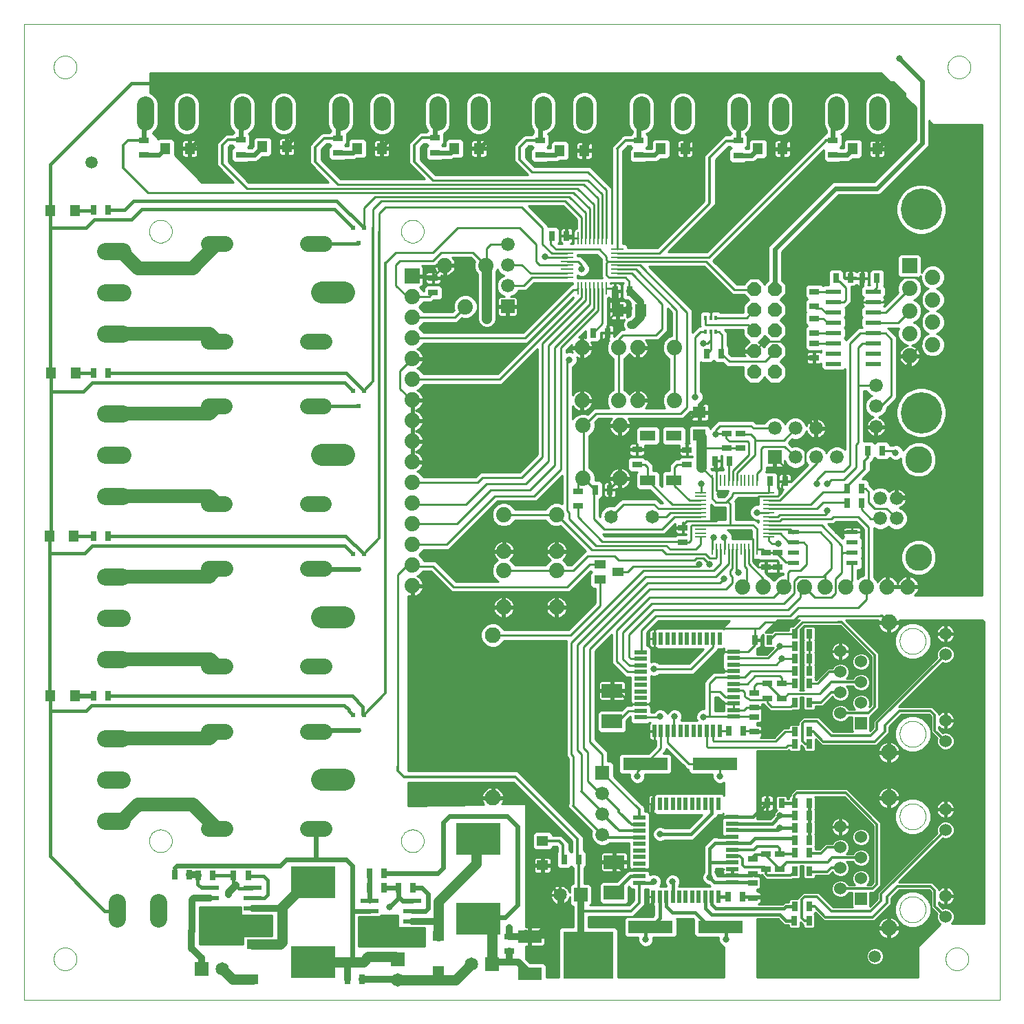
<source format=gtl>
G75*
G70*
%OFA0B0*%
%FSLAX24Y24*%
%IPPOS*%
%LPD*%
%AMOC8*
5,1,8,0,0,1.08239X$1,22.5*
%
%ADD10C,0.0000*%
%ADD11R,0.0870X0.0240*%
%ADD12C,0.0650*%
%ADD13R,0.0650X0.0650*%
%ADD14R,0.0472X0.0315*%
%ADD15R,0.0315X0.0472*%
%ADD16R,0.0579X0.0500*%
%ADD17R,0.2126X0.1575*%
%ADD18R,0.2441X0.2283*%
%ADD19R,0.1181X0.0630*%
%ADD20R,0.0580X0.0110*%
%ADD21R,0.0110X0.0580*%
%ADD22R,0.0748X0.0512*%
%ADD23C,0.0768*%
%ADD24R,0.0660X0.0660*%
%ADD25C,0.0660*%
%ADD26C,0.1300*%
%ADD27R,0.0591X0.0217*%
%ADD28R,0.0217X0.0591*%
%ADD29R,0.0600X0.0600*%
%ADD30C,0.0600*%
%ADD31R,0.2165X0.0591*%
%ADD32R,0.0740X0.0740*%
%ADD33C,0.0740*%
%ADD34C,0.2000*%
%ADD35R,0.0780X0.0200*%
%ADD36C,0.0591*%
%ADD37R,0.0580X0.0210*%
%ADD38R,0.0984X0.0669*%
%ADD39C,0.0780*%
%ADD40C,0.1065*%
%ADD41R,0.0551X0.0394*%
%ADD42R,0.0620X0.0110*%
%ADD43R,0.0110X0.0620*%
%ADD44R,0.0472X0.0551*%
%ADD45R,0.0236X0.0236*%
%ADD46R,0.0120X0.0240*%
%ADD47R,0.0551X0.0472*%
%ADD48OC8,0.0660*%
%ADD49C,0.0827*%
%ADD50R,0.0551X0.0630*%
%ADD51R,0.0630X0.0551*%
%ADD52C,0.0240*%
%ADD53C,0.0100*%
%ADD54C,0.0320*%
%ADD55C,0.0160*%
%ADD56C,0.0320*%
%ADD57C,0.0120*%
%ADD58C,0.0500*%
%ADD59C,0.0400*%
%ADD60C,0.0660*%
D10*
X000110Y001945D02*
X000110Y049189D01*
X047354Y049189D01*
X047354Y001945D01*
X000110Y001945D01*
X001529Y003915D02*
X001531Y003962D01*
X001537Y004008D01*
X001547Y004054D01*
X001560Y004099D01*
X001578Y004142D01*
X001599Y004184D01*
X001623Y004224D01*
X001651Y004261D01*
X001682Y004296D01*
X001716Y004329D01*
X001752Y004358D01*
X001791Y004384D01*
X001832Y004407D01*
X001875Y004426D01*
X001919Y004442D01*
X001964Y004454D01*
X002010Y004462D01*
X002057Y004466D01*
X002103Y004466D01*
X002150Y004462D01*
X002196Y004454D01*
X002241Y004442D01*
X002285Y004426D01*
X002328Y004407D01*
X002369Y004384D01*
X002408Y004358D01*
X002444Y004329D01*
X002478Y004296D01*
X002509Y004261D01*
X002537Y004224D01*
X002561Y004184D01*
X002582Y004142D01*
X002600Y004099D01*
X002613Y004054D01*
X002623Y004008D01*
X002629Y003962D01*
X002631Y003915D01*
X002629Y003868D01*
X002623Y003822D01*
X002613Y003776D01*
X002600Y003731D01*
X002582Y003688D01*
X002561Y003646D01*
X002537Y003606D01*
X002509Y003569D01*
X002478Y003534D01*
X002444Y003501D01*
X002408Y003472D01*
X002369Y003446D01*
X002328Y003423D01*
X002285Y003404D01*
X002241Y003388D01*
X002196Y003376D01*
X002150Y003368D01*
X002103Y003364D01*
X002057Y003364D01*
X002010Y003368D01*
X001964Y003376D01*
X001919Y003388D01*
X001875Y003404D01*
X001832Y003423D01*
X001791Y003446D01*
X001752Y003472D01*
X001716Y003501D01*
X001682Y003534D01*
X001651Y003569D01*
X001623Y003606D01*
X001599Y003646D01*
X001578Y003688D01*
X001560Y003731D01*
X001547Y003776D01*
X001537Y003822D01*
X001531Y003868D01*
X001529Y003915D01*
X006154Y009633D02*
X006156Y009680D01*
X006162Y009726D01*
X006172Y009772D01*
X006185Y009817D01*
X006203Y009860D01*
X006224Y009902D01*
X006248Y009942D01*
X006276Y009979D01*
X006307Y010014D01*
X006341Y010047D01*
X006377Y010076D01*
X006416Y010102D01*
X006457Y010125D01*
X006500Y010144D01*
X006544Y010160D01*
X006589Y010172D01*
X006635Y010180D01*
X006682Y010184D01*
X006728Y010184D01*
X006775Y010180D01*
X006821Y010172D01*
X006866Y010160D01*
X006910Y010144D01*
X006953Y010125D01*
X006994Y010102D01*
X007033Y010076D01*
X007069Y010047D01*
X007103Y010014D01*
X007134Y009979D01*
X007162Y009942D01*
X007186Y009902D01*
X007207Y009860D01*
X007225Y009817D01*
X007238Y009772D01*
X007248Y009726D01*
X007254Y009680D01*
X007256Y009633D01*
X007254Y009586D01*
X007248Y009540D01*
X007238Y009494D01*
X007225Y009449D01*
X007207Y009406D01*
X007186Y009364D01*
X007162Y009324D01*
X007134Y009287D01*
X007103Y009252D01*
X007069Y009219D01*
X007033Y009190D01*
X006994Y009164D01*
X006953Y009141D01*
X006910Y009122D01*
X006866Y009106D01*
X006821Y009094D01*
X006775Y009086D01*
X006728Y009082D01*
X006682Y009082D01*
X006635Y009086D01*
X006589Y009094D01*
X006544Y009106D01*
X006500Y009122D01*
X006457Y009141D01*
X006416Y009164D01*
X006377Y009190D01*
X006341Y009219D01*
X006307Y009252D01*
X006276Y009287D01*
X006248Y009324D01*
X006224Y009364D01*
X006203Y009406D01*
X006185Y009449D01*
X006172Y009494D01*
X006162Y009540D01*
X006156Y009586D01*
X006154Y009633D01*
X018358Y009633D02*
X018360Y009680D01*
X018366Y009726D01*
X018376Y009772D01*
X018389Y009817D01*
X018407Y009860D01*
X018428Y009902D01*
X018452Y009942D01*
X018480Y009979D01*
X018511Y010014D01*
X018545Y010047D01*
X018581Y010076D01*
X018620Y010102D01*
X018661Y010125D01*
X018704Y010144D01*
X018748Y010160D01*
X018793Y010172D01*
X018839Y010180D01*
X018886Y010184D01*
X018932Y010184D01*
X018979Y010180D01*
X019025Y010172D01*
X019070Y010160D01*
X019114Y010144D01*
X019157Y010125D01*
X019198Y010102D01*
X019237Y010076D01*
X019273Y010047D01*
X019307Y010014D01*
X019338Y009979D01*
X019366Y009942D01*
X019390Y009902D01*
X019411Y009860D01*
X019429Y009817D01*
X019442Y009772D01*
X019452Y009726D01*
X019458Y009680D01*
X019460Y009633D01*
X019458Y009586D01*
X019452Y009540D01*
X019442Y009494D01*
X019429Y009449D01*
X019411Y009406D01*
X019390Y009364D01*
X019366Y009324D01*
X019338Y009287D01*
X019307Y009252D01*
X019273Y009219D01*
X019237Y009190D01*
X019198Y009164D01*
X019157Y009141D01*
X019114Y009122D01*
X019070Y009106D01*
X019025Y009094D01*
X018979Y009086D01*
X018932Y009082D01*
X018886Y009082D01*
X018839Y009086D01*
X018793Y009094D01*
X018748Y009106D01*
X018704Y009122D01*
X018661Y009141D01*
X018620Y009164D01*
X018581Y009190D01*
X018545Y009219D01*
X018511Y009252D01*
X018480Y009287D01*
X018452Y009324D01*
X018428Y009364D01*
X018407Y009406D01*
X018389Y009449D01*
X018376Y009494D01*
X018366Y009540D01*
X018360Y009586D01*
X018358Y009633D01*
X042505Y010814D02*
X042507Y010864D01*
X042513Y010914D01*
X042523Y010963D01*
X042537Y011011D01*
X042554Y011058D01*
X042575Y011103D01*
X042600Y011147D01*
X042628Y011188D01*
X042660Y011227D01*
X042694Y011264D01*
X042731Y011298D01*
X042771Y011328D01*
X042813Y011355D01*
X042857Y011379D01*
X042903Y011400D01*
X042950Y011416D01*
X042998Y011429D01*
X043048Y011438D01*
X043097Y011443D01*
X043148Y011444D01*
X043198Y011441D01*
X043247Y011434D01*
X043296Y011423D01*
X043344Y011408D01*
X043390Y011390D01*
X043435Y011368D01*
X043478Y011342D01*
X043519Y011313D01*
X043558Y011281D01*
X043594Y011246D01*
X043626Y011208D01*
X043656Y011168D01*
X043683Y011125D01*
X043706Y011081D01*
X043725Y011035D01*
X043741Y010987D01*
X043753Y010938D01*
X043761Y010889D01*
X043765Y010839D01*
X043765Y010789D01*
X043761Y010739D01*
X043753Y010690D01*
X043741Y010641D01*
X043725Y010593D01*
X043706Y010547D01*
X043683Y010503D01*
X043656Y010460D01*
X043626Y010420D01*
X043594Y010382D01*
X043558Y010347D01*
X043519Y010315D01*
X043478Y010286D01*
X043435Y010260D01*
X043390Y010238D01*
X043344Y010220D01*
X043296Y010205D01*
X043247Y010194D01*
X043198Y010187D01*
X043148Y010184D01*
X043097Y010185D01*
X043048Y010190D01*
X042998Y010199D01*
X042950Y010212D01*
X042903Y010228D01*
X042857Y010249D01*
X042813Y010273D01*
X042771Y010300D01*
X042731Y010330D01*
X042694Y010364D01*
X042660Y010401D01*
X042628Y010440D01*
X042600Y010481D01*
X042575Y010525D01*
X042554Y010570D01*
X042537Y010617D01*
X042523Y010665D01*
X042513Y010714D01*
X042507Y010764D01*
X042505Y010814D01*
X042505Y014814D02*
X042507Y014864D01*
X042513Y014914D01*
X042523Y014963D01*
X042537Y015011D01*
X042554Y015058D01*
X042575Y015103D01*
X042600Y015147D01*
X042628Y015188D01*
X042660Y015227D01*
X042694Y015264D01*
X042731Y015298D01*
X042771Y015328D01*
X042813Y015355D01*
X042857Y015379D01*
X042903Y015400D01*
X042950Y015416D01*
X042998Y015429D01*
X043048Y015438D01*
X043097Y015443D01*
X043148Y015444D01*
X043198Y015441D01*
X043247Y015434D01*
X043296Y015423D01*
X043344Y015408D01*
X043390Y015390D01*
X043435Y015368D01*
X043478Y015342D01*
X043519Y015313D01*
X043558Y015281D01*
X043594Y015246D01*
X043626Y015208D01*
X043656Y015168D01*
X043683Y015125D01*
X043706Y015081D01*
X043725Y015035D01*
X043741Y014987D01*
X043753Y014938D01*
X043761Y014889D01*
X043765Y014839D01*
X043765Y014789D01*
X043761Y014739D01*
X043753Y014690D01*
X043741Y014641D01*
X043725Y014593D01*
X043706Y014547D01*
X043683Y014503D01*
X043656Y014460D01*
X043626Y014420D01*
X043594Y014382D01*
X043558Y014347D01*
X043519Y014315D01*
X043478Y014286D01*
X043435Y014260D01*
X043390Y014238D01*
X043344Y014220D01*
X043296Y014205D01*
X043247Y014194D01*
X043198Y014187D01*
X043148Y014184D01*
X043097Y014185D01*
X043048Y014190D01*
X042998Y014199D01*
X042950Y014212D01*
X042903Y014228D01*
X042857Y014249D01*
X042813Y014273D01*
X042771Y014300D01*
X042731Y014330D01*
X042694Y014364D01*
X042660Y014401D01*
X042628Y014440D01*
X042600Y014481D01*
X042575Y014525D01*
X042554Y014570D01*
X042537Y014617D01*
X042523Y014665D01*
X042513Y014714D01*
X042507Y014764D01*
X042505Y014814D01*
X042505Y019314D02*
X042507Y019364D01*
X042513Y019414D01*
X042523Y019463D01*
X042537Y019511D01*
X042554Y019558D01*
X042575Y019603D01*
X042600Y019647D01*
X042628Y019688D01*
X042660Y019727D01*
X042694Y019764D01*
X042731Y019798D01*
X042771Y019828D01*
X042813Y019855D01*
X042857Y019879D01*
X042903Y019900D01*
X042950Y019916D01*
X042998Y019929D01*
X043048Y019938D01*
X043097Y019943D01*
X043148Y019944D01*
X043198Y019941D01*
X043247Y019934D01*
X043296Y019923D01*
X043344Y019908D01*
X043390Y019890D01*
X043435Y019868D01*
X043478Y019842D01*
X043519Y019813D01*
X043558Y019781D01*
X043594Y019746D01*
X043626Y019708D01*
X043656Y019668D01*
X043683Y019625D01*
X043706Y019581D01*
X043725Y019535D01*
X043741Y019487D01*
X043753Y019438D01*
X043761Y019389D01*
X043765Y019339D01*
X043765Y019289D01*
X043761Y019239D01*
X043753Y019190D01*
X043741Y019141D01*
X043725Y019093D01*
X043706Y019047D01*
X043683Y019003D01*
X043656Y018960D01*
X043626Y018920D01*
X043594Y018882D01*
X043558Y018847D01*
X043519Y018815D01*
X043478Y018786D01*
X043435Y018760D01*
X043390Y018738D01*
X043344Y018720D01*
X043296Y018705D01*
X043247Y018694D01*
X043198Y018687D01*
X043148Y018684D01*
X043097Y018685D01*
X043048Y018690D01*
X042998Y018699D01*
X042950Y018712D01*
X042903Y018728D01*
X042857Y018749D01*
X042813Y018773D01*
X042771Y018800D01*
X042731Y018830D01*
X042694Y018864D01*
X042660Y018901D01*
X042628Y018940D01*
X042600Y018981D01*
X042575Y019025D01*
X042554Y019070D01*
X042537Y019117D01*
X042523Y019165D01*
X042513Y019214D01*
X042507Y019264D01*
X042505Y019314D01*
X042505Y006314D02*
X042507Y006364D01*
X042513Y006414D01*
X042523Y006463D01*
X042537Y006511D01*
X042554Y006558D01*
X042575Y006603D01*
X042600Y006647D01*
X042628Y006688D01*
X042660Y006727D01*
X042694Y006764D01*
X042731Y006798D01*
X042771Y006828D01*
X042813Y006855D01*
X042857Y006879D01*
X042903Y006900D01*
X042950Y006916D01*
X042998Y006929D01*
X043048Y006938D01*
X043097Y006943D01*
X043148Y006944D01*
X043198Y006941D01*
X043247Y006934D01*
X043296Y006923D01*
X043344Y006908D01*
X043390Y006890D01*
X043435Y006868D01*
X043478Y006842D01*
X043519Y006813D01*
X043558Y006781D01*
X043594Y006746D01*
X043626Y006708D01*
X043656Y006668D01*
X043683Y006625D01*
X043706Y006581D01*
X043725Y006535D01*
X043741Y006487D01*
X043753Y006438D01*
X043761Y006389D01*
X043765Y006339D01*
X043765Y006289D01*
X043761Y006239D01*
X043753Y006190D01*
X043741Y006141D01*
X043725Y006093D01*
X043706Y006047D01*
X043683Y006003D01*
X043656Y005960D01*
X043626Y005920D01*
X043594Y005882D01*
X043558Y005847D01*
X043519Y005815D01*
X043478Y005786D01*
X043435Y005760D01*
X043390Y005738D01*
X043344Y005720D01*
X043296Y005705D01*
X043247Y005694D01*
X043198Y005687D01*
X043148Y005684D01*
X043097Y005685D01*
X043048Y005690D01*
X042998Y005699D01*
X042950Y005712D01*
X042903Y005728D01*
X042857Y005749D01*
X042813Y005773D01*
X042771Y005800D01*
X042731Y005830D01*
X042694Y005864D01*
X042660Y005901D01*
X042628Y005940D01*
X042600Y005981D01*
X042575Y006025D01*
X042554Y006070D01*
X042537Y006117D01*
X042523Y006165D01*
X042513Y006214D01*
X042507Y006264D01*
X042505Y006314D01*
X044729Y003915D02*
X044731Y003962D01*
X044737Y004008D01*
X044747Y004054D01*
X044760Y004099D01*
X044778Y004142D01*
X044799Y004184D01*
X044823Y004224D01*
X044851Y004261D01*
X044882Y004296D01*
X044916Y004329D01*
X044952Y004358D01*
X044991Y004384D01*
X045032Y004407D01*
X045075Y004426D01*
X045119Y004442D01*
X045164Y004454D01*
X045210Y004462D01*
X045257Y004466D01*
X045303Y004466D01*
X045350Y004462D01*
X045396Y004454D01*
X045441Y004442D01*
X045485Y004426D01*
X045528Y004407D01*
X045569Y004384D01*
X045608Y004358D01*
X045644Y004329D01*
X045678Y004296D01*
X045709Y004261D01*
X045737Y004224D01*
X045761Y004184D01*
X045782Y004142D01*
X045800Y004099D01*
X045813Y004054D01*
X045823Y004008D01*
X045829Y003962D01*
X045831Y003915D01*
X045829Y003868D01*
X045823Y003822D01*
X045813Y003776D01*
X045800Y003731D01*
X045782Y003688D01*
X045761Y003646D01*
X045737Y003606D01*
X045709Y003569D01*
X045678Y003534D01*
X045644Y003501D01*
X045608Y003472D01*
X045569Y003446D01*
X045528Y003423D01*
X045485Y003404D01*
X045441Y003388D01*
X045396Y003376D01*
X045350Y003368D01*
X045303Y003364D01*
X045257Y003364D01*
X045210Y003368D01*
X045164Y003376D01*
X045119Y003388D01*
X045075Y003404D01*
X045032Y003423D01*
X044991Y003446D01*
X044952Y003472D01*
X044916Y003501D01*
X044882Y003534D01*
X044851Y003569D01*
X044823Y003606D01*
X044799Y003646D01*
X044778Y003688D01*
X044760Y003731D01*
X044747Y003776D01*
X044737Y003822D01*
X044731Y003868D01*
X044729Y003915D01*
X018358Y039160D02*
X018360Y039207D01*
X018366Y039253D01*
X018376Y039299D01*
X018389Y039344D01*
X018407Y039387D01*
X018428Y039429D01*
X018452Y039469D01*
X018480Y039506D01*
X018511Y039541D01*
X018545Y039574D01*
X018581Y039603D01*
X018620Y039629D01*
X018661Y039652D01*
X018704Y039671D01*
X018748Y039687D01*
X018793Y039699D01*
X018839Y039707D01*
X018886Y039711D01*
X018932Y039711D01*
X018979Y039707D01*
X019025Y039699D01*
X019070Y039687D01*
X019114Y039671D01*
X019157Y039652D01*
X019198Y039629D01*
X019237Y039603D01*
X019273Y039574D01*
X019307Y039541D01*
X019338Y039506D01*
X019366Y039469D01*
X019390Y039429D01*
X019411Y039387D01*
X019429Y039344D01*
X019442Y039299D01*
X019452Y039253D01*
X019458Y039207D01*
X019460Y039160D01*
X019458Y039113D01*
X019452Y039067D01*
X019442Y039021D01*
X019429Y038976D01*
X019411Y038933D01*
X019390Y038891D01*
X019366Y038851D01*
X019338Y038814D01*
X019307Y038779D01*
X019273Y038746D01*
X019237Y038717D01*
X019198Y038691D01*
X019157Y038668D01*
X019114Y038649D01*
X019070Y038633D01*
X019025Y038621D01*
X018979Y038613D01*
X018932Y038609D01*
X018886Y038609D01*
X018839Y038613D01*
X018793Y038621D01*
X018748Y038633D01*
X018704Y038649D01*
X018661Y038668D01*
X018620Y038691D01*
X018581Y038717D01*
X018545Y038746D01*
X018511Y038779D01*
X018480Y038814D01*
X018452Y038851D01*
X018428Y038891D01*
X018407Y038933D01*
X018389Y038976D01*
X018376Y039021D01*
X018366Y039067D01*
X018360Y039113D01*
X018358Y039160D01*
X006154Y039160D02*
X006156Y039207D01*
X006162Y039253D01*
X006172Y039299D01*
X006185Y039344D01*
X006203Y039387D01*
X006224Y039429D01*
X006248Y039469D01*
X006276Y039506D01*
X006307Y039541D01*
X006341Y039574D01*
X006377Y039603D01*
X006416Y039629D01*
X006457Y039652D01*
X006500Y039671D01*
X006544Y039687D01*
X006589Y039699D01*
X006635Y039707D01*
X006682Y039711D01*
X006728Y039711D01*
X006775Y039707D01*
X006821Y039699D01*
X006866Y039687D01*
X006910Y039671D01*
X006953Y039652D01*
X006994Y039629D01*
X007033Y039603D01*
X007069Y039574D01*
X007103Y039541D01*
X007134Y039506D01*
X007162Y039469D01*
X007186Y039429D01*
X007207Y039387D01*
X007225Y039344D01*
X007238Y039299D01*
X007248Y039253D01*
X007254Y039207D01*
X007256Y039160D01*
X007254Y039113D01*
X007248Y039067D01*
X007238Y039021D01*
X007225Y038976D01*
X007207Y038933D01*
X007186Y038891D01*
X007162Y038851D01*
X007134Y038814D01*
X007103Y038779D01*
X007069Y038746D01*
X007033Y038717D01*
X006994Y038691D01*
X006953Y038668D01*
X006910Y038649D01*
X006866Y038633D01*
X006821Y038621D01*
X006775Y038613D01*
X006728Y038609D01*
X006682Y038609D01*
X006635Y038613D01*
X006589Y038621D01*
X006544Y038633D01*
X006500Y038649D01*
X006457Y038668D01*
X006416Y038691D01*
X006377Y038717D01*
X006341Y038746D01*
X006307Y038779D01*
X006276Y038814D01*
X006248Y038851D01*
X006224Y038891D01*
X006203Y038933D01*
X006185Y038976D01*
X006172Y039021D01*
X006162Y039067D01*
X006156Y039113D01*
X006154Y039160D01*
X001529Y047115D02*
X001531Y047162D01*
X001537Y047208D01*
X001547Y047254D01*
X001560Y047299D01*
X001578Y047342D01*
X001599Y047384D01*
X001623Y047424D01*
X001651Y047461D01*
X001682Y047496D01*
X001716Y047529D01*
X001752Y047558D01*
X001791Y047584D01*
X001832Y047607D01*
X001875Y047626D01*
X001919Y047642D01*
X001964Y047654D01*
X002010Y047662D01*
X002057Y047666D01*
X002103Y047666D01*
X002150Y047662D01*
X002196Y047654D01*
X002241Y047642D01*
X002285Y047626D01*
X002328Y047607D01*
X002369Y047584D01*
X002408Y047558D01*
X002444Y047529D01*
X002478Y047496D01*
X002509Y047461D01*
X002537Y047424D01*
X002561Y047384D01*
X002582Y047342D01*
X002600Y047299D01*
X002613Y047254D01*
X002623Y047208D01*
X002629Y047162D01*
X002631Y047115D01*
X002629Y047068D01*
X002623Y047022D01*
X002613Y046976D01*
X002600Y046931D01*
X002582Y046888D01*
X002561Y046846D01*
X002537Y046806D01*
X002509Y046769D01*
X002478Y046734D01*
X002444Y046701D01*
X002408Y046672D01*
X002369Y046646D01*
X002328Y046623D01*
X002285Y046604D01*
X002241Y046588D01*
X002196Y046576D01*
X002150Y046568D01*
X002103Y046564D01*
X002057Y046564D01*
X002010Y046568D01*
X001964Y046576D01*
X001919Y046588D01*
X001875Y046604D01*
X001832Y046623D01*
X001791Y046646D01*
X001752Y046672D01*
X001716Y046701D01*
X001682Y046734D01*
X001651Y046769D01*
X001623Y046806D01*
X001599Y046846D01*
X001578Y046888D01*
X001560Y046931D01*
X001547Y046976D01*
X001537Y047022D01*
X001531Y047068D01*
X001529Y047115D01*
X044829Y047115D02*
X044831Y047162D01*
X044837Y047208D01*
X044847Y047254D01*
X044860Y047299D01*
X044878Y047342D01*
X044899Y047384D01*
X044923Y047424D01*
X044951Y047461D01*
X044982Y047496D01*
X045016Y047529D01*
X045052Y047558D01*
X045091Y047584D01*
X045132Y047607D01*
X045175Y047626D01*
X045219Y047642D01*
X045264Y047654D01*
X045310Y047662D01*
X045357Y047666D01*
X045403Y047666D01*
X045450Y047662D01*
X045496Y047654D01*
X045541Y047642D01*
X045585Y047626D01*
X045628Y047607D01*
X045669Y047584D01*
X045708Y047558D01*
X045744Y047529D01*
X045778Y047496D01*
X045809Y047461D01*
X045837Y047424D01*
X045861Y047384D01*
X045882Y047342D01*
X045900Y047299D01*
X045913Y047254D01*
X045923Y047208D01*
X045929Y047162D01*
X045931Y047115D01*
X045929Y047068D01*
X045923Y047022D01*
X045913Y046976D01*
X045900Y046931D01*
X045882Y046888D01*
X045861Y046846D01*
X045837Y046806D01*
X045809Y046769D01*
X045778Y046734D01*
X045744Y046701D01*
X045708Y046672D01*
X045669Y046646D01*
X045628Y046623D01*
X045585Y046604D01*
X045541Y046588D01*
X045496Y046576D01*
X045450Y046568D01*
X045403Y046564D01*
X045357Y046564D01*
X045310Y046568D01*
X045264Y046576D01*
X045219Y046588D01*
X045175Y046604D01*
X045132Y046623D01*
X045091Y046646D01*
X045052Y046672D01*
X045016Y046701D01*
X044982Y046734D01*
X044951Y046769D01*
X044923Y046806D01*
X044899Y046846D01*
X044878Y046888D01*
X044860Y046931D01*
X044847Y046976D01*
X044837Y047022D01*
X044831Y047068D01*
X044829Y047115D01*
D11*
X011171Y007375D03*
X011171Y006875D03*
X011171Y006375D03*
X011171Y005875D03*
X009111Y005875D03*
X009111Y006375D03*
X009111Y006875D03*
X009111Y007375D03*
X016836Y006725D03*
X016836Y006225D03*
X016836Y005725D03*
X016836Y005225D03*
X018896Y005225D03*
X018896Y005725D03*
X018896Y006225D03*
X018896Y006725D03*
D12*
X021766Y003675D03*
X018180Y002901D03*
X026054Y007015D03*
X009696Y003439D03*
X028517Y025332D03*
X030517Y025332D03*
D13*
X027054Y007015D03*
X022766Y003675D03*
X018180Y003901D03*
X008696Y003439D03*
D14*
X016766Y004021D03*
X016766Y004729D03*
X023610Y004999D03*
X023610Y004291D03*
X035405Y006879D03*
X035405Y007588D03*
X035405Y008040D03*
X035405Y008749D03*
X036045Y008989D03*
X036705Y008988D03*
X036705Y008279D03*
X036045Y008280D03*
X035455Y014929D03*
X035455Y015638D03*
X035455Y016090D03*
X036105Y016540D03*
X036805Y016539D03*
X036805Y017248D03*
X036105Y017249D03*
X035455Y016799D03*
X036021Y022891D03*
X036610Y022891D03*
X036610Y023599D03*
X036021Y023600D03*
X032010Y024091D03*
X032010Y024799D03*
X032210Y027865D03*
X032210Y028573D03*
X034135Y028660D03*
X034786Y028656D03*
X034786Y029365D03*
X034135Y029368D03*
X038373Y033035D03*
X038373Y033744D03*
X038373Y034235D03*
X038373Y034944D03*
X038373Y035535D03*
X038373Y036244D03*
X039278Y042870D03*
X039278Y043578D03*
X034688Y043554D03*
X034688Y042846D03*
X029878Y042850D03*
X029878Y043558D03*
X025088Y043568D03*
X025088Y042860D03*
X019994Y042973D03*
X019994Y043682D03*
X015290Y043672D03*
X015290Y042963D03*
X010590Y042876D03*
X010590Y043584D03*
X005890Y043578D03*
X005890Y042870D03*
X019910Y036899D03*
X019910Y036191D03*
X026916Y026556D03*
X026916Y025847D03*
X029779Y027877D03*
X029779Y028586D03*
D15*
X028464Y026645D03*
X027756Y026645D03*
X033556Y028045D03*
X034264Y028045D03*
X036239Y027050D03*
X036948Y027050D03*
X039947Y026710D03*
X040655Y026710D03*
X040658Y026007D03*
X039949Y026007D03*
X040956Y028545D03*
X041664Y028545D03*
X033864Y033245D03*
X033156Y033245D03*
X029420Y036260D03*
X028712Y036260D03*
X028364Y034245D03*
X027656Y034245D03*
X026364Y038945D03*
X025656Y038945D03*
X039419Y036889D03*
X040127Y036889D03*
X040700Y036882D03*
X041408Y036882D03*
X038128Y019664D03*
X038128Y019064D03*
X038128Y018464D03*
X038128Y017864D03*
X038130Y017264D03*
X037421Y017264D03*
X037419Y017864D03*
X037419Y018464D03*
X037419Y019064D03*
X037419Y019664D03*
X036190Y019364D03*
X035481Y019364D03*
X037421Y016314D03*
X038130Y016314D03*
X038140Y014914D03*
X038140Y014314D03*
X037431Y014314D03*
X037431Y014914D03*
X034928Y014964D03*
X034219Y014964D03*
X036081Y011464D03*
X036790Y011464D03*
X037419Y011464D03*
X037419Y010864D03*
X037419Y010264D03*
X037421Y009664D03*
X037421Y009064D03*
X038130Y009064D03*
X038130Y009664D03*
X038128Y010264D03*
X038128Y010864D03*
X038128Y011464D03*
X038130Y008164D03*
X037421Y008164D03*
X037421Y006464D03*
X037411Y005764D03*
X038120Y005764D03*
X038130Y006464D03*
X034900Y006916D03*
X034191Y006916D03*
X026964Y008745D03*
X026256Y008745D03*
X018920Y007375D03*
X018212Y007375D03*
X017520Y007375D03*
X017520Y008075D03*
X016812Y008075D03*
X016812Y007375D03*
X016464Y002945D03*
X015756Y002945D03*
X010950Y007976D03*
X010241Y007976D03*
X009220Y007975D03*
X008512Y007975D03*
X008105Y007981D03*
X007397Y007981D03*
X008212Y005275D03*
X008920Y005275D03*
X004174Y016665D03*
X003466Y016665D03*
X003465Y024402D03*
X004174Y024402D03*
X004177Y032287D03*
X003469Y032287D03*
X003468Y040181D03*
X004177Y040181D03*
D16*
X020166Y005021D03*
X020166Y003329D03*
X011166Y002929D03*
X011166Y004621D03*
D17*
X014080Y003772D03*
X014080Y007630D03*
X022080Y005872D03*
X022080Y009730D03*
D18*
X027417Y004101D03*
D19*
X024590Y003203D03*
X024590Y004999D03*
D20*
X032856Y024353D03*
X032856Y024543D03*
X032856Y024743D03*
X032856Y024943D03*
X032856Y025133D03*
X032856Y025333D03*
X032856Y025533D03*
X032856Y025733D03*
X032856Y025923D03*
X032856Y026123D03*
X032856Y026323D03*
X032856Y026513D03*
X036176Y026513D03*
X036176Y026323D03*
X036176Y026123D03*
X036176Y025923D03*
X036176Y025733D03*
X036176Y025533D03*
X036176Y025333D03*
X036176Y025133D03*
X036176Y024943D03*
X036176Y024743D03*
X036176Y024543D03*
X036176Y024353D03*
D21*
X035596Y023773D03*
X035406Y023773D03*
X035206Y023773D03*
X035006Y023773D03*
X034816Y023773D03*
X034616Y023773D03*
X034416Y023773D03*
X034216Y023773D03*
X034026Y023773D03*
X033826Y023773D03*
X033626Y023773D03*
X033436Y023773D03*
X033436Y027093D03*
X033626Y027093D03*
X033826Y027093D03*
X034026Y027093D03*
X034216Y027093D03*
X034416Y027093D03*
X034616Y027093D03*
X034816Y027093D03*
X035006Y027093D03*
X035206Y027093D03*
X035406Y027093D03*
X035596Y027093D03*
D22*
X031571Y027095D03*
X030311Y027095D03*
X030311Y029260D03*
X031571Y029260D03*
D23*
X022797Y019599D03*
X022797Y011725D03*
X041985Y011714D03*
X041985Y013914D03*
X041985Y020214D03*
X041985Y005414D03*
D24*
X028110Y012945D03*
X036454Y028214D03*
X023522Y035514D03*
D25*
X023522Y036514D03*
X023522Y037514D03*
X023522Y038514D03*
X036450Y029615D03*
X037450Y029615D03*
X038450Y029615D03*
X038454Y028214D03*
X037454Y028214D03*
X039454Y028214D03*
X041360Y029695D03*
X041360Y030695D03*
X041360Y031695D03*
X041567Y026231D03*
X042347Y026231D03*
X042347Y025247D03*
X041567Y025247D03*
X028110Y011945D03*
X028110Y010945D03*
X028110Y009945D03*
D26*
X043417Y023369D03*
X043417Y028109D03*
D27*
X034449Y018809D03*
X034449Y018494D03*
X034449Y018179D03*
X034449Y017864D03*
X034449Y017549D03*
X034449Y017234D03*
X034449Y016919D03*
X034449Y016604D03*
X034449Y016289D03*
X034449Y015974D03*
X034449Y015659D03*
X029960Y015620D03*
X029960Y015935D03*
X029960Y016250D03*
X029960Y016565D03*
X029960Y016880D03*
X029960Y017195D03*
X029960Y017510D03*
X029960Y017825D03*
X029960Y018140D03*
X029960Y018455D03*
X029960Y018770D03*
X029901Y010749D03*
X029901Y010434D03*
X029901Y010119D03*
X029901Y009804D03*
X029901Y009489D03*
X029901Y009174D03*
X029901Y008859D03*
X029901Y008544D03*
X029901Y008229D03*
X029901Y007914D03*
X029901Y007599D03*
X034389Y007639D03*
X034389Y007954D03*
X034389Y008268D03*
X034389Y008583D03*
X034389Y008898D03*
X034389Y009213D03*
X034389Y009528D03*
X034389Y009843D03*
X034389Y010158D03*
X034389Y010473D03*
X034389Y010788D03*
D28*
X033720Y011418D03*
X033405Y011418D03*
X033090Y011418D03*
X032775Y011418D03*
X032460Y011418D03*
X032145Y011418D03*
X031830Y011418D03*
X031515Y011418D03*
X031200Y011418D03*
X030885Y011418D03*
X030570Y011418D03*
X030630Y014951D03*
X030945Y014951D03*
X031260Y014951D03*
X031575Y014951D03*
X031890Y014951D03*
X032205Y014951D03*
X032519Y014951D03*
X032834Y014951D03*
X033149Y014951D03*
X033464Y014951D03*
X033779Y014951D03*
X033779Y019439D03*
X033464Y019439D03*
X033149Y019439D03*
X032834Y019439D03*
X032519Y019439D03*
X032205Y019439D03*
X031890Y019439D03*
X031575Y019439D03*
X031260Y019439D03*
X030945Y019439D03*
X030630Y019439D03*
X030570Y006930D03*
X030885Y006930D03*
X031200Y006930D03*
X031515Y006930D03*
X031830Y006930D03*
X032145Y006930D03*
X032460Y006930D03*
X032775Y006930D03*
X033090Y006930D03*
X033405Y006930D03*
X033720Y006930D03*
D29*
X040635Y006814D03*
X040635Y015314D03*
D30*
X040635Y016314D03*
X040635Y017314D03*
X040635Y018314D03*
X039635Y017814D03*
X039635Y016814D03*
X039635Y015814D03*
X039635Y018814D03*
X044725Y018664D03*
X044725Y019664D03*
X044725Y015464D03*
X044725Y014464D03*
X044725Y011164D03*
X044725Y010164D03*
X044725Y006964D03*
X044725Y005964D03*
X040635Y007814D03*
X040635Y008814D03*
X040635Y009814D03*
X039635Y009314D03*
X039635Y008314D03*
X039635Y007314D03*
X039635Y010314D03*
D31*
X033567Y013364D03*
X030181Y013364D03*
X030442Y005464D03*
X033828Y005464D03*
D32*
X018909Y036995D03*
X042988Y037482D03*
D33*
X044106Y036935D03*
X044106Y035844D03*
X044106Y034758D03*
X044106Y033667D03*
X042988Y034210D03*
X042988Y033120D03*
X042988Y035301D03*
X042988Y036392D03*
X031600Y033525D03*
X029820Y033525D03*
X028897Y033519D03*
X027117Y033519D03*
X027117Y030959D03*
X027170Y029753D03*
X028897Y030959D03*
X029820Y030965D03*
X028950Y029753D03*
X028950Y027193D03*
X027170Y027193D03*
X025890Y025435D03*
X025890Y023655D03*
X025886Y022729D03*
X025886Y020949D03*
X023326Y020949D03*
X023326Y022729D03*
X023330Y023655D03*
X023330Y025435D03*
X018909Y024995D03*
X018909Y025995D03*
X018909Y026995D03*
X018909Y027995D03*
X018909Y028995D03*
X018909Y029995D03*
X018909Y030995D03*
X018909Y031995D03*
X018909Y032995D03*
X018909Y033995D03*
X018909Y034995D03*
X018909Y035995D03*
X020468Y037513D03*
X022468Y037513D03*
X021468Y035513D03*
X031600Y030965D03*
X034910Y021945D03*
X035910Y021945D03*
X036910Y021945D03*
X037910Y021945D03*
X038910Y021945D03*
X039910Y021945D03*
X040910Y021945D03*
X041910Y021945D03*
X042910Y021945D03*
X018909Y021995D03*
X018909Y022995D03*
X018909Y023995D03*
D34*
X043547Y030380D03*
X043547Y040222D03*
D35*
X041243Y036239D03*
X041243Y035739D03*
X041243Y035239D03*
X041243Y034739D03*
X041243Y034239D03*
X041243Y033739D03*
X041243Y033239D03*
X041243Y032739D03*
X039303Y032739D03*
X039303Y033239D03*
X039303Y033739D03*
X039303Y034239D03*
X039303Y034739D03*
X039303Y035239D03*
X039303Y035739D03*
X039303Y036239D03*
D36*
X041310Y004045D03*
X003347Y042495D03*
D37*
X037365Y024588D03*
X037365Y024088D03*
X037365Y023588D03*
X037365Y023088D03*
X040205Y023088D03*
X040205Y023588D03*
X040205Y024088D03*
X040205Y024588D03*
D38*
X028574Y016912D03*
X028574Y015416D03*
X028674Y008612D03*
X028674Y007116D03*
D39*
X014617Y010221D02*
X013837Y010221D01*
X009817Y010221D02*
X009037Y010221D01*
X009037Y014941D02*
X009817Y014941D01*
X009817Y018100D02*
X009037Y018100D01*
X013837Y018100D02*
X014617Y018100D01*
X014617Y014941D02*
X013837Y014941D01*
X013837Y022820D02*
X014617Y022820D01*
X014607Y025964D02*
X013827Y025964D01*
X009807Y025964D02*
X009027Y025964D01*
X009037Y022820D02*
X009817Y022820D01*
X009807Y030684D02*
X009027Y030684D01*
X009042Y033840D02*
X009822Y033840D01*
X013842Y033840D02*
X014622Y033840D01*
X014607Y030684D02*
X013827Y030684D01*
X013842Y038560D02*
X014622Y038560D01*
X009822Y038560D02*
X009042Y038560D01*
D40*
X014530Y036200D02*
X015595Y036200D01*
X015580Y028324D02*
X014515Y028324D01*
X014525Y020460D02*
X015590Y020460D01*
X015590Y012581D02*
X014525Y012581D01*
D41*
X027997Y022281D03*
X027997Y023029D03*
X028863Y022655D03*
D42*
X028823Y036925D03*
X028823Y037121D03*
X028823Y037318D03*
X028823Y037515D03*
X028823Y037712D03*
X028823Y037909D03*
X028823Y038106D03*
X028823Y038303D03*
X026382Y038303D03*
X026382Y038106D03*
X026382Y037909D03*
X026382Y037712D03*
X026382Y037515D03*
X026382Y037318D03*
X026382Y037121D03*
X026382Y036925D03*
D43*
X026914Y036393D03*
X027111Y036393D03*
X027308Y036393D03*
X027505Y036393D03*
X027701Y036393D03*
X027898Y036393D03*
X028095Y036393D03*
X028292Y036393D03*
X028292Y038834D03*
X028095Y038834D03*
X027898Y038834D03*
X027701Y038834D03*
X027505Y038834D03*
X027308Y038834D03*
X027111Y038834D03*
X026914Y038834D03*
D44*
X027227Y043066D03*
X026045Y043066D03*
X022127Y043166D03*
X020945Y043166D03*
X017414Y043173D03*
X016233Y043173D03*
X012820Y043260D03*
X011639Y043260D03*
X008120Y043166D03*
X006939Y043166D03*
X002556Y040178D03*
X001375Y040178D03*
X001397Y032288D03*
X002579Y032288D03*
X002501Y024407D03*
X001320Y024407D03*
X001371Y016668D03*
X002552Y016668D03*
X030935Y043160D03*
X032117Y043160D03*
X035645Y043160D03*
X036827Y043160D03*
X040232Y043153D03*
X041414Y043153D03*
D45*
X016546Y039332D03*
X016034Y039332D03*
X016290Y038604D03*
X016034Y031432D03*
X016546Y031432D03*
X016290Y030704D03*
X016034Y023532D03*
X016546Y023532D03*
X016290Y022804D03*
X016034Y015732D03*
X016546Y015732D03*
X016290Y015004D03*
D46*
X033098Y034291D03*
X033354Y034291D03*
X033610Y034291D03*
X033610Y034980D03*
X033354Y034980D03*
X033098Y034980D03*
D47*
X025210Y009636D03*
X025210Y008455D03*
D48*
X035456Y032349D03*
X035456Y033349D03*
X035456Y034349D03*
X035456Y035349D03*
X035456Y036349D03*
X036456Y036349D03*
X036456Y035349D03*
X036456Y034349D03*
X036456Y033349D03*
X036456Y032349D03*
D49*
X036712Y044436D02*
X036712Y045262D01*
X034712Y045262D02*
X034712Y044436D01*
X032000Y044455D02*
X032000Y045282D01*
X030000Y045282D02*
X030000Y044455D01*
X027236Y044475D02*
X027236Y045302D01*
X025236Y045302D02*
X025236Y044475D01*
X022121Y044455D02*
X022121Y045282D01*
X020121Y045282D02*
X020121Y044455D01*
X017430Y044455D02*
X017430Y045282D01*
X015430Y045282D02*
X015430Y044455D01*
X012665Y044455D02*
X012665Y045282D01*
X010665Y045282D02*
X010665Y044455D01*
X007968Y044455D02*
X007968Y045282D01*
X005968Y045282D02*
X005968Y044455D01*
X004863Y038204D02*
X004036Y038204D01*
X004036Y036204D02*
X004863Y036204D01*
X004863Y034204D02*
X004036Y034204D01*
X004036Y030320D02*
X004863Y030320D01*
X004863Y028320D02*
X004036Y028320D01*
X004036Y026320D02*
X004863Y026320D01*
X004845Y022444D02*
X004018Y022444D01*
X004018Y020444D02*
X004845Y020444D01*
X004845Y018444D02*
X004018Y018444D01*
X004012Y014582D02*
X004838Y014582D01*
X004838Y012582D02*
X004012Y012582D01*
X004012Y010582D02*
X004838Y010582D01*
X004601Y006677D02*
X004601Y005851D01*
X006601Y005851D02*
X006601Y006677D01*
X039445Y044455D02*
X039445Y045282D01*
X041445Y045282D02*
X041445Y044455D01*
D50*
X029961Y035345D03*
X028859Y035345D03*
D51*
X032810Y030396D03*
X032810Y029294D03*
D52*
X036456Y036349D02*
X036456Y038292D01*
X039410Y041245D01*
X041410Y041245D01*
X043610Y043445D01*
X043610Y046445D01*
X042510Y047545D01*
X042210Y046345D02*
X042710Y045845D01*
X042710Y044449D01*
X041414Y043153D01*
X040232Y043153D02*
X039949Y042870D01*
X039278Y042870D01*
X039278Y043578D02*
X039278Y044702D01*
X039445Y044869D01*
X037910Y044445D02*
X037910Y046245D01*
X037810Y046345D01*
X042210Y046345D01*
X037810Y046345D02*
X033110Y046345D01*
X033210Y046245D01*
X033210Y044445D01*
X032117Y043352D01*
X032117Y043160D01*
X030935Y043160D02*
X030625Y042850D01*
X029878Y042850D01*
X029878Y043558D02*
X029878Y044747D01*
X030000Y044869D01*
X028510Y046345D02*
X028410Y046245D01*
X028410Y044445D01*
X027227Y043262D01*
X027227Y043066D01*
X026045Y043066D02*
X025839Y042860D01*
X025088Y042860D01*
X025088Y043568D02*
X025088Y044740D01*
X025236Y044888D01*
X023310Y044345D02*
X023310Y046245D01*
X023210Y046345D01*
X028510Y046345D01*
X033110Y046345D01*
X034688Y044824D02*
X034712Y044849D01*
X034688Y044824D02*
X034688Y043554D01*
X034688Y042846D02*
X035331Y042846D01*
X035645Y043160D01*
X036827Y043160D02*
X036827Y043362D01*
X037910Y044445D01*
X023310Y044345D02*
X022131Y043166D01*
X022127Y043166D01*
X020945Y043166D02*
X020752Y042973D01*
X019994Y042973D01*
X019994Y043682D02*
X019994Y044742D01*
X020121Y044869D01*
X018610Y044445D02*
X018610Y046245D01*
X018710Y046345D01*
X023210Y046345D01*
X018710Y046345D02*
X014010Y046345D01*
X013910Y046245D01*
X013910Y044445D01*
X012820Y043355D01*
X012820Y043260D01*
X011639Y043260D02*
X011255Y042876D01*
X010590Y042876D01*
X010590Y043584D02*
X010590Y044794D01*
X010665Y044869D01*
X009310Y044345D02*
X009310Y046345D01*
X014010Y046345D01*
X015430Y044869D02*
X015290Y044729D01*
X015290Y043672D01*
X015290Y042963D02*
X016023Y042963D01*
X016233Y043173D01*
X017414Y043173D02*
X017414Y043249D01*
X018610Y044445D01*
X009310Y044345D02*
X008131Y043166D01*
X008120Y043166D01*
X006939Y043166D02*
X006642Y042870D01*
X005890Y042870D01*
X005890Y043578D02*
X005890Y044791D01*
X005968Y044869D01*
X014227Y022820D02*
X014244Y022804D01*
X016290Y022804D01*
X016290Y015004D02*
X014291Y015004D01*
X014227Y014941D01*
X014227Y010221D02*
X014227Y008762D01*
X014210Y008745D01*
X015710Y008745D01*
X016010Y008445D01*
X016010Y006245D01*
X016030Y006225D01*
X016836Y006225D01*
X016836Y006725D02*
X016812Y006749D01*
X016812Y007375D01*
X016812Y008075D01*
X017520Y008075D02*
X020140Y008075D01*
X020410Y008345D01*
X020410Y010545D01*
X020710Y010845D01*
X023510Y010845D01*
X024010Y010345D01*
X024010Y006545D01*
X023410Y005945D01*
X022153Y005945D01*
X022080Y005872D01*
X019666Y006375D02*
X019516Y006225D01*
X018896Y006225D01*
X018896Y006725D02*
X018416Y006725D01*
X018253Y006888D01*
X017810Y006445D01*
X018253Y006888D02*
X018212Y006929D01*
X018212Y007375D01*
X017520Y007375D01*
X018920Y007375D02*
X019366Y007375D01*
X019666Y007075D01*
X019666Y006375D01*
X016766Y004021D02*
X016490Y003745D01*
X016010Y003745D01*
X016010Y006245D01*
X014210Y008745D02*
X012810Y008745D01*
X012510Y008445D01*
X007510Y008445D01*
X007397Y008332D01*
X003466Y016665D02*
X003466Y016668D01*
X002552Y016668D01*
D53*
X008610Y006445D02*
X010606Y006445D01*
X010606Y006201D01*
X010610Y006197D01*
X010610Y006045D01*
X012110Y006045D01*
X012110Y005045D01*
X010710Y005045D01*
X010710Y004645D01*
X008610Y004645D01*
X008610Y006445D01*
X008610Y006378D02*
X010606Y006378D01*
X010606Y006279D02*
X008610Y006279D01*
X008610Y006181D02*
X010610Y006181D01*
X010610Y006082D02*
X008610Y006082D01*
X008610Y005984D02*
X012110Y005984D01*
X012110Y005885D02*
X008610Y005885D01*
X008610Y005787D02*
X012110Y005787D01*
X012110Y005688D02*
X008610Y005688D01*
X008610Y005590D02*
X012110Y005590D01*
X012110Y005491D02*
X008610Y005491D01*
X008610Y005393D02*
X012110Y005393D01*
X012110Y005294D02*
X008610Y005294D01*
X008610Y005196D02*
X012110Y005196D01*
X012110Y005097D02*
X008610Y005097D01*
X008610Y004999D02*
X010710Y004999D01*
X010710Y004900D02*
X008610Y004900D01*
X008610Y004802D02*
X010710Y004802D01*
X010710Y004703D02*
X008610Y004703D01*
X016310Y004703D02*
X019510Y004703D01*
X019510Y004605D02*
X016310Y004605D01*
X016310Y004545D02*
X016310Y005975D01*
X017325Y005975D01*
X017395Y006045D01*
X018210Y006045D01*
X018210Y005445D01*
X018814Y005445D01*
X018838Y005435D01*
X019510Y005435D01*
X019510Y004545D01*
X016310Y004545D01*
X016310Y004802D02*
X019510Y004802D01*
X019510Y004900D02*
X016310Y004900D01*
X016310Y004999D02*
X019510Y004999D01*
X019510Y005097D02*
X016310Y005097D01*
X016310Y005196D02*
X019510Y005196D01*
X019510Y005294D02*
X016310Y005294D01*
X016310Y005393D02*
X019510Y005393D01*
X018210Y005491D02*
X016310Y005491D01*
X016310Y005590D02*
X018210Y005590D01*
X018210Y005688D02*
X016310Y005688D01*
X016310Y005787D02*
X018210Y005787D01*
X018210Y005885D02*
X016310Y005885D01*
X017333Y005984D02*
X018210Y005984D01*
X018710Y011345D02*
X018710Y012475D01*
X023798Y012475D01*
X026640Y009633D01*
X026640Y009111D01*
X026610Y009081D01*
X026500Y009191D01*
X026480Y009191D01*
X026480Y009499D01*
X026439Y009598D01*
X026363Y009674D01*
X026172Y009865D01*
X026073Y009906D01*
X025696Y009906D01*
X025696Y009959D01*
X025573Y010082D01*
X024847Y010082D01*
X024724Y009959D01*
X024724Y009312D01*
X024847Y009189D01*
X025573Y009189D01*
X025696Y009312D01*
X025696Y009366D01*
X025908Y009366D01*
X025940Y009333D01*
X025940Y009120D01*
X025888Y009068D01*
X025888Y008422D01*
X026011Y008299D01*
X026500Y008299D01*
X026610Y008409D01*
X026694Y008324D01*
X026694Y007550D01*
X026642Y007550D01*
X026519Y007427D01*
X026519Y007116D01*
X026517Y007126D01*
X026494Y007198D01*
X026460Y007264D01*
X026416Y007325D01*
X026364Y007378D01*
X026303Y007421D01*
X026236Y007455D01*
X026165Y007478D01*
X026092Y007490D01*
X026073Y007490D01*
X026073Y007034D01*
X026035Y007034D01*
X026035Y006996D01*
X026073Y006996D01*
X026073Y006540D01*
X026092Y006540D01*
X026165Y006552D01*
X026236Y006575D01*
X026303Y006609D01*
X026364Y006653D01*
X026416Y006706D01*
X026460Y006766D01*
X026494Y006833D01*
X026517Y006904D01*
X026519Y006915D01*
X026519Y006603D01*
X026642Y006480D01*
X026684Y006480D01*
X026684Y005453D01*
X026110Y005453D01*
X025987Y005330D01*
X025987Y003045D01*
X025391Y003045D01*
X025391Y003605D01*
X025268Y003728D01*
X024589Y003728D01*
X024410Y003907D01*
X024410Y004534D01*
X024540Y004534D01*
X024540Y004949D01*
X024640Y004949D01*
X024640Y004534D01*
X025201Y004534D01*
X025239Y004544D01*
X025273Y004564D01*
X025301Y004592D01*
X025321Y004626D01*
X025331Y004664D01*
X025331Y004949D01*
X024640Y004949D01*
X024640Y005049D01*
X024540Y005049D01*
X024540Y005464D01*
X024410Y005464D01*
X024410Y011445D01*
X023239Y011425D01*
X023254Y011446D01*
X023292Y011520D01*
X023318Y011600D01*
X023330Y011675D01*
X022847Y011675D01*
X022847Y011775D01*
X022747Y011775D01*
X022747Y011675D01*
X022265Y011675D01*
X022277Y011600D01*
X022303Y011520D01*
X022341Y011446D01*
X022367Y011409D01*
X018710Y011345D01*
X018710Y011401D02*
X021903Y011401D01*
X022313Y011500D02*
X018710Y011500D01*
X018710Y011598D02*
X022277Y011598D01*
X022265Y011775D02*
X022747Y011775D01*
X022747Y012258D01*
X022672Y012246D01*
X022593Y012220D01*
X022518Y012182D01*
X022450Y012133D01*
X022390Y012073D01*
X022341Y012005D01*
X022303Y011930D01*
X022277Y011850D01*
X022265Y011775D01*
X022268Y011795D02*
X018710Y011795D01*
X018710Y011697D02*
X022747Y011697D01*
X022747Y011795D02*
X022847Y011795D01*
X022847Y011775D02*
X022847Y012258D01*
X022922Y012246D01*
X023002Y012220D01*
X023077Y012182D01*
X023145Y012133D01*
X023205Y012073D01*
X023254Y012005D01*
X023292Y011930D01*
X023318Y011850D01*
X023330Y011775D01*
X022847Y011775D01*
X022847Y011697D02*
X024577Y011697D01*
X024478Y011795D02*
X023327Y011795D01*
X023304Y011894D02*
X024380Y011894D01*
X024281Y011992D02*
X023261Y011992D01*
X023187Y012091D02*
X024183Y012091D01*
X024084Y012189D02*
X023063Y012189D01*
X022847Y012189D02*
X022747Y012189D01*
X022747Y012091D02*
X022847Y012091D01*
X022847Y011992D02*
X022747Y011992D01*
X022747Y011894D02*
X022847Y011894D01*
X022532Y012189D02*
X018710Y012189D01*
X018710Y012091D02*
X022408Y012091D01*
X022334Y011992D02*
X018710Y011992D01*
X018710Y011894D02*
X022291Y011894D01*
X023282Y011500D02*
X024774Y011500D01*
X024675Y011598D02*
X023317Y011598D01*
X023986Y012288D02*
X018710Y012288D01*
X018710Y012386D02*
X023887Y012386D01*
X024257Y012780D02*
X026450Y012780D01*
X026450Y012682D02*
X024355Y012682D01*
X024454Y012583D02*
X026450Y012583D01*
X026450Y012485D02*
X024552Y012485D01*
X024651Y012386D02*
X026450Y012386D01*
X026450Y012288D02*
X024749Y012288D01*
X024848Y012189D02*
X026450Y012189D01*
X026450Y012091D02*
X024946Y012091D01*
X025045Y011992D02*
X026450Y011992D01*
X026450Y011894D02*
X025143Y011894D01*
X025242Y011795D02*
X026450Y011795D01*
X026450Y011697D02*
X025340Y011697D01*
X025439Y011598D02*
X026450Y011598D01*
X026450Y011500D02*
X025537Y011500D01*
X025636Y011401D02*
X026441Y011401D01*
X026440Y011399D02*
X026440Y011291D01*
X026481Y011192D01*
X027585Y010088D01*
X027570Y010053D01*
X027570Y009838D01*
X027652Y009639D01*
X027804Y009487D01*
X028003Y009405D01*
X028217Y009405D01*
X028416Y009487D01*
X028463Y009534D01*
X029396Y009534D01*
X029396Y008349D01*
X029456Y008289D01*
X029456Y008233D01*
X029511Y008233D01*
X029516Y008229D01*
X029511Y008225D01*
X029456Y008225D01*
X029456Y008204D01*
X029414Y008204D01*
X029308Y008160D01*
X028808Y007661D01*
X028095Y007661D01*
X027972Y007538D01*
X027972Y006694D01*
X028095Y006571D01*
X029253Y006571D01*
X029376Y006694D01*
X029376Y007408D01*
X029396Y007428D01*
X029396Y007404D01*
X029519Y007281D01*
X029631Y007281D01*
X029631Y006748D01*
X029398Y006515D01*
X027501Y006515D01*
X027589Y006603D01*
X027589Y007427D01*
X027466Y007550D01*
X027234Y007550D01*
X027234Y008324D01*
X027332Y008422D01*
X027332Y009068D01*
X027209Y009191D01*
X027180Y009191D01*
X027180Y009799D01*
X027139Y009898D01*
X027063Y009974D01*
X024063Y012974D01*
X023964Y013015D01*
X018710Y013015D01*
X018710Y021513D01*
X018787Y021488D01*
X018859Y021476D01*
X018859Y021945D01*
X018959Y021945D01*
X018959Y021476D01*
X019031Y021488D01*
X019109Y021513D01*
X019182Y021550D01*
X019248Y021598D01*
X019306Y021656D01*
X019354Y021722D01*
X019391Y021795D01*
X019416Y021873D01*
X019428Y021945D01*
X018959Y021945D01*
X018959Y022045D01*
X019428Y022045D01*
X019416Y022116D01*
X019391Y022194D01*
X019354Y022267D01*
X019306Y022333D01*
X019248Y022391D01*
X019182Y022439D01*
X019138Y022462D01*
X019238Y022503D01*
X019401Y022666D01*
X019409Y022685D01*
X019802Y022685D01*
X020763Y021725D01*
X020858Y021685D01*
X026462Y021685D01*
X026557Y021725D01*
X026630Y021798D01*
X027544Y022712D01*
X027601Y022655D01*
X027511Y022564D01*
X027511Y021997D01*
X027634Y021874D01*
X027750Y021874D01*
X027750Y021153D01*
X026457Y019859D01*
X023333Y019859D01*
X023301Y019936D01*
X023134Y020103D01*
X022916Y020193D01*
X022679Y020193D01*
X022461Y020103D01*
X022294Y019936D01*
X022204Y019718D01*
X022204Y019481D01*
X022294Y019263D01*
X022461Y019096D01*
X022679Y019006D01*
X022916Y019006D01*
X023134Y019096D01*
X023301Y019263D01*
X023333Y019339D01*
X026368Y019339D01*
X026350Y019297D01*
X026350Y013793D01*
X026390Y013698D01*
X026450Y013637D01*
X026450Y011423D01*
X026440Y011399D01*
X026440Y011303D02*
X025734Y011303D01*
X025833Y011204D02*
X026476Y011204D01*
X026568Y011106D02*
X025931Y011106D01*
X026030Y011007D02*
X026666Y011007D01*
X026765Y010909D02*
X026128Y010909D01*
X026227Y010810D02*
X026863Y010810D01*
X026962Y010712D02*
X026325Y010712D01*
X026424Y010613D02*
X027060Y010613D01*
X027159Y010515D02*
X026522Y010515D01*
X026621Y010416D02*
X027257Y010416D01*
X027356Y010318D02*
X026719Y010318D01*
X026818Y010219D02*
X027454Y010219D01*
X027553Y010121D02*
X026916Y010121D01*
X027015Y010022D02*
X027570Y010022D01*
X027570Y009924D02*
X027113Y009924D01*
X027169Y009825D02*
X027575Y009825D01*
X027616Y009727D02*
X027180Y009727D01*
X027180Y009628D02*
X027663Y009628D01*
X027762Y009530D02*
X027180Y009530D01*
X027180Y009431D02*
X027940Y009431D01*
X028280Y009431D02*
X029396Y009431D01*
X029396Y009333D02*
X027180Y009333D01*
X027180Y009234D02*
X029396Y009234D01*
X029396Y009136D02*
X027265Y009136D01*
X027332Y009037D02*
X028061Y009037D01*
X028062Y009039D02*
X028042Y009005D01*
X028032Y008966D01*
X028032Y008662D01*
X028624Y008662D01*
X028624Y009097D01*
X028162Y009097D01*
X028124Y009086D01*
X028090Y009067D01*
X028062Y009039D01*
X028032Y008939D02*
X027332Y008939D01*
X027332Y008840D02*
X028032Y008840D01*
X028032Y008742D02*
X027332Y008742D01*
X027332Y008643D02*
X028624Y008643D01*
X028624Y008662D02*
X028624Y008562D01*
X028724Y008562D01*
X028724Y008662D01*
X029316Y008662D01*
X029316Y008966D01*
X029306Y009005D01*
X029286Y009039D01*
X029258Y009067D01*
X029224Y009086D01*
X029186Y009097D01*
X028724Y009097D01*
X028724Y008662D01*
X028624Y008662D01*
X028624Y008742D02*
X028724Y008742D01*
X028724Y008840D02*
X028624Y008840D01*
X028624Y008939D02*
X028724Y008939D01*
X028724Y009037D02*
X028624Y009037D01*
X028724Y008643D02*
X029396Y008643D01*
X029396Y008545D02*
X029316Y008545D01*
X029316Y008562D02*
X029316Y008258D01*
X029306Y008219D01*
X029286Y008185D01*
X029258Y008157D01*
X029224Y008138D01*
X029186Y008127D01*
X028724Y008127D01*
X028724Y008562D01*
X029316Y008562D01*
X029316Y008446D02*
X029396Y008446D01*
X029397Y008348D02*
X029316Y008348D01*
X029314Y008249D02*
X029456Y008249D01*
X029298Y008151D02*
X029246Y008151D01*
X029200Y008052D02*
X027234Y008052D01*
X027234Y007954D02*
X029101Y007954D01*
X029003Y007855D02*
X027234Y007855D01*
X027234Y007757D02*
X028904Y007757D01*
X028724Y008151D02*
X028624Y008151D01*
X028624Y008127D02*
X028624Y008562D01*
X028032Y008562D01*
X028032Y008258D01*
X028042Y008219D01*
X028062Y008185D01*
X028090Y008157D01*
X028124Y008138D01*
X028162Y008127D01*
X028624Y008127D01*
X028624Y008249D02*
X028724Y008249D01*
X028724Y008348D02*
X028624Y008348D01*
X028624Y008446D02*
X028724Y008446D01*
X028724Y008545D02*
X028624Y008545D01*
X028032Y008545D02*
X027332Y008545D01*
X027332Y008446D02*
X028032Y008446D01*
X028032Y008348D02*
X027258Y008348D01*
X027234Y008249D02*
X028034Y008249D01*
X028101Y008151D02*
X027234Y008151D01*
X027234Y007658D02*
X028092Y007658D01*
X027994Y007560D02*
X027234Y007560D01*
X027555Y007461D02*
X027972Y007461D01*
X027972Y007363D02*
X027589Y007363D01*
X027589Y007264D02*
X027972Y007264D01*
X027972Y007166D02*
X027589Y007166D01*
X027589Y007067D02*
X027972Y007067D01*
X027972Y006969D02*
X027589Y006969D01*
X027589Y006870D02*
X027972Y006870D01*
X027972Y006772D02*
X027589Y006772D01*
X027589Y006673D02*
X027993Y006673D01*
X028091Y006575D02*
X027561Y006575D01*
X027424Y005975D02*
X029564Y005975D01*
X029663Y006016D01*
X029739Y006092D01*
X030130Y006483D01*
X030171Y006583D01*
X030171Y007281D01*
X030283Y007281D01*
X030312Y007309D01*
X030337Y007309D01*
X030322Y007283D01*
X030312Y007245D01*
X030312Y006934D01*
X030566Y006934D01*
X030566Y006926D01*
X030312Y006926D01*
X030312Y006615D01*
X030322Y006577D01*
X030342Y006543D01*
X030370Y006515D01*
X030404Y006495D01*
X030442Y006485D01*
X030566Y006485D01*
X030566Y006926D01*
X030567Y006926D01*
X030567Y006548D01*
X030575Y006540D01*
X030575Y006485D01*
X030595Y006485D01*
X030595Y006027D01*
X030537Y005969D01*
X029273Y005969D01*
X029150Y005846D01*
X029150Y005082D01*
X029273Y004959D01*
X029843Y004959D01*
X029835Y004938D01*
X029835Y004790D01*
X029891Y004654D01*
X029995Y004550D01*
X030131Y004494D01*
X030278Y004494D01*
X030414Y004550D01*
X030518Y004654D01*
X030575Y004790D01*
X030575Y004938D01*
X030566Y004959D01*
X031612Y004959D01*
X031735Y005082D01*
X031735Y005846D01*
X031707Y005874D01*
X032484Y005874D01*
X032535Y005823D01*
X032535Y005082D01*
X032658Y004959D01*
X033743Y004959D01*
X033735Y004938D01*
X033735Y004790D01*
X033791Y004654D01*
X033895Y004550D01*
X034010Y004503D01*
X034010Y003045D01*
X028848Y003045D01*
X028848Y005330D01*
X028725Y005453D01*
X027424Y005453D01*
X027424Y005975D01*
X027424Y005885D02*
X029188Y005885D01*
X029150Y005787D02*
X027424Y005787D01*
X027424Y005688D02*
X029150Y005688D01*
X029150Y005590D02*
X027424Y005590D01*
X027424Y005491D02*
X029150Y005491D01*
X029150Y005393D02*
X028785Y005393D01*
X028848Y005294D02*
X029150Y005294D01*
X029150Y005196D02*
X028848Y005196D01*
X028848Y005097D02*
X029150Y005097D01*
X029233Y004999D02*
X028848Y004999D01*
X028848Y004900D02*
X029835Y004900D01*
X029835Y004802D02*
X028848Y004802D01*
X028848Y004703D02*
X029871Y004703D01*
X029941Y004605D02*
X028848Y004605D01*
X028848Y004506D02*
X030102Y004506D01*
X030307Y004506D02*
X034002Y004506D01*
X034010Y004408D02*
X028848Y004408D01*
X028848Y004309D02*
X034010Y004309D01*
X034010Y004211D02*
X028848Y004211D01*
X028848Y004112D02*
X034010Y004112D01*
X034010Y004014D02*
X028848Y004014D01*
X028848Y003915D02*
X034010Y003915D01*
X034010Y003817D02*
X028848Y003817D01*
X028848Y003718D02*
X034010Y003718D01*
X034010Y003620D02*
X028848Y003620D01*
X028848Y003521D02*
X034010Y003521D01*
X034010Y003423D02*
X028848Y003423D01*
X028848Y003324D02*
X034010Y003324D01*
X034010Y003226D02*
X028848Y003226D01*
X028848Y003127D02*
X034010Y003127D01*
X033841Y004605D02*
X030468Y004605D01*
X030538Y004703D02*
X033771Y004703D01*
X033735Y004802D02*
X030575Y004802D01*
X030575Y004900D02*
X033735Y004900D01*
X032619Y004999D02*
X031652Y004999D01*
X031735Y005097D02*
X032535Y005097D01*
X032535Y005196D02*
X031735Y005196D01*
X031735Y005294D02*
X032535Y005294D01*
X032535Y005393D02*
X031735Y005393D01*
X031735Y005491D02*
X032535Y005491D01*
X032535Y005590D02*
X031735Y005590D01*
X031735Y005688D02*
X032535Y005688D01*
X032535Y005787D02*
X031735Y005787D01*
X030595Y006082D02*
X029729Y006082D01*
X029827Y006181D02*
X030595Y006181D01*
X030595Y006279D02*
X029926Y006279D01*
X030024Y006378D02*
X030595Y006378D01*
X030595Y006476D02*
X030123Y006476D01*
X030168Y006575D02*
X030324Y006575D01*
X030312Y006673D02*
X030171Y006673D01*
X030171Y006772D02*
X030312Y006772D01*
X030312Y006870D02*
X030171Y006870D01*
X030171Y006969D02*
X030312Y006969D01*
X030312Y007067D02*
X030171Y007067D01*
X030171Y007166D02*
X030312Y007166D01*
X030317Y007264D02*
X030171Y007264D01*
X029631Y007264D02*
X029376Y007264D01*
X029376Y007166D02*
X029631Y007166D01*
X029631Y007067D02*
X029376Y007067D01*
X029376Y006969D02*
X029631Y006969D01*
X029631Y006870D02*
X029376Y006870D01*
X029376Y006772D02*
X029631Y006772D01*
X029556Y006673D02*
X029355Y006673D01*
X029256Y006575D02*
X029458Y006575D01*
X029584Y005984D02*
X030552Y005984D01*
X030210Y006345D02*
X030570Y006706D01*
X030566Y006673D02*
X030567Y006673D01*
X030566Y006575D02*
X030567Y006575D01*
X030566Y006772D02*
X030567Y006772D01*
X030566Y006870D02*
X030567Y006870D01*
X030899Y007435D02*
X030918Y007454D01*
X030975Y007590D01*
X030975Y007738D01*
X030918Y007874D01*
X030814Y007978D01*
X030678Y008034D01*
X030531Y008034D01*
X030406Y007982D01*
X030406Y008109D01*
X030346Y008169D01*
X030346Y008225D01*
X030291Y008225D01*
X030287Y008229D01*
X030291Y008233D01*
X030346Y008233D01*
X030346Y008289D01*
X030406Y008349D01*
X030406Y010944D01*
X030283Y011067D01*
X030171Y011067D01*
X030171Y011208D01*
X030130Y011307D01*
X030054Y011383D01*
X030030Y011393D01*
X028650Y012773D01*
X028650Y013362D01*
X028527Y013485D01*
X028370Y013485D01*
X028370Y013897D01*
X028330Y013992D01*
X027770Y014553D01*
X030412Y014553D01*
X030401Y014563D02*
X030429Y014535D01*
X030464Y014516D01*
X030502Y014505D01*
X030626Y014505D01*
X030626Y014946D01*
X030626Y014946D01*
X030626Y014568D01*
X030634Y014561D01*
X030634Y014505D01*
X030685Y014505D01*
X030685Y014235D01*
X030318Y013869D01*
X029011Y013869D01*
X028888Y013746D01*
X028888Y012982D01*
X029011Y012859D01*
X029443Y012859D01*
X029435Y012838D01*
X029435Y012690D01*
X029491Y012554D01*
X029595Y012450D01*
X029731Y012394D01*
X029878Y012394D01*
X030014Y012450D01*
X030118Y012554D01*
X030175Y012690D01*
X030175Y012838D01*
X030166Y012859D01*
X031351Y012859D01*
X031474Y012982D01*
X031474Y013746D01*
X031351Y013869D01*
X031054Y013869D01*
X031165Y013981D01*
X031205Y014076D01*
X031205Y014096D01*
X032084Y013217D01*
X032157Y013144D01*
X032253Y013104D01*
X032274Y013104D01*
X032274Y012982D01*
X032397Y012859D01*
X033443Y012859D01*
X033435Y012838D01*
X033435Y012690D01*
X033491Y012554D01*
X033595Y012450D01*
X033731Y012394D01*
X033878Y012394D01*
X034010Y012449D01*
X034010Y011829D01*
X033915Y011923D01*
X030690Y011923D01*
X030630Y011863D01*
X030575Y011863D01*
X030575Y011808D01*
X030567Y011800D01*
X030567Y011422D01*
X030566Y011422D01*
X030566Y011414D01*
X030312Y011414D01*
X030312Y011103D01*
X030322Y011065D01*
X030342Y011031D01*
X030370Y011003D01*
X030404Y010983D01*
X030442Y010973D01*
X030566Y010973D01*
X030566Y011414D01*
X030567Y011414D01*
X030567Y011036D01*
X030575Y011028D01*
X030575Y010973D01*
X030630Y010973D01*
X030690Y010913D01*
X032943Y010913D01*
X032284Y010254D01*
X031138Y010254D01*
X031114Y010278D01*
X030978Y010334D01*
X030831Y010334D01*
X030695Y010278D01*
X030591Y010174D01*
X030535Y010038D01*
X030535Y009890D01*
X030591Y009754D01*
X030695Y009650D01*
X030831Y009594D01*
X030978Y009594D01*
X031114Y009650D01*
X031138Y009674D01*
X032462Y009674D01*
X032569Y009718D01*
X033569Y010719D01*
X033651Y010800D01*
X033695Y010907D01*
X033695Y010913D01*
X033915Y010913D01*
X033953Y010951D01*
X033944Y010916D01*
X033944Y010792D01*
X034010Y010792D01*
X034010Y010791D01*
X034007Y010791D01*
X034000Y010784D01*
X033944Y010784D01*
X033944Y010728D01*
X033884Y010668D01*
X033884Y009963D01*
X033944Y009903D01*
X033944Y009847D01*
X034000Y009847D01*
X034004Y009843D01*
X034000Y009839D01*
X033944Y009839D01*
X033944Y009818D01*
X033511Y009818D01*
X033405Y009774D01*
X033059Y009428D01*
X033015Y009322D01*
X033015Y008097D01*
X032991Y008074D01*
X032935Y007938D01*
X032935Y007790D01*
X032991Y007654D01*
X033095Y007550D01*
X033231Y007494D01*
X033264Y007494D01*
X033323Y007435D01*
X031805Y007435D01*
X031805Y007442D01*
X031818Y007454D01*
X031875Y007590D01*
X031875Y007738D01*
X031818Y007874D01*
X031714Y007978D01*
X031578Y008034D01*
X031431Y008034D01*
X031295Y007978D01*
X031191Y007874D01*
X031135Y007738D01*
X031135Y007590D01*
X031191Y007454D01*
X031210Y007435D01*
X030899Y007435D01*
X030921Y007461D02*
X031188Y007461D01*
X031147Y007560D02*
X030962Y007560D01*
X030975Y007658D02*
X031135Y007658D01*
X031142Y007757D02*
X030967Y007757D01*
X030926Y007855D02*
X031183Y007855D01*
X031271Y007954D02*
X030838Y007954D01*
X030406Y008052D02*
X032982Y008052D01*
X033015Y008151D02*
X030365Y008151D01*
X030346Y008249D02*
X033015Y008249D01*
X033015Y008348D02*
X030405Y008348D01*
X030406Y008446D02*
X033015Y008446D01*
X033015Y008545D02*
X030406Y008545D01*
X030406Y008643D02*
X033015Y008643D01*
X033015Y008742D02*
X030406Y008742D01*
X030406Y008840D02*
X033015Y008840D01*
X033015Y008939D02*
X030406Y008939D01*
X030406Y009037D02*
X033015Y009037D01*
X033015Y009136D02*
X030406Y009136D01*
X030406Y009234D02*
X033015Y009234D01*
X033019Y009333D02*
X030406Y009333D01*
X030406Y009431D02*
X033062Y009431D01*
X033160Y009530D02*
X030406Y009530D01*
X030406Y009628D02*
X030749Y009628D01*
X030619Y009727D02*
X030406Y009727D01*
X030406Y009825D02*
X030562Y009825D01*
X030535Y009924D02*
X030406Y009924D01*
X030406Y010022D02*
X030535Y010022D01*
X030569Y010121D02*
X030406Y010121D01*
X030406Y010219D02*
X030636Y010219D01*
X030791Y010318D02*
X030406Y010318D01*
X030406Y010416D02*
X032447Y010416D01*
X032545Y010515D02*
X030406Y010515D01*
X030406Y010613D02*
X032644Y010613D01*
X032742Y010712D02*
X030406Y010712D01*
X030406Y010810D02*
X032841Y010810D01*
X032939Y010909D02*
X030406Y010909D01*
X030366Y011007D02*
X030343Y011007D01*
X030312Y011106D02*
X030171Y011106D01*
X030171Y011204D02*
X030312Y011204D01*
X030312Y011303D02*
X030132Y011303D01*
X030022Y011401D02*
X030312Y011401D01*
X030312Y011422D02*
X030566Y011422D01*
X030566Y011863D01*
X030442Y011863D01*
X030404Y011853D01*
X030370Y011833D01*
X030342Y011805D01*
X030322Y011771D01*
X030312Y011733D01*
X030312Y011422D01*
X030312Y011500D02*
X029923Y011500D01*
X029825Y011598D02*
X030312Y011598D01*
X030312Y011697D02*
X029726Y011697D01*
X029628Y011795D02*
X030336Y011795D01*
X030566Y011795D02*
X030567Y011795D01*
X030566Y011697D02*
X030567Y011697D01*
X030566Y011598D02*
X030567Y011598D01*
X030566Y011500D02*
X030567Y011500D01*
X030566Y011401D02*
X030567Y011401D01*
X030566Y011303D02*
X030567Y011303D01*
X030566Y011204D02*
X030567Y011204D01*
X030566Y011106D02*
X030567Y011106D01*
X030566Y011007D02*
X030575Y011007D01*
X029901Y011154D02*
X028110Y012945D01*
X028110Y013845D01*
X027510Y014445D01*
X027510Y018945D01*
X030410Y021845D01*
X034110Y021845D01*
X034410Y022145D01*
X034410Y022445D01*
X034310Y022545D01*
X034310Y022745D01*
X034410Y022845D01*
X034410Y023766D01*
X034416Y023773D01*
X034610Y023766D02*
X034616Y023773D01*
X034610Y023766D02*
X034610Y022745D01*
X034710Y022645D01*
X035010Y022945D02*
X035010Y023769D01*
X035006Y023773D01*
X035206Y023773D02*
X035206Y023049D01*
X035910Y022345D01*
X035910Y021945D01*
X036136Y022479D02*
X036130Y022492D01*
X036057Y022566D01*
X035992Y022630D01*
X035992Y022863D01*
X036050Y022863D01*
X036050Y022920D01*
X036224Y022920D01*
X036224Y022920D01*
X036581Y022920D01*
X036581Y023198D01*
X036354Y023198D01*
X036316Y023188D01*
X036315Y023189D01*
X036277Y023199D01*
X036050Y023199D01*
X036050Y022920D01*
X035992Y022920D01*
X035992Y023199D01*
X035765Y023199D01*
X035727Y023189D01*
X035693Y023169D01*
X035665Y023141D01*
X035645Y023107D01*
X035635Y023069D01*
X035635Y022988D01*
X035466Y023157D01*
X035466Y023273D01*
X035658Y023273D01*
X035698Y023233D01*
X036286Y023233D01*
X036287Y023232D01*
X036555Y023232D01*
X036639Y023149D01*
X036639Y022920D01*
X036581Y022920D01*
X036581Y022862D01*
X036407Y022862D01*
X036407Y022863D01*
X036050Y022863D01*
X036050Y022584D01*
X036277Y022584D01*
X036315Y022594D01*
X036316Y022594D01*
X036354Y022583D01*
X036581Y022583D01*
X036581Y022862D01*
X036639Y022862D01*
X036639Y022583D01*
X036850Y022583D01*
X036850Y022525D01*
X036795Y022525D01*
X036581Y022437D01*
X036418Y022274D01*
X036410Y022254D01*
X036402Y022274D01*
X036239Y022437D01*
X036136Y022479D01*
X036091Y022532D02*
X036850Y022532D01*
X036639Y022630D02*
X036581Y022630D01*
X036581Y022729D02*
X036639Y022729D01*
X036639Y022827D02*
X036581Y022827D01*
X036610Y022891D02*
X036022Y022891D01*
X036021Y022891D01*
X035664Y022891D01*
X035406Y023149D01*
X035406Y023773D01*
X035406Y024249D01*
X035310Y024345D01*
X034823Y024345D01*
X034816Y024339D01*
X034610Y024545D01*
X034380Y024419D02*
X034324Y024555D01*
X034220Y024659D01*
X034156Y024685D01*
X034362Y024685D01*
X035302Y024685D01*
X035336Y024651D01*
X035336Y024273D01*
X034380Y024273D01*
X034380Y024419D01*
X034380Y024403D02*
X035336Y024403D01*
X035336Y024305D02*
X034380Y024305D01*
X034346Y024502D02*
X035336Y024502D01*
X035336Y024600D02*
X034278Y024600D01*
X034310Y024945D02*
X034310Y025945D01*
X034160Y026095D01*
X034410Y026345D01*
X034410Y026445D01*
X034477Y026513D01*
X036176Y026513D01*
X036176Y026987D01*
X036239Y027050D01*
X036607Y027063D02*
X036919Y027063D01*
X036919Y027079D02*
X036919Y027021D01*
X036640Y027021D01*
X036640Y026794D01*
X036651Y026756D01*
X036670Y026722D01*
X036698Y026694D01*
X036732Y026674D01*
X036771Y026664D01*
X036861Y026664D01*
X036676Y026479D01*
X036676Y026654D01*
X036605Y026725D01*
X036607Y026727D01*
X036607Y027373D01*
X036484Y027496D01*
X036029Y027496D01*
X036030Y027498D01*
X036070Y027593D01*
X036070Y027743D01*
X036104Y027734D01*
X036404Y027734D01*
X036404Y028164D01*
X036504Y028164D01*
X036504Y027734D01*
X036804Y027734D01*
X036842Y027744D01*
X036876Y027764D01*
X036904Y027792D01*
X036924Y027826D01*
X036934Y027864D01*
X036934Y028058D01*
X036996Y027908D01*
X037148Y027756D01*
X037347Y027674D01*
X037562Y027674D01*
X037760Y027756D01*
X037912Y027908D01*
X037954Y028010D01*
X037996Y027908D01*
X038051Y027853D01*
X037218Y027021D01*
X036977Y027021D01*
X036977Y027079D01*
X037255Y027079D01*
X037255Y027306D01*
X037245Y027344D01*
X037225Y027378D01*
X037197Y027406D01*
X037163Y027426D01*
X037125Y027436D01*
X036977Y027436D01*
X036977Y027079D01*
X036919Y027079D01*
X036919Y027436D01*
X036771Y027436D01*
X036732Y027426D01*
X036698Y027406D01*
X036670Y027378D01*
X036651Y027344D01*
X036640Y027306D01*
X036640Y027079D01*
X036919Y027079D01*
X036948Y027050D02*
X036810Y026912D01*
X036810Y026545D01*
X036587Y026323D01*
X036176Y026323D01*
X035687Y026323D01*
X035510Y026145D01*
X035676Y026176D02*
X034609Y026176D01*
X034630Y026198D02*
X034653Y026253D01*
X035676Y026253D01*
X035676Y025915D01*
X035536Y025915D01*
X035400Y025859D01*
X035296Y025755D01*
X035240Y025619D01*
X035240Y025472D01*
X035296Y025336D01*
X035400Y025231D01*
X035536Y025175D01*
X035676Y025175D01*
X035676Y025047D01*
X035630Y025092D01*
X035630Y025092D01*
X035557Y025166D01*
X035462Y025205D01*
X034570Y025205D01*
X034570Y025997D01*
X034530Y026092D01*
X034528Y026095D01*
X034557Y026125D01*
X034630Y026198D01*
X034537Y026078D02*
X035676Y026078D01*
X035676Y025979D02*
X034570Y025979D01*
X034570Y025881D02*
X035453Y025881D01*
X035324Y025782D02*
X034570Y025782D01*
X034570Y025684D02*
X035267Y025684D01*
X035240Y025585D02*
X034570Y025585D01*
X034570Y025487D02*
X035240Y025487D01*
X035275Y025388D02*
X034570Y025388D01*
X034570Y025290D02*
X035342Y025290D01*
X035495Y025191D02*
X035498Y025191D01*
X035630Y025093D02*
X035676Y025093D01*
X035410Y024945D02*
X035596Y024759D01*
X035596Y023773D01*
X035849Y023773D01*
X036021Y023600D01*
X036022Y023599D01*
X036610Y023599D01*
X036610Y023545D01*
X037010Y023145D01*
X037308Y023145D01*
X037365Y023088D01*
X037362Y023091D01*
X037210Y022745D02*
X037110Y022645D01*
X037110Y022145D01*
X036910Y021945D01*
X036410Y021445D01*
X030410Y021445D01*
X028810Y019845D01*
X028810Y018345D01*
X029331Y017825D01*
X029960Y017825D01*
X029960Y018140D02*
X029416Y018140D01*
X029110Y018445D01*
X029110Y019745D01*
X030510Y021145D01*
X036910Y021145D01*
X037410Y021645D01*
X037410Y022245D01*
X037610Y022445D01*
X038810Y022445D01*
X038910Y022545D01*
X038910Y021945D01*
X039210Y021445D02*
X038410Y021445D01*
X037910Y021945D01*
X037710Y021745D01*
X037710Y021445D01*
X037110Y020845D01*
X030610Y020845D01*
X029410Y019645D01*
X029410Y018545D01*
X029501Y018455D01*
X029960Y018455D01*
X029960Y018770D02*
X030010Y018819D01*
X030010Y019845D01*
X030710Y020545D01*
X037210Y020545D01*
X037610Y020945D01*
X040510Y020945D01*
X040910Y021345D01*
X040910Y021945D01*
X041010Y022045D01*
X041010Y024845D01*
X040510Y025345D01*
X039310Y025345D01*
X039210Y025245D01*
X036810Y025245D01*
X036697Y025133D01*
X036176Y025133D01*
X036176Y024943D02*
X038713Y024943D01*
X039710Y023945D01*
X039710Y023545D01*
X039710Y022645D01*
X039410Y022345D01*
X039410Y021645D01*
X039210Y021445D01*
X039910Y021945D02*
X040205Y022240D01*
X040205Y023088D01*
X040465Y022773D02*
X040465Y022320D01*
X040581Y022437D01*
X040750Y022507D01*
X040750Y024737D01*
X040402Y025085D01*
X039418Y025085D01*
X039357Y025025D01*
X039262Y024985D01*
X039038Y024985D01*
X039724Y024299D01*
X039805Y024380D01*
X039795Y024391D01*
X039775Y024425D01*
X039765Y024463D01*
X039765Y024586D01*
X040202Y024586D01*
X040202Y024591D01*
X040202Y024843D01*
X039895Y024843D01*
X039857Y024833D01*
X039823Y024813D01*
X039795Y024785D01*
X039775Y024751D01*
X039765Y024713D01*
X039765Y024591D01*
X040202Y024591D01*
X040207Y024591D01*
X040207Y024843D01*
X040515Y024843D01*
X040553Y024833D01*
X040587Y024813D01*
X040615Y024785D01*
X040635Y024751D01*
X040645Y024713D01*
X040645Y024591D01*
X040207Y024591D01*
X040207Y024586D01*
X040645Y024586D01*
X040645Y024463D01*
X040635Y024425D01*
X040615Y024391D01*
X040604Y024380D01*
X040705Y024280D01*
X040705Y023896D01*
X040647Y023838D01*
X040705Y023780D01*
X040705Y023396D01*
X040647Y023338D01*
X040705Y023280D01*
X040705Y022896D01*
X040582Y022773D01*
X040465Y022773D01*
X040465Y022729D02*
X040750Y022729D01*
X040750Y022827D02*
X040636Y022827D01*
X040705Y022926D02*
X040750Y022926D01*
X040750Y023024D02*
X040705Y023024D01*
X040705Y023123D02*
X040750Y023123D01*
X040750Y023221D02*
X040705Y023221D01*
X040665Y023320D02*
X040750Y023320D01*
X040750Y023418D02*
X040705Y023418D01*
X040705Y023517D02*
X040750Y023517D01*
X040750Y023615D02*
X040705Y023615D01*
X040705Y023714D02*
X040750Y023714D01*
X040750Y023812D02*
X040673Y023812D01*
X040705Y023911D02*
X040750Y023911D01*
X040750Y024009D02*
X040705Y024009D01*
X040705Y024108D02*
X040750Y024108D01*
X040750Y024206D02*
X040705Y024206D01*
X040680Y024305D02*
X040750Y024305D01*
X040750Y024403D02*
X040622Y024403D01*
X040645Y024502D02*
X040750Y024502D01*
X040750Y024600D02*
X040645Y024600D01*
X040645Y024699D02*
X040750Y024699D01*
X040690Y024797D02*
X040603Y024797D01*
X040592Y024896D02*
X039127Y024896D01*
X039226Y024797D02*
X039807Y024797D01*
X039765Y024699D02*
X039324Y024699D01*
X039423Y024600D02*
X039765Y024600D01*
X039765Y024502D02*
X039521Y024502D01*
X039620Y024403D02*
X039788Y024403D01*
X039730Y024305D02*
X039718Y024305D01*
X040202Y024600D02*
X040207Y024600D01*
X040202Y024699D02*
X040207Y024699D01*
X040202Y024797D02*
X040207Y024797D01*
X040493Y024994D02*
X039284Y024994D01*
X038910Y025445D02*
X039010Y025545D01*
X039010Y025645D01*
X038910Y025445D02*
X036710Y025445D01*
X036597Y025333D01*
X036176Y025333D01*
X036176Y025533D02*
X035623Y025533D01*
X035610Y025545D01*
X036176Y025733D02*
X038497Y025733D01*
X038810Y026045D01*
X039912Y026045D01*
X039949Y026007D01*
X039782Y026545D02*
X039947Y026710D01*
X039782Y026545D02*
X038810Y026545D01*
X038187Y025923D01*
X036176Y025923D01*
X036176Y026123D02*
X036687Y026123D01*
X038510Y027945D01*
X038510Y028158D01*
X038454Y028214D01*
X037954Y028418D02*
X037912Y028520D01*
X037760Y028671D01*
X037562Y028754D01*
X037347Y028754D01*
X037301Y028735D01*
X037143Y028892D01*
X037119Y028916D01*
X037297Y029094D01*
X037343Y029075D01*
X037557Y029075D01*
X037756Y029157D01*
X037908Y029309D01*
X037985Y029494D01*
X038005Y029431D01*
X038040Y029364D01*
X038084Y029302D01*
X038137Y029249D01*
X038198Y029205D01*
X038266Y029170D01*
X038338Y029147D01*
X038400Y029137D01*
X038400Y029565D01*
X038500Y029565D01*
X038500Y029137D01*
X038562Y029147D01*
X038634Y029170D01*
X038702Y029205D01*
X038763Y029249D01*
X038816Y029302D01*
X038861Y029364D01*
X038895Y029431D01*
X038918Y029503D01*
X038928Y029565D01*
X038500Y029565D01*
X038500Y029665D01*
X038928Y029665D01*
X038918Y029728D01*
X038895Y029799D01*
X038861Y029867D01*
X038816Y029928D01*
X038763Y029981D01*
X038702Y030026D01*
X038634Y030060D01*
X038562Y030083D01*
X038500Y030093D01*
X038500Y029665D01*
X038400Y029665D01*
X038400Y030093D01*
X038338Y030083D01*
X038266Y030060D01*
X038198Y030026D01*
X038137Y029981D01*
X038084Y029928D01*
X038040Y029867D01*
X038005Y029799D01*
X037985Y029736D01*
X037908Y029921D01*
X037756Y030073D01*
X037557Y030155D01*
X037343Y030155D01*
X037144Y030073D01*
X036992Y029921D01*
X036950Y029819D01*
X036908Y029921D01*
X036756Y030073D01*
X036557Y030155D01*
X036343Y030155D01*
X036144Y030073D01*
X035992Y029921D01*
X035973Y029875D01*
X035548Y029875D01*
X035530Y029892D01*
X035457Y029966D01*
X035362Y030005D01*
X033758Y030005D01*
X033663Y029966D01*
X033463Y029766D01*
X033463Y029766D01*
X033390Y029692D01*
X033358Y029617D01*
X033335Y029593D01*
X033335Y029657D01*
X033212Y029780D01*
X032408Y029780D01*
X032285Y029657D01*
X032285Y028931D01*
X032335Y028881D01*
X032239Y028881D01*
X032239Y028602D01*
X032181Y028602D01*
X032181Y028545D01*
X031824Y028545D01*
X031824Y028396D01*
X031834Y028358D01*
X031854Y028324D01*
X031882Y028296D01*
X031916Y028276D01*
X031954Y028266D01*
X032181Y028266D01*
X032181Y028545D01*
X032239Y028545D01*
X032239Y028266D01*
X032450Y028266D01*
X032450Y028232D01*
X031887Y028232D01*
X031779Y028125D01*
X031678Y028125D01*
X031582Y028085D01*
X031463Y027966D01*
X031390Y027892D01*
X031350Y027797D01*
X031350Y027561D01*
X031110Y027561D01*
X030987Y027438D01*
X030987Y026787D01*
X030895Y026878D01*
X030895Y027438D01*
X030772Y027561D01*
X030570Y027561D01*
X030570Y027797D01*
X030530Y027892D01*
X030457Y027966D01*
X030325Y028098D01*
X030229Y028137D01*
X030209Y028137D01*
X030102Y028245D01*
X029455Y028245D01*
X027468Y028245D01*
X027468Y028343D02*
X029418Y028343D01*
X029422Y028336D02*
X029450Y028309D01*
X029484Y028289D01*
X029523Y028279D01*
X029750Y028279D01*
X029750Y028557D01*
X029807Y028557D01*
X029807Y028279D01*
X030035Y028279D01*
X030073Y028289D01*
X030107Y028309D01*
X030135Y028336D01*
X030155Y028371D01*
X030165Y028409D01*
X030165Y028557D01*
X029807Y028557D01*
X029807Y028615D01*
X029750Y028615D01*
X029750Y028894D01*
X029523Y028894D01*
X029484Y028883D01*
X029450Y028864D01*
X029422Y028836D01*
X027468Y028836D01*
X027468Y028934D02*
X029727Y028934D01*
X029727Y028917D02*
X029807Y028837D01*
X029807Y028615D01*
X030165Y028615D01*
X030165Y028763D01*
X030156Y028794D01*
X030772Y028794D01*
X030895Y028917D01*
X030895Y029603D01*
X030772Y029726D01*
X029850Y029726D01*
X029727Y029603D01*
X029727Y028917D01*
X029750Y028836D02*
X029807Y028836D01*
X029807Y028737D02*
X029750Y028737D01*
X029750Y028639D02*
X029807Y028639D01*
X029779Y028586D02*
X029251Y028586D01*
X028910Y028245D01*
X028910Y027232D01*
X028950Y027193D01*
X028464Y026707D01*
X028464Y026645D01*
X028436Y026669D02*
X028123Y026669D01*
X028157Y026674D02*
X028436Y026674D01*
X028436Y027031D01*
X028287Y027031D01*
X028249Y027021D01*
X028215Y027001D01*
X028187Y026973D01*
X028167Y026939D01*
X028157Y026901D01*
X028157Y026674D01*
X028157Y026616D02*
X028157Y026389D01*
X028167Y026351D01*
X028187Y026317D01*
X028215Y026289D01*
X028249Y026269D01*
X028287Y026259D01*
X028436Y026259D01*
X028436Y026616D01*
X028493Y026616D01*
X028493Y026259D01*
X028642Y026259D01*
X028680Y026269D01*
X028714Y026289D01*
X028742Y026317D01*
X028762Y026351D01*
X028772Y026389D01*
X028772Y026616D01*
X028493Y026616D01*
X028493Y026674D01*
X028436Y026674D01*
X028436Y026616D01*
X028157Y026616D01*
X028157Y026570D02*
X028123Y026570D01*
X028123Y026472D02*
X028157Y026472D01*
X028161Y026373D02*
X028123Y026373D01*
X028123Y026322D02*
X028123Y026968D01*
X028000Y027091D01*
X027750Y027091D01*
X027750Y027308D01*
X027661Y027521D01*
X027498Y027684D01*
X027468Y027697D01*
X027468Y029249D01*
X027498Y029261D01*
X027661Y029424D01*
X027750Y029637D01*
X027750Y029868D01*
X027735Y029903D01*
X027918Y030085D01*
X028548Y030085D01*
X028505Y030025D01*
X028468Y029952D01*
X028442Y029874D01*
X028431Y029803D01*
X028900Y029803D01*
X028900Y029703D01*
X029000Y029703D01*
X029000Y029803D01*
X029468Y029803D01*
X029457Y029874D01*
X029432Y029952D01*
X029394Y030025D01*
X029351Y030085D01*
X031962Y030085D01*
X032057Y030125D01*
X032357Y030425D01*
X032379Y030446D01*
X032760Y030446D01*
X032760Y030346D01*
X032860Y030346D01*
X032860Y029971D01*
X033145Y029971D01*
X033183Y029981D01*
X033217Y030001D01*
X033245Y030029D01*
X033265Y030063D01*
X033275Y030101D01*
X033275Y030346D01*
X032860Y030346D01*
X032860Y030446D01*
X033275Y030446D01*
X033275Y030692D01*
X033265Y030730D01*
X033245Y030764D01*
X033217Y030792D01*
X033183Y030812D01*
X033145Y030822D01*
X032860Y030822D01*
X032860Y030446D01*
X032760Y030446D01*
X032760Y030807D01*
X032820Y030831D01*
X032924Y030936D01*
X032980Y031072D01*
X032980Y031219D01*
X032924Y031355D01*
X032870Y031408D01*
X032870Y032840D01*
X032911Y032799D01*
X033400Y032799D01*
X033510Y032909D01*
X033620Y032799D01*
X033943Y032799D01*
X034034Y032708D01*
X034034Y032708D01*
X034107Y032635D01*
X034203Y032595D01*
X034939Y032595D01*
X034916Y032573D01*
X034916Y032125D01*
X035233Y031809D01*
X035680Y031809D01*
X035956Y032085D01*
X036233Y031809D01*
X036680Y031809D01*
X036996Y032125D01*
X036996Y032573D01*
X036720Y032849D01*
X036996Y033125D01*
X036996Y033573D01*
X036720Y033849D01*
X036996Y034125D01*
X036996Y034573D01*
X036720Y034849D01*
X036996Y035125D01*
X036996Y035573D01*
X036720Y035849D01*
X036996Y036125D01*
X037927Y036125D01*
X037927Y036223D02*
X036996Y036223D01*
X036996Y036125D02*
X036996Y036573D01*
X036786Y036783D01*
X036786Y038155D01*
X039547Y040915D01*
X041476Y040915D01*
X041597Y040965D01*
X043797Y043165D01*
X043890Y043258D01*
X043940Y043379D01*
X043940Y044515D01*
X044110Y044345D01*
X046510Y044345D01*
X046510Y021545D01*
X043244Y021545D01*
X043249Y021548D01*
X043307Y021606D01*
X043355Y021673D01*
X043392Y021746D01*
X043417Y021823D01*
X043429Y021895D01*
X042960Y021895D01*
X042960Y021995D01*
X043429Y021995D01*
X043417Y022067D01*
X043392Y022145D01*
X043355Y022218D01*
X043307Y022284D01*
X043249Y022342D01*
X043183Y022390D01*
X043110Y022427D01*
X043032Y022452D01*
X042960Y022464D01*
X042960Y021995D01*
X042860Y021995D01*
X042860Y021895D01*
X041960Y021895D01*
X041960Y021995D01*
X042429Y021995D01*
X042860Y021995D01*
X042860Y022464D01*
X042788Y022452D01*
X042710Y022427D01*
X042637Y022390D01*
X042571Y022342D01*
X042513Y022284D01*
X042465Y022218D01*
X042428Y022145D01*
X042410Y022089D01*
X042392Y022145D01*
X042355Y022218D01*
X042307Y022284D01*
X042249Y022342D01*
X042183Y022390D01*
X042110Y022427D01*
X042032Y022452D01*
X041960Y022464D01*
X041960Y021995D01*
X041860Y021995D01*
X041860Y022464D01*
X041788Y022452D01*
X041710Y022427D01*
X041637Y022390D01*
X041571Y022342D01*
X041513Y022284D01*
X041465Y022218D01*
X041443Y022174D01*
X041402Y022274D01*
X041270Y022405D01*
X041270Y024785D01*
X041460Y024707D01*
X041674Y024707D01*
X041873Y024789D01*
X041957Y024873D01*
X042041Y024789D01*
X042240Y024707D01*
X042454Y024707D01*
X042653Y024789D01*
X042805Y024941D01*
X042887Y025139D01*
X042887Y025354D01*
X042805Y025553D01*
X042653Y025704D01*
X042489Y025772D01*
X042531Y025786D01*
X042599Y025820D01*
X042660Y025865D01*
X042713Y025918D01*
X042758Y025979D01*
X042792Y026047D01*
X042815Y026119D01*
X042827Y026191D01*
X042387Y026191D01*
X042387Y026271D01*
X042307Y026271D01*
X042307Y026711D01*
X042235Y026699D01*
X042163Y026676D01*
X042095Y026641D01*
X042034Y026597D01*
X041999Y026562D01*
X041873Y026689D01*
X041674Y026771D01*
X041460Y026771D01*
X041261Y026689D01*
X041241Y026668D01*
X041230Y026692D01*
X041157Y026766D01*
X041023Y026900D01*
X041023Y027033D01*
X040900Y027156D01*
X040703Y027156D01*
X040963Y027416D01*
X041039Y027492D01*
X041080Y027591D01*
X041080Y027933D01*
X041109Y027962D01*
X041185Y028038D01*
X041217Y028115D01*
X041310Y028209D01*
X041420Y028099D01*
X041909Y028099D01*
X042021Y028211D01*
X042100Y028131D01*
X042236Y028075D01*
X042384Y028075D01*
X042520Y028131D01*
X042557Y028169D01*
X042557Y027938D01*
X042688Y027622D01*
X042930Y027380D01*
X043246Y027249D01*
X043588Y027249D01*
X043904Y027380D01*
X044146Y027622D01*
X044277Y027938D01*
X044277Y028280D01*
X044146Y028596D01*
X043904Y028838D01*
X043588Y028969D01*
X043246Y028969D01*
X042930Y028838D01*
X042688Y028596D01*
X042668Y028548D01*
X042624Y028655D01*
X042520Y028759D01*
X042384Y028815D01*
X042236Y028815D01*
X042212Y028805D01*
X042032Y028805D01*
X042032Y028868D01*
X041909Y028991D01*
X041420Y028991D01*
X041310Y028881D01*
X041200Y028991D01*
X040770Y028991D01*
X040770Y031435D01*
X040883Y031435D01*
X040902Y031389D01*
X041054Y031237D01*
X041156Y031195D01*
X041054Y031153D01*
X040902Y031001D01*
X040820Y030803D01*
X040820Y030588D01*
X040902Y030389D01*
X041054Y030237D01*
X041239Y030161D01*
X041176Y030140D01*
X041108Y030106D01*
X041047Y030061D01*
X040994Y030008D01*
X040950Y029947D01*
X040915Y029879D01*
X040892Y029808D01*
X040882Y029745D01*
X041310Y029745D01*
X041310Y029645D01*
X041410Y029645D01*
X041410Y029217D01*
X041472Y029227D01*
X041544Y029250D01*
X041612Y029285D01*
X041673Y029329D01*
X041726Y029382D01*
X041771Y029444D01*
X041805Y029511D01*
X041828Y029583D01*
X041838Y029645D01*
X041410Y029645D01*
X041410Y029745D01*
X041838Y029745D01*
X041828Y029808D01*
X041805Y029879D01*
X041771Y029947D01*
X041726Y030008D01*
X041673Y030061D01*
X041612Y030106D01*
X041544Y030140D01*
X041481Y030161D01*
X041666Y030237D01*
X041818Y030389D01*
X041900Y030588D01*
X041900Y030617D01*
X042257Y030975D01*
X042330Y031048D01*
X042370Y031143D01*
X042370Y033997D01*
X042330Y034092D01*
X042257Y034166D01*
X042036Y034386D01*
X042036Y034386D01*
X041963Y034460D01*
X041916Y034479D01*
X042472Y034479D01*
X042408Y034326D01*
X042408Y034095D01*
X042496Y033882D01*
X042659Y033719D01*
X042873Y033630D01*
X042887Y033630D01*
X042866Y033627D01*
X042788Y033602D01*
X042715Y033565D01*
X042649Y033517D01*
X042591Y033459D01*
X042543Y033392D01*
X042506Y033320D01*
X042481Y033242D01*
X042469Y033170D01*
X042938Y033170D01*
X042938Y033070D01*
X042469Y033070D01*
X042481Y032998D01*
X042506Y032920D01*
X042543Y032847D01*
X042591Y032781D01*
X042649Y032723D01*
X042715Y032675D01*
X042788Y032638D01*
X042866Y032613D01*
X042938Y032601D01*
X042938Y033070D01*
X043038Y033070D01*
X043038Y033170D01*
X043507Y033170D01*
X043495Y033242D01*
X043470Y033320D01*
X043433Y033392D01*
X043385Y033459D01*
X043327Y033517D01*
X043261Y033565D01*
X043188Y033602D01*
X043110Y033627D01*
X043089Y033630D01*
X043103Y033630D01*
X043317Y033719D01*
X043480Y033882D01*
X043568Y034095D01*
X043568Y034326D01*
X043480Y034539D01*
X043317Y034702D01*
X043187Y034756D01*
X043317Y034809D01*
X043480Y034972D01*
X043568Y035186D01*
X043568Y035416D01*
X043480Y035630D01*
X043317Y035793D01*
X043187Y035846D01*
X043317Y035900D01*
X043480Y036063D01*
X043568Y036276D01*
X043568Y036507D01*
X043480Y036720D01*
X043317Y036883D01*
X043271Y036902D01*
X043445Y036902D01*
X043526Y036983D01*
X043526Y036820D01*
X043614Y036606D01*
X043778Y036443D01*
X043907Y036390D01*
X043778Y036336D01*
X043614Y036173D01*
X043526Y035960D01*
X043526Y035729D01*
X043614Y035516D01*
X043778Y035353D01*
X043902Y035301D01*
X043778Y035249D01*
X043614Y035086D01*
X043526Y034873D01*
X043526Y034642D01*
X043614Y034429D01*
X043778Y034266D01*
X043907Y034212D01*
X043778Y034159D01*
X043614Y033996D01*
X043526Y033783D01*
X043526Y033552D01*
X043614Y033339D01*
X043778Y033175D01*
X043991Y033087D01*
X044221Y033087D01*
X044435Y033175D01*
X044598Y033339D01*
X044686Y033552D01*
X044686Y033783D01*
X044598Y033996D01*
X044435Y034159D01*
X044305Y034212D01*
X044435Y034266D01*
X044598Y034429D01*
X044686Y034642D01*
X044686Y034873D01*
X044598Y035086D01*
X044435Y035249D01*
X044310Y035301D01*
X044435Y035353D01*
X044598Y035516D01*
X044686Y035729D01*
X044686Y035960D01*
X044598Y036173D01*
X044435Y036336D01*
X044305Y036390D01*
X044435Y036443D01*
X044598Y036606D01*
X044686Y036820D01*
X044686Y037050D01*
X044598Y037263D01*
X044435Y037427D01*
X044221Y037515D01*
X043991Y037515D01*
X043778Y037427D01*
X043614Y037263D01*
X043568Y037151D01*
X043568Y037939D01*
X043445Y038062D01*
X042531Y038062D01*
X042408Y037939D01*
X042408Y037025D01*
X042531Y036902D01*
X042705Y036902D01*
X042659Y036883D01*
X042496Y036720D01*
X042408Y036507D01*
X042408Y036276D01*
X042436Y036208D01*
X041749Y035520D01*
X041738Y035532D01*
X041753Y035547D01*
X041773Y035581D01*
X041783Y035619D01*
X041783Y035739D01*
X041243Y035739D01*
X040703Y035739D01*
X040703Y035619D01*
X040713Y035581D01*
X040733Y035547D01*
X040748Y035532D01*
X040643Y035426D01*
X040643Y035052D01*
X040706Y034989D01*
X040643Y034926D01*
X040643Y034552D01*
X040690Y034505D01*
X040558Y034505D01*
X040463Y034466D01*
X040390Y034392D01*
X039903Y033906D01*
X039903Y033926D01*
X039840Y033989D01*
X039903Y034052D01*
X039903Y034426D01*
X039840Y034489D01*
X039903Y034552D01*
X039903Y034926D01*
X039840Y034989D01*
X039903Y035052D01*
X039903Y035426D01*
X039850Y035479D01*
X039856Y035479D01*
X039951Y035519D01*
X040057Y035625D01*
X040057Y035625D01*
X040130Y035698D01*
X040170Y035793D01*
X040170Y036497D01*
X040167Y036503D01*
X040305Y036503D01*
X040343Y036513D01*
X040377Y036533D01*
X040405Y036561D01*
X040412Y036572D01*
X040422Y036554D01*
X040450Y036526D01*
X040484Y036506D01*
X040523Y036496D01*
X040671Y036496D01*
X040671Y036853D01*
X040729Y036853D01*
X040729Y036911D01*
X041007Y036911D01*
X041007Y037138D01*
X040997Y037176D01*
X040977Y037210D01*
X040949Y037238D01*
X040915Y037258D01*
X040877Y037268D01*
X040729Y037268D01*
X040729Y036911D01*
X040671Y036911D01*
X040671Y037268D01*
X040523Y037268D01*
X040484Y037258D01*
X040450Y037238D01*
X040422Y037210D01*
X040416Y037199D01*
X040405Y037218D01*
X040377Y037245D01*
X040343Y037265D01*
X040305Y037275D01*
X040156Y037275D01*
X040156Y036918D01*
X040099Y036918D01*
X040099Y037275D01*
X039950Y037275D01*
X039912Y037265D01*
X039878Y037245D01*
X039850Y037218D01*
X039830Y037183D01*
X039820Y037145D01*
X039820Y036918D01*
X040099Y036918D01*
X040099Y036860D01*
X039862Y036860D01*
X039830Y036892D01*
X039786Y036937D01*
X039786Y037212D01*
X039663Y037335D01*
X039174Y037335D01*
X039051Y037212D01*
X039051Y036566D01*
X039068Y036549D01*
X038826Y036549D01*
X038792Y036515D01*
X038696Y036611D01*
X038050Y036611D01*
X037927Y036488D01*
X037927Y035999D01*
X038037Y035889D01*
X037927Y035779D01*
X037927Y035290D01*
X037978Y035239D01*
X037927Y035188D01*
X037927Y034699D01*
X038037Y034589D01*
X037927Y034479D01*
X037927Y033990D01*
X037928Y033989D01*
X037927Y033988D01*
X037927Y033499D01*
X038050Y033376D01*
X038696Y033376D01*
X038703Y033383D01*
X038703Y033311D01*
X038701Y033312D01*
X038667Y033332D01*
X038629Y033342D01*
X038402Y033342D01*
X038402Y033064D01*
X038344Y033064D01*
X038344Y033342D01*
X038117Y033342D01*
X038079Y033332D01*
X038045Y033312D01*
X038017Y033284D01*
X037997Y033250D01*
X037987Y033212D01*
X037987Y033064D01*
X038344Y033064D01*
X038344Y033006D01*
X037987Y033006D01*
X037987Y032858D01*
X037997Y032819D01*
X038017Y032785D01*
X038045Y032757D01*
X038079Y032738D01*
X038117Y032727D01*
X038344Y032727D01*
X038344Y033006D01*
X038402Y033006D01*
X038402Y032727D01*
X038629Y032727D01*
X038667Y032738D01*
X038701Y032757D01*
X038703Y032759D01*
X038703Y032552D01*
X038826Y032429D01*
X039780Y032429D01*
X039850Y032499D01*
X039850Y028581D01*
X039760Y028671D01*
X039562Y028754D01*
X039347Y028754D01*
X039148Y028671D01*
X038996Y028520D01*
X038954Y028418D01*
X038912Y028520D01*
X038760Y028671D01*
X038562Y028754D01*
X038347Y028754D01*
X038148Y028671D01*
X037996Y028520D01*
X037954Y028418D01*
X037944Y028442D02*
X037964Y028442D01*
X038017Y028540D02*
X037891Y028540D01*
X037940Y028625D02*
X037940Y027875D01*
X037710Y027645D01*
X037023Y027645D01*
X036454Y028214D01*
X036454Y027801D01*
X036948Y027307D01*
X036948Y027050D01*
X036977Y027063D02*
X037260Y027063D01*
X037255Y027161D02*
X037358Y027161D01*
X037457Y027260D02*
X037255Y027260D01*
X037237Y027358D02*
X037555Y027358D01*
X037654Y027457D02*
X036523Y027457D01*
X036607Y027358D02*
X036659Y027358D01*
X036640Y027260D02*
X036607Y027260D01*
X036607Y027161D02*
X036640Y027161D01*
X036640Y026964D02*
X036607Y026964D01*
X036607Y026866D02*
X036640Y026866D01*
X036648Y026767D02*
X036607Y026767D01*
X036662Y026669D02*
X036752Y026669D01*
X036767Y026570D02*
X036676Y026570D01*
X036919Y027161D02*
X036977Y027161D01*
X036977Y027260D02*
X036919Y027260D01*
X036919Y027358D02*
X036977Y027358D01*
X036856Y027752D02*
X037157Y027752D01*
X037053Y027851D02*
X036931Y027851D01*
X036934Y027949D02*
X036979Y027949D01*
X036938Y028048D02*
X036934Y028048D01*
X036504Y028048D02*
X036404Y028048D01*
X036404Y028146D02*
X036504Y028146D01*
X036504Y027949D02*
X036404Y027949D01*
X036404Y027851D02*
X036504Y027851D01*
X036504Y027752D02*
X036404Y027752D01*
X036070Y027654D02*
X037851Y027654D01*
X037949Y027752D02*
X037751Y027752D01*
X037855Y027851D02*
X038048Y027851D01*
X037979Y027949D02*
X037929Y027949D01*
X037752Y027555D02*
X036054Y027555D01*
X035810Y027645D02*
X035810Y028645D01*
X035910Y028745D01*
X036923Y028745D01*
X037454Y028214D01*
X037793Y028639D02*
X038116Y028639D01*
X037940Y028625D02*
X038450Y029135D01*
X038450Y029615D01*
X038373Y029692D01*
X038373Y033035D01*
X038120Y033035D01*
X037310Y033845D01*
X037510Y034045D01*
X037510Y036345D01*
X038610Y037445D01*
X040610Y037445D01*
X040700Y037355D01*
X040700Y036882D01*
X040610Y036792D01*
X040610Y035845D01*
X040716Y035739D01*
X041243Y035739D01*
X041243Y035739D01*
X041243Y035739D01*
X041704Y035739D01*
X042110Y036145D01*
X042110Y036845D01*
X042210Y036945D01*
X043340Y036945D01*
X043560Y036725D01*
X043560Y033692D01*
X042988Y033120D01*
X042988Y032823D01*
X042360Y032195D01*
X042360Y030945D01*
X042110Y030695D01*
X042110Y029945D01*
X041860Y029695D01*
X041360Y029695D01*
X041310Y029722D02*
X040770Y029722D01*
X040770Y029624D02*
X040885Y029624D01*
X040882Y029645D02*
X040892Y029583D01*
X040915Y029511D01*
X040950Y029444D01*
X040994Y029382D01*
X041047Y029329D01*
X041108Y029285D01*
X041176Y029250D01*
X041248Y029227D01*
X041310Y029217D01*
X041310Y029645D01*
X040882Y029645D01*
X040911Y029525D02*
X040770Y029525D01*
X040770Y029427D02*
X040962Y029427D01*
X041048Y029328D02*
X040770Y029328D01*
X040770Y029230D02*
X041239Y029230D01*
X041310Y029230D02*
X041410Y029230D01*
X041481Y029230D02*
X043164Y029230D01*
X043080Y029252D02*
X043388Y029170D01*
X043706Y029170D01*
X044014Y029252D01*
X044290Y029412D01*
X044515Y029637D01*
X044675Y029913D01*
X044757Y030220D01*
X044757Y030539D01*
X044675Y030847D01*
X044515Y031123D01*
X044290Y031348D01*
X044014Y031507D01*
X043706Y031590D01*
X043388Y031590D01*
X043080Y031507D01*
X042804Y031348D01*
X042579Y031123D01*
X042420Y030847D01*
X042337Y030539D01*
X042337Y030220D01*
X042420Y029913D01*
X042579Y029637D01*
X042804Y029412D01*
X043080Y029252D01*
X042948Y029328D02*
X041672Y029328D01*
X041758Y029427D02*
X042789Y029427D01*
X042690Y029525D02*
X041810Y029525D01*
X041835Y029624D02*
X042592Y029624D01*
X042530Y029722D02*
X041410Y029722D01*
X041410Y029624D02*
X041310Y029624D01*
X041310Y029525D02*
X041410Y029525D01*
X041410Y029427D02*
X041310Y029427D01*
X041310Y029328D02*
X041410Y029328D01*
X041363Y028934D02*
X041257Y028934D01*
X040770Y029033D02*
X046510Y029033D01*
X046510Y029131D02*
X040770Y029131D01*
X040510Y028945D02*
X040410Y028845D01*
X040410Y027745D01*
X039810Y027145D01*
X039210Y027145D01*
X039010Y026945D01*
X038510Y026945D02*
X038510Y027145D01*
X038910Y027545D01*
X039810Y027545D01*
X040110Y027845D01*
X040110Y033745D01*
X040610Y034245D01*
X041237Y034245D01*
X041243Y034239D01*
X041816Y034239D01*
X042110Y033945D01*
X042110Y031195D01*
X041610Y030695D01*
X041360Y030695D01*
X040978Y030313D02*
X040770Y030313D01*
X040770Y030215D02*
X041109Y030215D01*
X041129Y030116D02*
X040770Y030116D01*
X040770Y030018D02*
X041004Y030018D01*
X040935Y029919D02*
X040770Y029919D01*
X040770Y029821D02*
X040896Y029821D01*
X040893Y030412D02*
X040770Y030412D01*
X040770Y030510D02*
X040852Y030510D01*
X040820Y030609D02*
X040770Y030609D01*
X040770Y030707D02*
X040820Y030707D01*
X040821Y030806D02*
X040770Y030806D01*
X040770Y030904D02*
X040862Y030904D01*
X040904Y031003D02*
X040770Y031003D01*
X040770Y031101D02*
X041002Y031101D01*
X041145Y031200D02*
X040770Y031200D01*
X040770Y031298D02*
X040993Y031298D01*
X040899Y031397D02*
X040770Y031397D01*
X040510Y031695D02*
X041360Y031695D01*
X040510Y031695D02*
X040510Y033545D01*
X040710Y033745D01*
X041237Y033745D01*
X041243Y033739D01*
X040447Y034450D02*
X039879Y034450D01*
X039900Y034549D02*
X040647Y034549D01*
X040643Y034647D02*
X039903Y034647D01*
X039903Y034746D02*
X040643Y034746D01*
X040643Y034844D02*
X039903Y034844D01*
X039887Y034943D02*
X040660Y034943D01*
X040654Y035041D02*
X039892Y035041D01*
X039903Y035140D02*
X040643Y035140D01*
X040643Y035238D02*
X039903Y035238D01*
X039903Y035337D02*
X040643Y035337D01*
X040652Y035435D02*
X039894Y035435D01*
X039966Y035534D02*
X040746Y035534D01*
X040703Y035632D02*
X040065Y035632D01*
X040144Y035731D02*
X040703Y035731D01*
X040703Y035739D02*
X041243Y035739D01*
X041783Y035739D01*
X041783Y035859D01*
X041773Y035897D01*
X041753Y035931D01*
X041738Y035947D01*
X041843Y036052D01*
X041843Y036426D01*
X041743Y036526D01*
X041776Y036559D01*
X041776Y037205D01*
X041653Y037328D01*
X041164Y037328D01*
X041041Y037205D01*
X041041Y036559D01*
X041051Y036549D01*
X040973Y036549D01*
X040977Y036554D01*
X040997Y036588D01*
X041007Y036626D01*
X041007Y036853D01*
X040729Y036853D01*
X040729Y036512D01*
X040643Y036426D01*
X040643Y036052D01*
X040748Y035947D01*
X040733Y035931D01*
X040713Y035897D01*
X040703Y035859D01*
X040703Y035739D01*
X040703Y035829D02*
X040170Y035829D01*
X040170Y035928D02*
X040731Y035928D01*
X040669Y036026D02*
X040170Y036026D01*
X040170Y036125D02*
X040643Y036125D01*
X040643Y036223D02*
X040170Y036223D01*
X040170Y036322D02*
X040643Y036322D01*
X040643Y036420D02*
X040170Y036420D01*
X040352Y036519D02*
X040463Y036519D01*
X040671Y036519D02*
X040729Y036519D01*
X040729Y036617D02*
X040671Y036617D01*
X040671Y036716D02*
X040729Y036716D01*
X040729Y036814D02*
X040671Y036814D01*
X040671Y036853D02*
X040435Y036853D01*
X040435Y036860D01*
X040156Y036860D01*
X040156Y036918D01*
X040392Y036918D01*
X040392Y036911D01*
X040671Y036911D01*
X040671Y036853D01*
X040700Y036882D02*
X040693Y036889D01*
X040127Y036889D01*
X040099Y036913D02*
X039810Y036913D01*
X039820Y037011D02*
X039786Y037011D01*
X039786Y037110D02*
X039820Y037110D01*
X039844Y037208D02*
X039786Y037208D01*
X039692Y037307D02*
X041142Y037307D01*
X041044Y037208D02*
X040979Y037208D01*
X041007Y037110D02*
X041041Y037110D01*
X041041Y037011D02*
X041007Y037011D01*
X041007Y036913D02*
X041041Y036913D01*
X041041Y036814D02*
X041007Y036814D01*
X041007Y036716D02*
X041041Y036716D01*
X041041Y036617D02*
X041005Y036617D01*
X040729Y036913D02*
X040671Y036913D01*
X040671Y037011D02*
X040729Y037011D01*
X040729Y037110D02*
X040671Y037110D01*
X040671Y037208D02*
X040729Y037208D01*
X040421Y037208D02*
X040410Y037208D01*
X040156Y037208D02*
X040099Y037208D01*
X040099Y037110D02*
X040156Y037110D01*
X040156Y037011D02*
X040099Y037011D01*
X040156Y036913D02*
X040392Y036913D01*
X039910Y036445D02*
X039610Y036745D01*
X039563Y036745D01*
X039419Y036889D01*
X039051Y036913D02*
X036786Y036913D01*
X036786Y037011D02*
X039051Y037011D01*
X039051Y037110D02*
X036786Y037110D01*
X036786Y037208D02*
X039051Y037208D01*
X039146Y037307D02*
X036786Y037307D01*
X036786Y037405D02*
X042408Y037405D01*
X042408Y037307D02*
X041675Y037307D01*
X041773Y037208D02*
X042408Y037208D01*
X042408Y037110D02*
X041776Y037110D01*
X041776Y037011D02*
X042422Y037011D01*
X042520Y036913D02*
X041776Y036913D01*
X041776Y036814D02*
X042590Y036814D01*
X042494Y036716D02*
X041776Y036716D01*
X041776Y036617D02*
X042454Y036617D01*
X042413Y036519D02*
X041751Y036519D01*
X041843Y036420D02*
X042408Y036420D01*
X042408Y036322D02*
X041843Y036322D01*
X041843Y036223D02*
X042430Y036223D01*
X042353Y036125D02*
X041843Y036125D01*
X041817Y036026D02*
X042255Y036026D01*
X042156Y035928D02*
X041755Y035928D01*
X041783Y035829D02*
X042058Y035829D01*
X041959Y035731D02*
X041783Y035731D01*
X041783Y035632D02*
X041861Y035632D01*
X041762Y035534D02*
X041740Y035534D01*
X041836Y035239D02*
X041243Y035239D01*
X041243Y034739D02*
X042426Y034739D01*
X042988Y035301D01*
X043519Y035534D02*
X043607Y035534D01*
X043566Y035632D02*
X043477Y035632D01*
X043526Y035731D02*
X043379Y035731D01*
X043526Y035829D02*
X043228Y035829D01*
X043344Y035928D02*
X043526Y035928D01*
X043554Y036026D02*
X043443Y036026D01*
X043505Y036125D02*
X043594Y036125D01*
X043546Y036223D02*
X043665Y036223D01*
X043568Y036322D02*
X043763Y036322D01*
X043833Y036420D02*
X043568Y036420D01*
X043563Y036519D02*
X043702Y036519D01*
X043610Y036617D02*
X043522Y036617D01*
X043482Y036716D02*
X043569Y036716D01*
X043528Y036814D02*
X043386Y036814D01*
X043456Y036913D02*
X043526Y036913D01*
X043568Y037208D02*
X043592Y037208D01*
X043568Y037307D02*
X043658Y037307D01*
X043568Y037405D02*
X043756Y037405D01*
X043568Y037504D02*
X043964Y037504D01*
X044248Y037504D02*
X046510Y037504D01*
X046510Y037602D02*
X043568Y037602D01*
X043568Y037701D02*
X046510Y037701D01*
X046510Y037799D02*
X043568Y037799D01*
X043568Y037898D02*
X046510Y037898D01*
X046510Y037996D02*
X043511Y037996D01*
X043388Y039012D02*
X043706Y039012D01*
X044014Y039095D01*
X044290Y039254D01*
X044515Y039479D01*
X044675Y039755D01*
X044757Y040063D01*
X044757Y040382D01*
X044675Y040689D01*
X044515Y040965D01*
X044290Y041191D01*
X044014Y041350D01*
X043706Y041432D01*
X043388Y041432D01*
X043080Y041350D01*
X042804Y041191D01*
X042579Y040965D01*
X042420Y040689D01*
X042337Y040382D01*
X042337Y040063D01*
X042420Y039755D01*
X042579Y039479D01*
X042804Y039254D01*
X043080Y039095D01*
X043388Y039012D01*
X043136Y039080D02*
X037711Y039080D01*
X037613Y038981D02*
X046510Y038981D01*
X046510Y038883D02*
X037514Y038883D01*
X037416Y038784D02*
X046510Y038784D01*
X046510Y038686D02*
X037317Y038686D01*
X037219Y038587D02*
X046510Y038587D01*
X046510Y038489D02*
X037120Y038489D01*
X037022Y038390D02*
X046510Y038390D01*
X046510Y038292D02*
X036923Y038292D01*
X036825Y038193D02*
X046510Y038193D01*
X046510Y038095D02*
X036786Y038095D01*
X036786Y037996D02*
X042465Y037996D01*
X042408Y037898D02*
X036786Y037898D01*
X036786Y037799D02*
X042408Y037799D01*
X042408Y037701D02*
X036786Y037701D01*
X036786Y037602D02*
X042408Y037602D01*
X042408Y037504D02*
X036786Y037504D01*
X036126Y037504D02*
X033719Y037504D01*
X033621Y037602D02*
X036126Y037602D01*
X036126Y037701D02*
X033522Y037701D01*
X033478Y037745D02*
X033494Y037762D01*
X038832Y043099D01*
X038832Y042625D01*
X038955Y042502D01*
X039601Y042502D01*
X039638Y042540D01*
X040015Y042540D01*
X040136Y042590D01*
X040214Y042667D01*
X040556Y042667D01*
X040679Y042790D01*
X040679Y043515D01*
X040556Y043638D01*
X039909Y043638D01*
X039786Y043515D01*
X039786Y043200D01*
X039638Y043200D01*
X039614Y043224D01*
X039724Y043334D01*
X039724Y043823D01*
X039672Y043875D01*
X039798Y043927D01*
X039973Y044102D01*
X040068Y044331D01*
X040068Y045406D01*
X039973Y045635D01*
X039798Y045811D01*
X039569Y045906D01*
X039321Y045906D01*
X039092Y045811D01*
X038916Y045635D01*
X038821Y045406D01*
X038821Y044331D01*
X038916Y044102D01*
X038948Y044071D01*
X038948Y043939D01*
X038834Y043825D01*
X038790Y043807D01*
X038714Y043731D01*
X038704Y043707D01*
X033166Y038169D01*
X031302Y038169D01*
X033439Y040306D01*
X033463Y040316D01*
X033539Y040392D01*
X033580Y040491D01*
X033580Y042633D01*
X034222Y043275D01*
X034276Y043275D01*
X034351Y043200D01*
X034242Y043090D01*
X034242Y042601D01*
X034365Y042478D01*
X035011Y042478D01*
X035048Y042516D01*
X035397Y042516D01*
X035518Y042566D01*
X035627Y042674D01*
X035969Y042674D01*
X036092Y042797D01*
X036092Y043523D01*
X035969Y043646D01*
X035322Y043646D01*
X035199Y043523D01*
X035199Y043181D01*
X035195Y043176D01*
X035048Y043176D01*
X035024Y043200D01*
X035134Y043310D01*
X035134Y043799D01*
X035037Y043896D01*
X035066Y043907D01*
X035241Y044083D01*
X035336Y044312D01*
X035336Y045386D01*
X035241Y045616D01*
X035066Y045791D01*
X034836Y045886D01*
X034588Y045886D01*
X034359Y045791D01*
X034184Y045616D01*
X034089Y045386D01*
X034089Y044312D01*
X034184Y044083D01*
X034355Y043912D01*
X034258Y043815D01*
X034056Y043815D01*
X033957Y043774D01*
X033881Y043698D01*
X033081Y042898D01*
X033040Y042799D01*
X033040Y040643D01*
X030763Y038366D01*
X029343Y038366D01*
X029343Y038445D01*
X029220Y038568D01*
X029083Y038568D01*
X029083Y043037D01*
X029335Y043288D01*
X029457Y043288D01*
X029541Y043204D01*
X029432Y043094D01*
X029432Y042605D01*
X029555Y042482D01*
X030201Y042482D01*
X030238Y042520D01*
X030691Y042520D01*
X030812Y042570D01*
X030917Y042674D01*
X031259Y042674D01*
X031382Y042797D01*
X031382Y043523D01*
X031259Y043646D01*
X030612Y043646D01*
X030489Y043523D01*
X030489Y043181D01*
X030488Y043180D01*
X030238Y043180D01*
X030214Y043204D01*
X030324Y043314D01*
X030324Y043803D01*
X030245Y043882D01*
X030353Y043927D01*
X030528Y044102D01*
X030623Y044331D01*
X030623Y045406D01*
X030528Y045635D01*
X030353Y045811D01*
X030124Y045906D01*
X029876Y045906D01*
X029647Y045811D01*
X029471Y045635D01*
X029376Y045406D01*
X029376Y044331D01*
X029471Y044102D01*
X029548Y044026D01*
X029548Y043919D01*
X029457Y043828D01*
X029169Y043828D01*
X029070Y043787D01*
X028994Y043711D01*
X028595Y043311D01*
X028553Y043212D01*
X028553Y043105D01*
X028563Y043081D01*
X028563Y038568D01*
X028557Y038568D01*
X028557Y039231D01*
X028552Y039236D01*
X028552Y041215D01*
X028512Y041310D01*
X028439Y041384D01*
X027630Y042192D01*
X027630Y042192D01*
X027557Y042266D01*
X027462Y042305D01*
X024818Y042305D01*
X024380Y042743D01*
X024380Y043133D01*
X024545Y043298D01*
X024667Y043298D01*
X024751Y043214D01*
X024642Y043104D01*
X024642Y042615D01*
X024765Y042492D01*
X025411Y042492D01*
X025448Y042530D01*
X025904Y042530D01*
X026026Y042580D01*
X026027Y042581D01*
X026369Y042581D01*
X026492Y042704D01*
X026492Y043429D01*
X026369Y043552D01*
X025722Y043552D01*
X025599Y043429D01*
X025599Y043190D01*
X025448Y043190D01*
X025424Y043214D01*
X025534Y043324D01*
X025534Y043813D01*
X025455Y043891D01*
X025589Y043947D01*
X025765Y044122D01*
X025859Y044351D01*
X025859Y045426D01*
X025765Y045655D01*
X025589Y045830D01*
X025360Y045925D01*
X025112Y045925D01*
X024883Y045830D01*
X024708Y045655D01*
X024613Y045426D01*
X024613Y044351D01*
X024708Y044122D01*
X024758Y044072D01*
X024758Y043929D01*
X024667Y043838D01*
X024379Y043838D01*
X024280Y043797D01*
X024204Y043721D01*
X023881Y043398D01*
X023840Y043299D01*
X023840Y042591D01*
X023881Y042492D01*
X023957Y042416D01*
X023981Y042406D01*
X024482Y041905D01*
X020018Y041905D01*
X019280Y042643D01*
X019280Y043233D01*
X019459Y043412D01*
X019573Y043412D01*
X019658Y043328D01*
X019548Y043218D01*
X019548Y042729D01*
X019671Y042606D01*
X020317Y042606D01*
X020355Y042643D01*
X020818Y042643D01*
X020909Y042681D01*
X021269Y042681D01*
X021392Y042804D01*
X021392Y043529D01*
X021269Y043652D01*
X020622Y043652D01*
X020499Y043529D01*
X020499Y043303D01*
X020355Y043303D01*
X020330Y043328D01*
X020440Y043437D01*
X020440Y043913D01*
X020474Y043927D01*
X020650Y044102D01*
X020744Y044331D01*
X020744Y045406D01*
X020650Y045635D01*
X020474Y045811D01*
X020245Y045906D01*
X019997Y045906D01*
X019768Y045811D01*
X019593Y045635D01*
X019498Y045406D01*
X019498Y044331D01*
X019593Y044102D01*
X019658Y044037D01*
X019573Y043952D01*
X019293Y043952D01*
X019194Y043911D01*
X019118Y043835D01*
X018781Y043498D01*
X018740Y043399D01*
X018740Y042491D01*
X018781Y042392D01*
X018857Y042316D01*
X018881Y042306D01*
X019482Y041705D01*
X015418Y041705D01*
X014480Y042643D01*
X014480Y043133D01*
X014749Y043402D01*
X014870Y043402D01*
X014954Y043318D01*
X014844Y043208D01*
X014844Y042719D01*
X014967Y042596D01*
X015614Y042596D01*
X015651Y042633D01*
X016089Y042633D01*
X016210Y042683D01*
X016214Y042687D01*
X016556Y042687D01*
X016679Y042810D01*
X016679Y043535D01*
X016556Y043658D01*
X015910Y043658D01*
X015787Y043535D01*
X015787Y043293D01*
X015651Y043293D01*
X015627Y043318D01*
X015737Y043427D01*
X015737Y043908D01*
X015783Y043927D01*
X015958Y044102D01*
X016053Y044331D01*
X016053Y045406D01*
X015958Y045635D01*
X015783Y045811D01*
X015554Y045906D01*
X015306Y045906D01*
X015077Y045811D01*
X014901Y045635D01*
X014806Y045406D01*
X014806Y044331D01*
X014901Y044102D01*
X014960Y044043D01*
X014960Y044033D01*
X014870Y043942D01*
X014583Y043942D01*
X014484Y043901D01*
X014408Y043825D01*
X013981Y043398D01*
X013940Y043299D01*
X013940Y042491D01*
X013981Y042392D01*
X014057Y042316D01*
X014081Y042306D01*
X014842Y041545D01*
X010978Y041545D01*
X009980Y042543D01*
X009980Y043233D01*
X010061Y043314D01*
X010170Y043314D01*
X010254Y043230D01*
X010144Y043120D01*
X010144Y042631D01*
X010267Y042508D01*
X010914Y042508D01*
X010951Y042546D01*
X011321Y042546D01*
X011442Y042596D01*
X011620Y042774D01*
X011962Y042774D01*
X012085Y042897D01*
X012085Y043623D01*
X011962Y043746D01*
X011316Y043746D01*
X011193Y043623D01*
X011193Y043281D01*
X011118Y043206D01*
X010951Y043206D01*
X010927Y043230D01*
X011037Y043340D01*
X011037Y043829D01*
X010962Y043904D01*
X011018Y043927D01*
X011194Y044102D01*
X011289Y044331D01*
X011289Y045406D01*
X011194Y045635D01*
X011018Y045811D01*
X010789Y045906D01*
X010541Y045906D01*
X010312Y045811D01*
X010137Y045635D01*
X010042Y045406D01*
X010042Y044331D01*
X010137Y044102D01*
X010260Y043979D01*
X010260Y043945D01*
X010170Y043854D01*
X009896Y043854D01*
X009796Y043813D01*
X009481Y043498D01*
X009440Y043399D01*
X009440Y043291D01*
X009440Y042391D01*
X009481Y042292D01*
X009557Y042216D01*
X009581Y042206D01*
X010242Y041545D01*
X008710Y041545D01*
X007385Y042870D01*
X007385Y043529D01*
X007262Y043652D01*
X006616Y043652D01*
X006610Y043646D01*
X006325Y043930D01*
X006497Y044102D01*
X006592Y044331D01*
X006592Y045406D01*
X006497Y045635D01*
X006321Y045811D01*
X006210Y045857D01*
X006210Y046845D01*
X041610Y046845D01*
X043280Y045175D01*
X043280Y043582D01*
X041273Y041575D01*
X039344Y041575D01*
X039223Y041525D01*
X039130Y041432D01*
X036177Y038478D01*
X036126Y038357D01*
X036126Y036783D01*
X035956Y036613D01*
X035680Y036889D01*
X035233Y036889D01*
X034949Y036605D01*
X034618Y036605D01*
X033478Y037745D01*
X033532Y037799D02*
X036126Y037799D01*
X036126Y037898D02*
X033630Y037898D01*
X033729Y037996D02*
X036126Y037996D01*
X036126Y038095D02*
X033827Y038095D01*
X033926Y038193D02*
X036126Y038193D01*
X036126Y038292D02*
X034024Y038292D01*
X034123Y038390D02*
X036140Y038390D01*
X036187Y038489D02*
X034221Y038489D01*
X034320Y038587D02*
X036285Y038587D01*
X036384Y038686D02*
X034418Y038686D01*
X034517Y038784D02*
X036482Y038784D01*
X036581Y038883D02*
X034615Y038883D01*
X034714Y038981D02*
X036679Y038981D01*
X036778Y039080D02*
X034812Y039080D01*
X034911Y039178D02*
X036876Y039178D01*
X036975Y039277D02*
X035009Y039277D01*
X035108Y039375D02*
X037073Y039375D01*
X037172Y039474D02*
X035206Y039474D01*
X035305Y039572D02*
X037270Y039572D01*
X037369Y039671D02*
X035403Y039671D01*
X035502Y039769D02*
X037467Y039769D01*
X037566Y039868D02*
X035600Y039868D01*
X035699Y039966D02*
X037664Y039966D01*
X037763Y040065D02*
X035797Y040065D01*
X035896Y040163D02*
X037861Y040163D01*
X037960Y040262D02*
X035994Y040262D01*
X036093Y040360D02*
X038058Y040360D01*
X038157Y040459D02*
X036191Y040459D01*
X036290Y040557D02*
X038255Y040557D01*
X038354Y040656D02*
X036388Y040656D01*
X036487Y040754D02*
X038452Y040754D01*
X038551Y040853D02*
X036585Y040853D01*
X036684Y040951D02*
X038649Y040951D01*
X038748Y041050D02*
X036782Y041050D01*
X036881Y041148D02*
X038846Y041148D01*
X038945Y041247D02*
X036979Y041247D01*
X037078Y041345D02*
X039043Y041345D01*
X039142Y041444D02*
X037176Y041444D01*
X037275Y041542D02*
X039265Y041542D01*
X039484Y040853D02*
X042514Y040853D01*
X042571Y040951D02*
X041563Y040951D01*
X041681Y041050D02*
X042663Y041050D01*
X042762Y041148D02*
X041780Y041148D01*
X041878Y041247D02*
X042901Y041247D01*
X043072Y041345D02*
X041977Y041345D01*
X042075Y041444D02*
X046510Y041444D01*
X046510Y041542D02*
X042174Y041542D01*
X042272Y041641D02*
X046510Y041641D01*
X046510Y041739D02*
X042371Y041739D01*
X042469Y041838D02*
X046510Y041838D01*
X046510Y041936D02*
X042568Y041936D01*
X042666Y042035D02*
X046510Y042035D01*
X046510Y042133D02*
X042765Y042133D01*
X042863Y042232D02*
X046510Y042232D01*
X046510Y042330D02*
X042962Y042330D01*
X043060Y042429D02*
X046510Y042429D01*
X046510Y042527D02*
X043159Y042527D01*
X043257Y042626D02*
X046510Y042626D01*
X046510Y042724D02*
X043356Y042724D01*
X043454Y042823D02*
X046510Y042823D01*
X046510Y042921D02*
X043553Y042921D01*
X043651Y043020D02*
X046510Y043020D01*
X046510Y043118D02*
X043750Y043118D01*
X043848Y043217D02*
X046510Y043217D01*
X046510Y043315D02*
X043913Y043315D01*
X043940Y043414D02*
X046510Y043414D01*
X046510Y043512D02*
X043940Y043512D01*
X043940Y043611D02*
X046510Y043611D01*
X046510Y043709D02*
X043940Y043709D01*
X043940Y043808D02*
X046510Y043808D01*
X046510Y043906D02*
X043940Y043906D01*
X043940Y044005D02*
X046510Y044005D01*
X046510Y044103D02*
X043940Y044103D01*
X043940Y044202D02*
X046510Y044202D01*
X046510Y044300D02*
X043940Y044300D01*
X043940Y044399D02*
X044056Y044399D01*
X043958Y044497D02*
X043940Y044497D01*
X043280Y044497D02*
X042068Y044497D01*
X042068Y044399D02*
X043280Y044399D01*
X043280Y044300D02*
X042055Y044300D01*
X042068Y044331D02*
X041973Y044102D01*
X041798Y043927D01*
X041569Y043832D01*
X041321Y043832D01*
X041092Y043927D01*
X040916Y044102D01*
X040821Y044331D01*
X040821Y045406D01*
X040916Y045635D01*
X041092Y045811D01*
X041321Y045906D01*
X041569Y045906D01*
X041798Y045811D01*
X041973Y045635D01*
X042068Y045406D01*
X042068Y044331D01*
X042014Y044202D02*
X043280Y044202D01*
X043280Y044103D02*
X041974Y044103D01*
X041876Y044005D02*
X043280Y044005D01*
X043280Y043906D02*
X041748Y043906D01*
X041670Y043578D02*
X041464Y043578D01*
X041464Y043203D01*
X041800Y043203D01*
X041800Y043448D01*
X041790Y043486D01*
X041770Y043520D01*
X041742Y043548D01*
X041708Y043568D01*
X041670Y043578D01*
X041775Y043512D02*
X043210Y043512D01*
X043280Y043611D02*
X040583Y043611D01*
X040679Y043512D02*
X041053Y043512D01*
X041057Y043520D02*
X041038Y043486D01*
X041027Y043448D01*
X041027Y043203D01*
X041364Y043203D01*
X041364Y043578D01*
X041158Y043578D01*
X041119Y043568D01*
X041085Y043548D01*
X041057Y043520D01*
X041027Y043414D02*
X040679Y043414D01*
X040679Y043315D02*
X041027Y043315D01*
X041027Y043217D02*
X040679Y043217D01*
X040679Y043118D02*
X041364Y043118D01*
X041364Y043103D02*
X041027Y043103D01*
X041027Y042857D01*
X041038Y042819D01*
X041057Y042785D01*
X041085Y042757D01*
X041119Y042737D01*
X041158Y042727D01*
X041364Y042727D01*
X041364Y043103D01*
X041464Y043103D01*
X041464Y043203D01*
X041364Y043203D01*
X041364Y043103D01*
X041364Y043020D02*
X041464Y043020D01*
X041464Y043103D02*
X041464Y042727D01*
X041670Y042727D01*
X041708Y042737D01*
X041742Y042757D01*
X041770Y042785D01*
X041790Y042819D01*
X041800Y042857D01*
X041800Y043103D01*
X041464Y043103D01*
X041464Y043118D02*
X042816Y043118D01*
X042718Y043020D02*
X041800Y043020D01*
X041800Y042921D02*
X042619Y042921D01*
X042521Y042823D02*
X041791Y042823D01*
X041464Y042823D02*
X041364Y042823D01*
X041364Y042921D02*
X041464Y042921D01*
X041464Y043217D02*
X041364Y043217D01*
X041364Y043315D02*
X041464Y043315D01*
X041464Y043414D02*
X041364Y043414D01*
X041364Y043512D02*
X041464Y043512D01*
X041800Y043414D02*
X043112Y043414D01*
X043013Y043315D02*
X041800Y043315D01*
X041800Y043217D02*
X042915Y043217D01*
X043280Y043709D02*
X039724Y043709D01*
X039724Y043611D02*
X039882Y043611D01*
X039786Y043512D02*
X039724Y043512D01*
X039724Y043414D02*
X039786Y043414D01*
X039786Y043315D02*
X039705Y043315D01*
X039786Y043217D02*
X039621Y043217D01*
X039724Y043808D02*
X043280Y043808D01*
X043280Y044596D02*
X042068Y044596D01*
X042068Y044694D02*
X043280Y044694D01*
X043280Y044793D02*
X042068Y044793D01*
X042068Y044891D02*
X043280Y044891D01*
X043280Y044990D02*
X042068Y044990D01*
X042068Y045088D02*
X043280Y045088D01*
X043268Y045187D02*
X042068Y045187D01*
X042068Y045285D02*
X043170Y045285D01*
X043071Y045384D02*
X042068Y045384D01*
X042037Y045482D02*
X042973Y045482D01*
X042874Y045581D02*
X041996Y045581D01*
X041929Y045679D02*
X042776Y045679D01*
X042677Y045778D02*
X041831Y045778D01*
X041639Y045876D02*
X042579Y045876D01*
X042480Y045975D02*
X006210Y045975D01*
X006210Y046073D02*
X042382Y046073D01*
X042283Y046172D02*
X006210Y046172D01*
X006210Y046270D02*
X042185Y046270D01*
X042086Y046369D02*
X006210Y046369D01*
X006210Y046467D02*
X041988Y046467D01*
X041889Y046566D02*
X006210Y046566D01*
X006210Y046664D02*
X041791Y046664D01*
X041692Y046763D02*
X006210Y046763D01*
X006210Y045876D02*
X007774Y045876D01*
X007844Y045906D02*
X007615Y045811D01*
X007440Y045635D01*
X007345Y045406D01*
X007345Y044331D01*
X007440Y044102D01*
X007615Y043927D01*
X007844Y043832D01*
X008092Y043832D01*
X008321Y043927D01*
X008497Y044102D01*
X008592Y044331D01*
X008592Y045406D01*
X008497Y045635D01*
X008321Y045811D01*
X008092Y045906D01*
X007844Y045906D01*
X007582Y045778D02*
X006354Y045778D01*
X006453Y045679D02*
X007484Y045679D01*
X007417Y045581D02*
X006519Y045581D01*
X006560Y045482D02*
X007376Y045482D01*
X007345Y045384D02*
X006592Y045384D01*
X006592Y045285D02*
X007345Y045285D01*
X007345Y045187D02*
X006592Y045187D01*
X006592Y045088D02*
X007345Y045088D01*
X007345Y044990D02*
X006592Y044990D01*
X006592Y044891D02*
X007345Y044891D01*
X007345Y044793D02*
X006592Y044793D01*
X006592Y044694D02*
X007345Y044694D01*
X007345Y044596D02*
X006592Y044596D01*
X006592Y044497D02*
X007345Y044497D01*
X007345Y044399D02*
X006592Y044399D01*
X006579Y044300D02*
X007358Y044300D01*
X007399Y044202D02*
X006538Y044202D01*
X006497Y044103D02*
X007439Y044103D01*
X007537Y044005D02*
X006399Y044005D01*
X006349Y043906D02*
X007665Y043906D01*
X007826Y043582D02*
X007792Y043562D01*
X007764Y043534D01*
X007744Y043500D01*
X007734Y043462D01*
X007734Y043216D01*
X008070Y043216D01*
X008070Y043116D01*
X008170Y043116D01*
X008170Y042741D01*
X008376Y042741D01*
X008414Y042751D01*
X008449Y042771D01*
X008477Y042799D01*
X008496Y042833D01*
X008506Y042871D01*
X008506Y043116D01*
X008170Y043116D01*
X008170Y043216D01*
X008506Y043216D01*
X008506Y043462D01*
X008496Y043500D01*
X008477Y043534D01*
X008449Y043562D01*
X008414Y043582D01*
X008376Y043592D01*
X008170Y043592D01*
X008170Y043216D01*
X008070Y043216D01*
X008070Y043592D01*
X007864Y043592D01*
X007826Y043582D01*
X007751Y043512D02*
X007385Y043512D01*
X007385Y043414D02*
X007734Y043414D01*
X007734Y043315D02*
X007385Y043315D01*
X007385Y043217D02*
X007734Y043217D01*
X007734Y043116D02*
X007734Y042871D01*
X007744Y042833D01*
X007764Y042799D01*
X007792Y042771D01*
X007826Y042751D01*
X007864Y042741D01*
X008070Y042741D01*
X008070Y043116D01*
X007734Y043116D01*
X007734Y043020D02*
X007385Y043020D01*
X007385Y043118D02*
X008070Y043118D01*
X008070Y043020D02*
X008170Y043020D01*
X008170Y043118D02*
X009440Y043118D01*
X009440Y043020D02*
X008506Y043020D01*
X008506Y042921D02*
X009440Y042921D01*
X009440Y042823D02*
X008490Y042823D01*
X008170Y042823D02*
X008070Y042823D01*
X008070Y042921D02*
X008170Y042921D01*
X008170Y043217D02*
X008070Y043217D01*
X008070Y043315D02*
X008170Y043315D01*
X008170Y043414D02*
X008070Y043414D01*
X008070Y043512D02*
X008170Y043512D01*
X008489Y043512D02*
X009495Y043512D01*
X009446Y043414D02*
X008506Y043414D01*
X008506Y043315D02*
X009440Y043315D01*
X009440Y043217D02*
X008506Y043217D01*
X007728Y042527D02*
X009440Y042527D01*
X009440Y042429D02*
X007826Y042429D01*
X007925Y042330D02*
X009465Y042330D01*
X009542Y042232D02*
X008023Y042232D01*
X008122Y042133D02*
X009654Y042133D01*
X009753Y042035D02*
X008220Y042035D01*
X008319Y041936D02*
X009851Y041936D01*
X009950Y041838D02*
X008417Y041838D01*
X008516Y041739D02*
X010048Y041739D01*
X010147Y041641D02*
X008614Y041641D01*
X009440Y042626D02*
X007629Y042626D01*
X007531Y042724D02*
X009440Y042724D01*
X009710Y042445D02*
X010910Y041245D01*
X026910Y041245D01*
X027701Y040454D01*
X027701Y038834D01*
X027505Y038834D02*
X027505Y040251D01*
X026710Y041045D01*
X006110Y041045D01*
X004910Y042245D01*
X006447Y043808D02*
X009791Y043808D01*
X009692Y043709D02*
X006546Y043709D01*
X007304Y043611D02*
X009594Y043611D01*
X009980Y043217D02*
X010241Y043217D01*
X010144Y043118D02*
X009980Y043118D01*
X009980Y043020D02*
X010144Y043020D01*
X010144Y042921D02*
X009980Y042921D01*
X009980Y042823D02*
X010144Y042823D01*
X010144Y042724D02*
X009980Y042724D01*
X009980Y042626D02*
X010150Y042626D01*
X010248Y042527D02*
X009996Y042527D01*
X010094Y042429D02*
X013966Y042429D01*
X013940Y042527D02*
X010932Y042527D01*
X011472Y042626D02*
X013940Y042626D01*
X013940Y042724D02*
X011570Y042724D01*
X012011Y042823D02*
X013940Y042823D01*
X013940Y042921D02*
X013193Y042921D01*
X013196Y042927D02*
X013206Y042965D01*
X013206Y043210D01*
X012870Y043210D01*
X012870Y042834D01*
X013076Y042834D01*
X013114Y042845D01*
X013149Y042864D01*
X013177Y042892D01*
X013196Y042927D01*
X013206Y043020D02*
X013940Y043020D01*
X013940Y043118D02*
X013206Y043118D01*
X013206Y043310D02*
X013206Y043555D01*
X013196Y043594D01*
X013177Y043628D01*
X013149Y043656D01*
X013114Y043675D01*
X013076Y043686D01*
X012870Y043686D01*
X012870Y043310D01*
X012770Y043310D01*
X012770Y043210D01*
X012434Y043210D01*
X012434Y042965D01*
X012444Y042927D01*
X012464Y042892D01*
X012492Y042864D01*
X012526Y042845D01*
X012564Y042834D01*
X012770Y042834D01*
X012770Y043210D01*
X012870Y043210D01*
X012870Y043310D01*
X013206Y043310D01*
X013206Y043315D02*
X013947Y043315D01*
X013940Y043217D02*
X012870Y043217D01*
X012870Y043315D02*
X012770Y043315D01*
X012770Y043310D02*
X012770Y043686D01*
X012564Y043686D01*
X012526Y043675D01*
X012492Y043656D01*
X012464Y043628D01*
X012444Y043594D01*
X012434Y043555D01*
X012434Y043310D01*
X012770Y043310D01*
X012770Y043217D02*
X012085Y043217D01*
X012085Y043315D02*
X012434Y043315D01*
X012434Y043414D02*
X012085Y043414D01*
X012085Y043512D02*
X012434Y043512D01*
X012454Y043611D02*
X012085Y043611D01*
X011999Y043709D02*
X014292Y043709D01*
X014194Y043611D02*
X013186Y043611D01*
X013206Y043512D02*
X014095Y043512D01*
X013997Y043414D02*
X013206Y043414D01*
X012870Y043414D02*
X012770Y043414D01*
X012770Y043512D02*
X012870Y043512D01*
X012870Y043611D02*
X012770Y043611D01*
X012789Y043832D02*
X013018Y043927D01*
X013194Y044102D01*
X013289Y044331D01*
X013289Y045406D01*
X013194Y045635D01*
X013018Y045811D01*
X012789Y045906D01*
X012541Y045906D01*
X012312Y045811D01*
X012137Y045635D01*
X012042Y045406D01*
X012042Y044331D01*
X012137Y044102D01*
X012312Y043927D01*
X012541Y043832D01*
X012789Y043832D01*
X012968Y043906D02*
X014497Y043906D01*
X014391Y043808D02*
X011037Y043808D01*
X011037Y043709D02*
X011280Y043709D01*
X011193Y043611D02*
X011037Y043611D01*
X011037Y043512D02*
X011193Y043512D01*
X011193Y043414D02*
X011037Y043414D01*
X011012Y043315D02*
X011193Y043315D01*
X011129Y043217D02*
X010940Y043217D01*
X010968Y043906D02*
X012362Y043906D01*
X012234Y044005D02*
X011096Y044005D01*
X011194Y044103D02*
X012136Y044103D01*
X012095Y044202D02*
X011235Y044202D01*
X011276Y044300D02*
X012055Y044300D01*
X012042Y044399D02*
X011289Y044399D01*
X011289Y044497D02*
X012042Y044497D01*
X012042Y044596D02*
X011289Y044596D01*
X011289Y044694D02*
X012042Y044694D01*
X012042Y044793D02*
X011289Y044793D01*
X011289Y044891D02*
X012042Y044891D01*
X012042Y044990D02*
X011289Y044990D01*
X011289Y045088D02*
X012042Y045088D01*
X012042Y045187D02*
X011289Y045187D01*
X011289Y045285D02*
X012042Y045285D01*
X012042Y045384D02*
X011289Y045384D01*
X011257Y045482D02*
X012073Y045482D01*
X012114Y045581D02*
X011216Y045581D01*
X011150Y045679D02*
X012181Y045679D01*
X012279Y045778D02*
X011051Y045778D01*
X010860Y045876D02*
X012470Y045876D01*
X012860Y045876D02*
X015235Y045876D01*
X015044Y045778D02*
X013051Y045778D01*
X013150Y045679D02*
X014945Y045679D01*
X014879Y045581D02*
X013216Y045581D01*
X013257Y045482D02*
X014838Y045482D01*
X014806Y045384D02*
X013289Y045384D01*
X013289Y045285D02*
X014806Y045285D01*
X014806Y045187D02*
X013289Y045187D01*
X013289Y045088D02*
X014806Y045088D01*
X014806Y044990D02*
X013289Y044990D01*
X013289Y044891D02*
X014806Y044891D01*
X014806Y044793D02*
X013289Y044793D01*
X013289Y044694D02*
X014806Y044694D01*
X014806Y044596D02*
X013289Y044596D01*
X013289Y044497D02*
X014806Y044497D01*
X014806Y044399D02*
X013289Y044399D01*
X013276Y044300D02*
X014819Y044300D01*
X014860Y044202D02*
X013235Y044202D01*
X013194Y044103D02*
X014901Y044103D01*
X014933Y044005D02*
X013096Y044005D01*
X012870Y043118D02*
X012770Y043118D01*
X012770Y043020D02*
X012870Y043020D01*
X012870Y042921D02*
X012770Y042921D01*
X012447Y042921D02*
X012085Y042921D01*
X012085Y043020D02*
X012434Y043020D01*
X012434Y043118D02*
X012085Y043118D01*
X010784Y041739D02*
X014648Y041739D01*
X014550Y041838D02*
X010685Y041838D01*
X010587Y041936D02*
X014451Y041936D01*
X014353Y042035D02*
X010488Y042035D01*
X010390Y042133D02*
X014254Y042133D01*
X014156Y042232D02*
X010291Y042232D01*
X010193Y042330D02*
X014043Y042330D01*
X014210Y042545D02*
X015310Y041445D01*
X027210Y041445D01*
X027898Y040757D01*
X027898Y038834D01*
X028095Y038834D02*
X028095Y040960D01*
X027410Y041645D01*
X019910Y041645D01*
X019010Y042545D01*
X018766Y042429D02*
X014694Y042429D01*
X014596Y042527D02*
X018740Y042527D01*
X018740Y042626D02*
X015644Y042626D01*
X015629Y043315D02*
X015787Y043315D01*
X015787Y043414D02*
X015723Y043414D01*
X015737Y043512D02*
X015787Y043512D01*
X015737Y043611D02*
X015862Y043611D01*
X015737Y043709D02*
X018992Y043709D01*
X018894Y043611D02*
X016604Y043611D01*
X016679Y043512D02*
X017041Y043512D01*
X017038Y043506D02*
X017028Y043468D01*
X017028Y043223D01*
X017364Y043223D01*
X017364Y043598D01*
X017158Y043598D01*
X017120Y043588D01*
X017086Y043568D01*
X017058Y043540D01*
X017038Y043506D01*
X017028Y043414D02*
X016679Y043414D01*
X016679Y043315D02*
X017028Y043315D01*
X017028Y043123D02*
X017028Y042877D01*
X017038Y042839D01*
X017058Y042805D01*
X017086Y042777D01*
X017120Y042757D01*
X017158Y042747D01*
X017364Y042747D01*
X017364Y043123D01*
X017028Y043123D01*
X017028Y043118D02*
X016679Y043118D01*
X016679Y043020D02*
X017028Y043020D01*
X017028Y042921D02*
X016679Y042921D01*
X016679Y042823D02*
X017047Y042823D01*
X017364Y042823D02*
X017464Y042823D01*
X017464Y042747D02*
X017670Y042747D01*
X017708Y042757D01*
X017742Y042777D01*
X017770Y042805D01*
X017790Y042839D01*
X017800Y042877D01*
X017800Y043123D01*
X017464Y043123D01*
X017464Y043223D01*
X017364Y043223D01*
X017364Y043123D01*
X017464Y043123D01*
X017464Y042747D01*
X017464Y042921D02*
X017364Y042921D01*
X017364Y043020D02*
X017464Y043020D01*
X017464Y043118D02*
X017364Y043118D01*
X017364Y043217D02*
X016679Y043217D01*
X016593Y042724D02*
X018740Y042724D01*
X018740Y042823D02*
X017780Y042823D01*
X017800Y042921D02*
X018740Y042921D01*
X018740Y043020D02*
X017800Y043020D01*
X017800Y043118D02*
X018740Y043118D01*
X018740Y043217D02*
X017464Y043217D01*
X017464Y043223D02*
X017800Y043223D01*
X017800Y043468D01*
X017790Y043506D01*
X017770Y043540D01*
X017742Y043568D01*
X017708Y043588D01*
X017670Y043598D01*
X017464Y043598D01*
X017464Y043223D01*
X017464Y043315D02*
X017364Y043315D01*
X017364Y043414D02*
X017464Y043414D01*
X017464Y043512D02*
X017364Y043512D01*
X017306Y043832D02*
X017554Y043832D01*
X017783Y043927D01*
X017958Y044102D01*
X018053Y044331D01*
X018053Y045406D01*
X017958Y045635D01*
X017783Y045811D01*
X017554Y045906D01*
X017306Y045906D01*
X017077Y045811D01*
X016901Y045635D01*
X016806Y045406D01*
X016806Y044331D01*
X016901Y044102D01*
X017077Y043927D01*
X017306Y043832D01*
X017126Y043906D02*
X015737Y043906D01*
X015737Y043808D02*
X019091Y043808D01*
X019189Y043906D02*
X017733Y043906D01*
X017861Y044005D02*
X019626Y044005D01*
X019592Y044103D02*
X017959Y044103D01*
X017999Y044202D02*
X019551Y044202D01*
X019511Y044300D02*
X018040Y044300D01*
X018053Y044399D02*
X019498Y044399D01*
X019498Y044497D02*
X018053Y044497D01*
X018053Y044596D02*
X019498Y044596D01*
X019498Y044694D02*
X018053Y044694D01*
X018053Y044793D02*
X019498Y044793D01*
X019498Y044891D02*
X018053Y044891D01*
X018053Y044990D02*
X019498Y044990D01*
X019498Y045088D02*
X018053Y045088D01*
X018053Y045187D02*
X019498Y045187D01*
X019498Y045285D02*
X018053Y045285D01*
X018053Y045384D02*
X019498Y045384D01*
X019529Y045482D02*
X018022Y045482D01*
X017981Y045581D02*
X019570Y045581D01*
X019637Y045679D02*
X017914Y045679D01*
X017816Y045778D02*
X019735Y045778D01*
X019926Y045876D02*
X017624Y045876D01*
X017235Y045876D02*
X015624Y045876D01*
X015816Y045778D02*
X017044Y045778D01*
X016945Y045679D02*
X015914Y045679D01*
X015981Y045581D02*
X016879Y045581D01*
X016838Y045482D02*
X016022Y045482D01*
X016053Y045384D02*
X016806Y045384D01*
X016806Y045285D02*
X016053Y045285D01*
X016053Y045187D02*
X016806Y045187D01*
X016806Y045088D02*
X016053Y045088D01*
X016053Y044990D02*
X016806Y044990D01*
X016806Y044891D02*
X016053Y044891D01*
X016053Y044793D02*
X016806Y044793D01*
X016806Y044694D02*
X016053Y044694D01*
X016053Y044596D02*
X016806Y044596D01*
X016806Y044497D02*
X016053Y044497D01*
X016053Y044399D02*
X016806Y044399D01*
X016819Y044300D02*
X016040Y044300D01*
X015999Y044202D02*
X016860Y044202D01*
X016901Y044103D02*
X015959Y044103D01*
X015861Y044005D02*
X016999Y044005D01*
X017786Y043512D02*
X018795Y043512D01*
X018746Y043414D02*
X017800Y043414D01*
X017800Y043315D02*
X018740Y043315D01*
X019280Y043217D02*
X019548Y043217D01*
X019548Y043118D02*
X019280Y043118D01*
X019280Y043020D02*
X019548Y043020D01*
X019548Y042921D02*
X019280Y042921D01*
X019280Y042823D02*
X019548Y042823D01*
X019552Y042724D02*
X019280Y042724D01*
X019297Y042626D02*
X019651Y042626D01*
X019494Y042429D02*
X023945Y042429D01*
X023867Y042527D02*
X019396Y042527D01*
X019593Y042330D02*
X024057Y042330D01*
X024156Y042232D02*
X019691Y042232D01*
X019790Y042133D02*
X024254Y042133D01*
X024353Y042035D02*
X019888Y042035D01*
X019987Y041936D02*
X024451Y041936D01*
X024710Y042045D02*
X024110Y042645D01*
X023840Y042626D02*
X020337Y042626D01*
X020343Y043315D02*
X020499Y043315D01*
X020499Y043414D02*
X020417Y043414D01*
X020440Y043512D02*
X020499Y043512D01*
X020440Y043611D02*
X020581Y043611D01*
X020440Y043709D02*
X024192Y043709D01*
X024204Y043721D02*
X024204Y043721D01*
X024306Y043808D02*
X020440Y043808D01*
X020440Y043906D02*
X021818Y043906D01*
X021768Y043927D02*
X021997Y043832D01*
X022245Y043832D01*
X022474Y043927D01*
X022650Y044102D01*
X022744Y044331D01*
X022744Y045406D01*
X022650Y045635D01*
X022474Y045811D01*
X022245Y045906D01*
X021997Y045906D01*
X021768Y045811D01*
X021593Y045635D01*
X021498Y045406D01*
X021498Y044331D01*
X021593Y044102D01*
X021768Y043927D01*
X021690Y044005D02*
X020552Y044005D01*
X020650Y044103D02*
X021592Y044103D01*
X021551Y044202D02*
X020691Y044202D01*
X020732Y044300D02*
X021511Y044300D01*
X021498Y044399D02*
X020744Y044399D01*
X020744Y044497D02*
X021498Y044497D01*
X021498Y044596D02*
X020744Y044596D01*
X020744Y044694D02*
X021498Y044694D01*
X021498Y044793D02*
X020744Y044793D01*
X020744Y044891D02*
X021498Y044891D01*
X021498Y044990D02*
X020744Y044990D01*
X020744Y045088D02*
X021498Y045088D01*
X021498Y045187D02*
X020744Y045187D01*
X020744Y045285D02*
X021498Y045285D01*
X021498Y045384D02*
X020744Y045384D01*
X020713Y045482D02*
X021529Y045482D01*
X021570Y045581D02*
X020672Y045581D01*
X020606Y045679D02*
X021637Y045679D01*
X021735Y045778D02*
X020507Y045778D01*
X020316Y045876D02*
X021926Y045876D01*
X022316Y045876D02*
X024994Y045876D01*
X024830Y045778D02*
X022507Y045778D01*
X022606Y045679D02*
X024732Y045679D01*
X024677Y045581D02*
X022672Y045581D01*
X022713Y045482D02*
X024636Y045482D01*
X024613Y045384D02*
X022744Y045384D01*
X022744Y045285D02*
X024613Y045285D01*
X024613Y045187D02*
X022744Y045187D01*
X022744Y045088D02*
X024613Y045088D01*
X024613Y044990D02*
X022744Y044990D01*
X022744Y044891D02*
X024613Y044891D01*
X024613Y044793D02*
X022744Y044793D01*
X022744Y044694D02*
X024613Y044694D01*
X024613Y044596D02*
X022744Y044596D01*
X022744Y044497D02*
X024613Y044497D01*
X024613Y044399D02*
X022744Y044399D01*
X022732Y044300D02*
X024634Y044300D01*
X024674Y044202D02*
X022691Y044202D01*
X022650Y044103D02*
X024726Y044103D01*
X024758Y044005D02*
X022552Y044005D01*
X022424Y043906D02*
X024735Y043906D01*
X024094Y043611D02*
X021310Y043611D01*
X021392Y043512D02*
X021758Y043512D01*
X021751Y043500D02*
X021740Y043462D01*
X021740Y043216D01*
X022077Y043216D01*
X022077Y043116D01*
X022177Y043116D01*
X022177Y043216D01*
X022513Y043216D01*
X022513Y043462D01*
X022503Y043500D01*
X022483Y043534D01*
X022455Y043562D01*
X022421Y043582D01*
X022383Y043592D01*
X022177Y043592D01*
X022177Y043216D01*
X022077Y043216D01*
X022077Y043592D01*
X021871Y043592D01*
X021832Y043582D01*
X021798Y043562D01*
X021770Y043534D01*
X021751Y043500D01*
X021740Y043414D02*
X021392Y043414D01*
X021392Y043315D02*
X021740Y043315D01*
X021740Y043217D02*
X021392Y043217D01*
X021392Y043118D02*
X022077Y043118D01*
X022077Y043116D02*
X021740Y043116D01*
X021740Y042871D01*
X021751Y042833D01*
X021770Y042799D01*
X021798Y042771D01*
X021832Y042751D01*
X021871Y042741D01*
X022077Y042741D01*
X022077Y043116D01*
X022077Y043020D02*
X022177Y043020D01*
X022177Y043116D02*
X022177Y042741D01*
X022383Y042741D01*
X022421Y042751D01*
X022455Y042771D01*
X022483Y042799D01*
X022503Y042833D01*
X022513Y042871D01*
X022513Y043116D01*
X022177Y043116D01*
X022177Y043118D02*
X023840Y043118D01*
X023840Y043020D02*
X022513Y043020D01*
X022513Y042921D02*
X023840Y042921D01*
X023840Y042823D02*
X022497Y042823D01*
X022177Y042823D02*
X022077Y042823D01*
X022077Y042921D02*
X022177Y042921D01*
X022177Y043217D02*
X022077Y043217D01*
X022077Y043315D02*
X022177Y043315D01*
X022177Y043414D02*
X022077Y043414D01*
X022077Y043512D02*
X022177Y043512D01*
X022495Y043512D02*
X023995Y043512D01*
X023897Y043414D02*
X022513Y043414D01*
X022513Y043315D02*
X023847Y043315D01*
X023840Y043217D02*
X022513Y043217D01*
X021740Y043020D02*
X021392Y043020D01*
X021392Y042921D02*
X021740Y042921D01*
X021756Y042823D02*
X021392Y042823D01*
X021312Y042724D02*
X023840Y042724D01*
X024380Y042823D02*
X024642Y042823D01*
X024642Y042921D02*
X024380Y042921D01*
X024380Y043020D02*
X024642Y043020D01*
X024656Y043118D02*
X024380Y043118D01*
X024463Y043217D02*
X024749Y043217D01*
X024642Y042724D02*
X024399Y042724D01*
X024497Y042626D02*
X024642Y042626D01*
X024596Y042527D02*
X024729Y042527D01*
X024694Y042429D02*
X028563Y042429D01*
X028563Y042527D02*
X025446Y042527D01*
X024793Y042330D02*
X028563Y042330D01*
X028563Y042232D02*
X027591Y042232D01*
X027690Y042133D02*
X028563Y042133D01*
X028563Y042035D02*
X027788Y042035D01*
X027887Y041936D02*
X028563Y041936D01*
X028563Y041838D02*
X027985Y041838D01*
X028084Y041739D02*
X028563Y041739D01*
X028563Y041641D02*
X028182Y041641D01*
X028281Y041542D02*
X028563Y041542D01*
X028563Y041444D02*
X028379Y041444D01*
X028439Y041384D02*
X028439Y041384D01*
X028478Y041345D02*
X028563Y041345D01*
X028563Y041247D02*
X028539Y041247D01*
X028552Y041148D02*
X028563Y041148D01*
X028552Y041050D02*
X028563Y041050D01*
X028552Y040951D02*
X028563Y040951D01*
X028552Y040853D02*
X028563Y040853D01*
X028552Y040754D02*
X028563Y040754D01*
X028552Y040656D02*
X028563Y040656D01*
X028552Y040557D02*
X028563Y040557D01*
X028552Y040459D02*
X028563Y040459D01*
X028552Y040360D02*
X028563Y040360D01*
X028552Y040262D02*
X028563Y040262D01*
X028552Y040163D02*
X028563Y040163D01*
X028552Y040065D02*
X028563Y040065D01*
X028552Y039966D02*
X028563Y039966D01*
X028552Y039868D02*
X028563Y039868D01*
X028552Y039769D02*
X028563Y039769D01*
X028552Y039671D02*
X028563Y039671D01*
X028552Y039572D02*
X028563Y039572D01*
X028552Y039474D02*
X028563Y039474D01*
X028552Y039375D02*
X028563Y039375D01*
X028552Y039277D02*
X028563Y039277D01*
X028557Y039178D02*
X028563Y039178D01*
X028557Y039080D02*
X028563Y039080D01*
X028557Y038981D02*
X028563Y038981D01*
X028557Y038883D02*
X028563Y038883D01*
X028557Y038784D02*
X028563Y038784D01*
X028557Y038686D02*
X028563Y038686D01*
X028557Y038587D02*
X028563Y038587D01*
X028292Y038834D02*
X028292Y041163D01*
X027410Y042045D01*
X024710Y042045D01*
X025427Y043217D02*
X025599Y043217D01*
X025599Y043315D02*
X025525Y043315D01*
X025534Y043414D02*
X025599Y043414D01*
X025534Y043512D02*
X025683Y043512D01*
X025534Y043611D02*
X028894Y043611D01*
X028992Y043709D02*
X025534Y043709D01*
X025534Y043808D02*
X029120Y043808D01*
X029535Y043906D02*
X027492Y043906D01*
X027589Y043947D02*
X027765Y044122D01*
X027859Y044351D01*
X027859Y045426D01*
X027765Y045655D01*
X027589Y045830D01*
X027360Y045925D01*
X027112Y045925D01*
X026883Y045830D01*
X026708Y045655D01*
X026613Y045426D01*
X026613Y044351D01*
X026708Y044122D01*
X026883Y043947D01*
X027112Y043852D01*
X027360Y043852D01*
X027589Y043947D01*
X027647Y044005D02*
X029548Y044005D01*
X029471Y044103D02*
X027746Y044103D01*
X027798Y044202D02*
X029430Y044202D01*
X029389Y044300D02*
X027838Y044300D01*
X027859Y044399D02*
X029376Y044399D01*
X029376Y044497D02*
X027859Y044497D01*
X027859Y044596D02*
X029376Y044596D01*
X029376Y044694D02*
X027859Y044694D01*
X027859Y044793D02*
X029376Y044793D01*
X029376Y044891D02*
X027859Y044891D01*
X027859Y044990D02*
X029376Y044990D01*
X029376Y045088D02*
X027859Y045088D01*
X027859Y045187D02*
X029376Y045187D01*
X029376Y045285D02*
X027859Y045285D01*
X027859Y045384D02*
X029376Y045384D01*
X029408Y045482D02*
X027836Y045482D01*
X027795Y045581D02*
X029449Y045581D01*
X029515Y045679D02*
X027740Y045679D01*
X027642Y045778D02*
X029614Y045778D01*
X029805Y045876D02*
X027478Y045876D01*
X026994Y045876D02*
X025478Y045876D01*
X025642Y045778D02*
X026830Y045778D01*
X026732Y045679D02*
X025740Y045679D01*
X025795Y045581D02*
X026677Y045581D01*
X026636Y045482D02*
X025836Y045482D01*
X025859Y045384D02*
X026613Y045384D01*
X026613Y045285D02*
X025859Y045285D01*
X025859Y045187D02*
X026613Y045187D01*
X026613Y045088D02*
X025859Y045088D01*
X025859Y044990D02*
X026613Y044990D01*
X026613Y044891D02*
X025859Y044891D01*
X025859Y044793D02*
X026613Y044793D01*
X026613Y044694D02*
X025859Y044694D01*
X025859Y044596D02*
X026613Y044596D01*
X026613Y044497D02*
X025859Y044497D01*
X025859Y044399D02*
X026613Y044399D01*
X026634Y044300D02*
X025838Y044300D01*
X025798Y044202D02*
X026674Y044202D01*
X026726Y044103D02*
X025746Y044103D01*
X025647Y044005D02*
X026825Y044005D01*
X026980Y043906D02*
X025492Y043906D01*
X026408Y043512D02*
X028795Y043512D01*
X028697Y043414D02*
X027595Y043414D01*
X027603Y043400D02*
X027583Y043434D01*
X027555Y043462D01*
X027521Y043482D01*
X027483Y043492D01*
X027277Y043492D01*
X027277Y043116D01*
X027613Y043116D01*
X027613Y043362D01*
X027603Y043400D01*
X027613Y043315D02*
X028598Y043315D01*
X028555Y043217D02*
X027613Y043217D01*
X027613Y043118D02*
X028553Y043118D01*
X028563Y043020D02*
X027277Y043020D01*
X027277Y043016D02*
X027277Y043116D01*
X027177Y043116D01*
X027177Y043016D01*
X027277Y043016D01*
X027613Y043016D01*
X027613Y042771D01*
X027603Y042733D01*
X027583Y042699D01*
X027555Y042671D01*
X027521Y042651D01*
X027483Y042641D01*
X027277Y042641D01*
X027277Y043016D01*
X027277Y042921D02*
X027177Y042921D01*
X027177Y043016D02*
X027177Y042641D01*
X026971Y042641D01*
X026932Y042651D01*
X026898Y042671D01*
X026870Y042699D01*
X026851Y042733D01*
X026840Y042771D01*
X026840Y043016D01*
X027177Y043016D01*
X027177Y043020D02*
X026492Y043020D01*
X026492Y043118D02*
X026840Y043118D01*
X026840Y043116D02*
X027177Y043116D01*
X027177Y043492D01*
X026971Y043492D01*
X026932Y043482D01*
X026898Y043462D01*
X026870Y043434D01*
X026851Y043400D01*
X026840Y043362D01*
X026840Y043116D01*
X026840Y043217D02*
X026492Y043217D01*
X026492Y043315D02*
X026840Y043315D01*
X026859Y043414D02*
X026492Y043414D01*
X026492Y042921D02*
X026840Y042921D01*
X026840Y042823D02*
X026492Y042823D01*
X026492Y042724D02*
X026856Y042724D01*
X027177Y042724D02*
X027277Y042724D01*
X027277Y042823D02*
X027177Y042823D01*
X027177Y043118D02*
X027277Y043118D01*
X027277Y043217D02*
X027177Y043217D01*
X027177Y043315D02*
X027277Y043315D01*
X027277Y043414D02*
X027177Y043414D01*
X027613Y042921D02*
X028563Y042921D01*
X028563Y042823D02*
X027613Y042823D01*
X027598Y042724D02*
X028563Y042724D01*
X028563Y042626D02*
X026414Y042626D01*
X026510Y040845D02*
X017110Y040845D01*
X016546Y040281D01*
X016546Y039332D01*
X017010Y039345D02*
X017010Y040245D01*
X017410Y040645D01*
X026310Y040645D01*
X027111Y039844D01*
X027111Y038834D01*
X027308Y038834D02*
X027308Y040047D01*
X026510Y040845D01*
X026202Y040385D02*
X026851Y039737D01*
X026851Y039294D01*
X026839Y039294D01*
X026801Y039284D01*
X026767Y039264D01*
X026739Y039236D01*
X026719Y039202D01*
X026709Y039164D01*
X026709Y038834D01*
X026709Y038568D01*
X026574Y038568D01*
X026580Y038569D01*
X026614Y038589D01*
X026642Y038617D01*
X026662Y038651D01*
X026672Y038689D01*
X026672Y038916D01*
X026393Y038916D01*
X026393Y038974D01*
X026336Y038974D01*
X026336Y039331D01*
X026187Y039331D01*
X026149Y039321D01*
X026115Y039301D01*
X026087Y039273D01*
X026067Y039239D01*
X026057Y039201D01*
X026057Y038974D01*
X026336Y038974D01*
X026336Y038916D01*
X026057Y038916D01*
X026057Y038689D01*
X026067Y038651D01*
X026087Y038617D01*
X026115Y038589D01*
X026149Y038569D01*
X026155Y038568D01*
X025985Y038568D01*
X025980Y038563D01*
X025964Y038563D01*
X026023Y038622D01*
X026023Y039268D01*
X025900Y039391D01*
X025470Y039391D01*
X025470Y039397D01*
X025430Y039492D01*
X024538Y040385D01*
X026202Y040385D01*
X026227Y040360D02*
X024563Y040360D01*
X024661Y040262D02*
X026326Y040262D01*
X026424Y040163D02*
X024760Y040163D01*
X024858Y040065D02*
X026523Y040065D01*
X026621Y039966D02*
X024957Y039966D01*
X025055Y039868D02*
X026720Y039868D01*
X026818Y039769D02*
X025154Y039769D01*
X025252Y039671D02*
X026851Y039671D01*
X026851Y039572D02*
X025351Y039572D01*
X025438Y039474D02*
X026851Y039474D01*
X026851Y039375D02*
X025916Y039375D01*
X026015Y039277D02*
X026090Y039277D01*
X026057Y039178D02*
X026023Y039178D01*
X026023Y039080D02*
X026057Y039080D01*
X026057Y038981D02*
X026023Y038981D01*
X026023Y038883D02*
X026057Y038883D01*
X026057Y038784D02*
X026023Y038784D01*
X026023Y038686D02*
X026058Y038686D01*
X026118Y038587D02*
X025988Y038587D01*
X025853Y038303D02*
X026382Y038303D01*
X027953Y038303D01*
X028310Y037945D01*
X028310Y037779D01*
X028377Y037712D01*
X028823Y037712D01*
X033143Y037712D01*
X034510Y036345D01*
X035453Y036345D01*
X035456Y036349D01*
X035059Y036716D02*
X034507Y036716D01*
X034409Y036814D02*
X035158Y036814D01*
X034961Y036617D02*
X034606Y036617D01*
X034310Y036913D02*
X036126Y036913D01*
X036126Y037011D02*
X034212Y037011D01*
X034113Y037110D02*
X036126Y037110D01*
X036126Y037208D02*
X034015Y037208D01*
X033916Y037307D02*
X036126Y037307D01*
X036126Y037405D02*
X033818Y037405D01*
X033476Y037011D02*
X030812Y037011D01*
X030910Y036913D02*
X033575Y036913D01*
X033673Y036814D02*
X031009Y036814D01*
X031107Y036716D02*
X033772Y036716D01*
X033870Y036617D02*
X031206Y036617D01*
X031304Y036519D02*
X033969Y036519D01*
X034067Y036420D02*
X031403Y036420D01*
X031501Y036322D02*
X034166Y036322D01*
X034264Y036223D02*
X031600Y036223D01*
X031698Y036125D02*
X034363Y036125D01*
X034458Y036085D01*
X034957Y036085D01*
X035193Y035849D01*
X034916Y035573D01*
X034916Y035240D01*
X033827Y035240D01*
X033757Y035310D01*
X033463Y035310D01*
X033403Y035250D01*
X033354Y035250D01*
X033305Y035250D01*
X033245Y035310D01*
X032951Y035310D01*
X032828Y035187D01*
X032828Y034773D01*
X032838Y034763D01*
X032838Y034605D01*
X032861Y034551D01*
X032804Y034551D01*
X032708Y034511D01*
X032635Y034438D01*
X032470Y034273D01*
X032470Y035193D01*
X032470Y035297D01*
X032430Y035392D01*
X030371Y037452D01*
X033035Y037452D01*
X034290Y036198D01*
X034363Y036125D01*
X034916Y035534D02*
X032289Y035534D01*
X032191Y035632D02*
X034976Y035632D01*
X035074Y035731D02*
X032092Y035731D01*
X031994Y035829D02*
X035173Y035829D01*
X035114Y035928D02*
X031895Y035928D01*
X031797Y036026D02*
X035016Y036026D01*
X035755Y036814D02*
X036126Y036814D01*
X036059Y036716D02*
X035854Y036716D01*
X035952Y036617D02*
X035961Y036617D01*
X036786Y036814D02*
X039051Y036814D01*
X039051Y036716D02*
X036854Y036716D01*
X036952Y036617D02*
X039051Y036617D01*
X038796Y036519D02*
X038789Y036519D01*
X038373Y036244D02*
X039299Y036244D01*
X039303Y036239D01*
X039303Y035739D02*
X039804Y035739D01*
X039910Y035845D01*
X039910Y036445D01*
X039303Y035239D02*
X038916Y035239D01*
X038710Y035445D01*
X038463Y035445D01*
X038373Y035535D01*
X037927Y035534D02*
X036996Y035534D01*
X036996Y035435D02*
X037927Y035435D01*
X037927Y035337D02*
X036996Y035337D01*
X036996Y035238D02*
X037977Y035238D01*
X037927Y035140D02*
X036996Y035140D01*
X036912Y035041D02*
X037927Y035041D01*
X037927Y034943D02*
X036814Y034943D01*
X036725Y034844D02*
X037927Y034844D01*
X037927Y034746D02*
X036824Y034746D01*
X036922Y034647D02*
X037979Y034647D01*
X037996Y034549D02*
X036996Y034549D01*
X036996Y034450D02*
X037927Y034450D01*
X037927Y034352D02*
X036996Y034352D01*
X036996Y034253D02*
X037927Y034253D01*
X037927Y034155D02*
X036996Y034155D01*
X036927Y034056D02*
X037927Y034056D01*
X037927Y033958D02*
X036829Y033958D01*
X036730Y033859D02*
X037927Y033859D01*
X037927Y033761D02*
X036809Y033761D01*
X036907Y033662D02*
X037927Y033662D01*
X037927Y033564D02*
X036996Y033564D01*
X036996Y033465D02*
X037961Y033465D01*
X038007Y033268D02*
X036996Y033268D01*
X036996Y033170D02*
X037987Y033170D01*
X037987Y033071D02*
X036942Y033071D01*
X036844Y032973D02*
X037987Y032973D01*
X037987Y032874D02*
X036745Y032874D01*
X036794Y032776D02*
X038026Y032776D01*
X038344Y032776D02*
X038402Y032776D01*
X038402Y032874D02*
X038344Y032874D01*
X038344Y032973D02*
X038402Y032973D01*
X038402Y033071D02*
X038344Y033071D01*
X038344Y033170D02*
X038402Y033170D01*
X038402Y033268D02*
X038344Y033268D01*
X038703Y033367D02*
X036996Y033367D01*
X036456Y033349D02*
X036456Y033332D01*
X035980Y032855D01*
X034254Y032855D01*
X033864Y033245D01*
X033910Y033291D01*
X033910Y034145D01*
X033764Y034291D01*
X033610Y034291D01*
X033354Y034291D02*
X033354Y033889D01*
X033210Y033745D01*
X033010Y033745D01*
X033354Y033444D02*
X033156Y033245D01*
X033354Y033444D02*
X033354Y034291D01*
X033098Y034291D02*
X032856Y034291D01*
X032610Y034045D01*
X032610Y031145D01*
X032952Y031003D02*
X039850Y031003D01*
X039850Y031101D02*
X032980Y031101D01*
X032980Y031200D02*
X039850Y031200D01*
X039850Y031298D02*
X032947Y031298D01*
X032882Y031397D02*
X039850Y031397D01*
X039850Y031495D02*
X032870Y031495D01*
X032870Y031594D02*
X039850Y031594D01*
X039850Y031692D02*
X032870Y031692D01*
X032870Y031791D02*
X039850Y031791D01*
X039850Y031889D02*
X036760Y031889D01*
X036859Y031988D02*
X039850Y031988D01*
X039850Y032086D02*
X036957Y032086D01*
X036996Y032185D02*
X039850Y032185D01*
X039850Y032283D02*
X036996Y032283D01*
X036996Y032382D02*
X039850Y032382D01*
X039850Y032480D02*
X039831Y032480D01*
X040510Y031695D02*
X040510Y028945D01*
X041247Y028146D02*
X041373Y028146D01*
X041189Y028048D02*
X042557Y028048D01*
X042557Y028146D02*
X042534Y028146D01*
X042557Y027949D02*
X041096Y027949D01*
X041080Y027851D02*
X042593Y027851D01*
X042634Y027752D02*
X041080Y027752D01*
X041080Y027654D02*
X042675Y027654D01*
X042754Y027555D02*
X041065Y027555D01*
X041003Y027457D02*
X042853Y027457D01*
X042982Y027358D02*
X040905Y027358D01*
X040806Y027260D02*
X043220Y027260D01*
X043614Y027260D02*
X046510Y027260D01*
X046510Y027358D02*
X043852Y027358D01*
X043981Y027457D02*
X046510Y027457D01*
X046510Y027555D02*
X044080Y027555D01*
X044159Y027654D02*
X046510Y027654D01*
X046510Y027752D02*
X044200Y027752D01*
X044241Y027851D02*
X046510Y027851D01*
X046510Y027949D02*
X044277Y027949D01*
X044277Y028048D02*
X046510Y028048D01*
X046510Y028146D02*
X044277Y028146D01*
X044277Y028245D02*
X046510Y028245D01*
X046510Y028343D02*
X044251Y028343D01*
X044210Y028442D02*
X046510Y028442D01*
X046510Y028540D02*
X044169Y028540D01*
X044103Y028639D02*
X046510Y028639D01*
X046510Y028737D02*
X044005Y028737D01*
X043906Y028836D02*
X046510Y028836D01*
X046510Y028934D02*
X043672Y028934D01*
X043930Y029230D02*
X046510Y029230D01*
X046510Y029328D02*
X044146Y029328D01*
X044305Y029427D02*
X046510Y029427D01*
X046510Y029525D02*
X044404Y029525D01*
X044502Y029624D02*
X046510Y029624D01*
X046510Y029722D02*
X044565Y029722D01*
X044621Y029821D02*
X046510Y029821D01*
X046510Y029919D02*
X044676Y029919D01*
X044703Y030018D02*
X046510Y030018D01*
X046510Y030116D02*
X044729Y030116D01*
X044755Y030215D02*
X046510Y030215D01*
X046510Y030313D02*
X044757Y030313D01*
X044757Y030412D02*
X046510Y030412D01*
X046510Y030510D02*
X044757Y030510D01*
X044738Y030609D02*
X046510Y030609D01*
X046510Y030707D02*
X044712Y030707D01*
X044686Y030806D02*
X046510Y030806D01*
X046510Y030904D02*
X044641Y030904D01*
X044585Y031003D02*
X046510Y031003D01*
X046510Y031101D02*
X044528Y031101D01*
X044438Y031200D02*
X046510Y031200D01*
X046510Y031298D02*
X044340Y031298D01*
X044206Y031397D02*
X046510Y031397D01*
X046510Y031495D02*
X044035Y031495D01*
X043059Y031495D02*
X042370Y031495D01*
X042370Y031397D02*
X042888Y031397D01*
X042754Y031298D02*
X042370Y031298D01*
X042370Y031200D02*
X042656Y031200D01*
X042566Y031101D02*
X042353Y031101D01*
X042285Y031003D02*
X042510Y031003D01*
X042453Y030904D02*
X042187Y030904D01*
X042088Y030806D02*
X042408Y030806D01*
X042382Y030707D02*
X041990Y030707D01*
X041900Y030609D02*
X042356Y030609D01*
X042337Y030510D02*
X041868Y030510D01*
X041827Y030412D02*
X042337Y030412D01*
X042337Y030313D02*
X041742Y030313D01*
X041611Y030215D02*
X042339Y030215D01*
X042365Y030116D02*
X041591Y030116D01*
X041716Y030018D02*
X042391Y030018D01*
X042418Y029919D02*
X041785Y029919D01*
X041824Y029821D02*
X042473Y029821D01*
X041966Y028934D02*
X043162Y028934D01*
X042928Y028836D02*
X042032Y028836D01*
X042210Y028545D02*
X041664Y028545D01*
X041956Y028146D02*
X042086Y028146D01*
X042310Y028445D02*
X042210Y028545D01*
X042541Y028737D02*
X042829Y028737D01*
X042731Y028639D02*
X042630Y028639D01*
X042387Y026711D02*
X042387Y026271D01*
X042827Y026271D01*
X042815Y026343D01*
X042792Y026415D01*
X042758Y026483D01*
X042713Y026544D01*
X042660Y026597D01*
X042599Y026641D01*
X042531Y026676D01*
X042459Y026699D01*
X042387Y026711D01*
X042387Y026669D02*
X042307Y026669D01*
X042307Y026570D02*
X042387Y026570D01*
X042387Y026472D02*
X042307Y026472D01*
X042307Y026373D02*
X042387Y026373D01*
X042461Y026345D02*
X042347Y026231D01*
X042307Y026275D02*
X042387Y026275D01*
X042461Y026345D02*
X043610Y026345D01*
X044910Y025045D01*
X044910Y022645D01*
X044210Y021945D01*
X042910Y021945D01*
X041910Y021945D01*
X041960Y021941D02*
X042860Y021941D01*
X042860Y022039D02*
X042960Y022039D01*
X042960Y021941D02*
X046510Y021941D01*
X046510Y022039D02*
X043422Y022039D01*
X043394Y022138D02*
X046510Y022138D01*
X046510Y022236D02*
X043341Y022236D01*
X043256Y022335D02*
X046510Y022335D01*
X046510Y022433D02*
X043091Y022433D01*
X042960Y022433D02*
X042860Y022433D01*
X042860Y022335D02*
X042960Y022335D01*
X042960Y022236D02*
X042860Y022236D01*
X042860Y022138D02*
X042960Y022138D01*
X042729Y022433D02*
X042091Y022433D01*
X041960Y022433D02*
X041860Y022433D01*
X041860Y022335D02*
X041960Y022335D01*
X041960Y022236D02*
X041860Y022236D01*
X041860Y022138D02*
X041960Y022138D01*
X041960Y022039D02*
X041860Y022039D01*
X041729Y022433D02*
X041270Y022433D01*
X041270Y022532D02*
X043191Y022532D01*
X043246Y022509D02*
X043588Y022509D01*
X043904Y022640D01*
X044146Y022882D01*
X044277Y023198D01*
X044277Y023540D01*
X044146Y023856D01*
X043904Y024098D01*
X043588Y024229D01*
X043246Y024229D01*
X042930Y024098D01*
X042688Y023856D01*
X042557Y023540D01*
X042557Y023198D01*
X042688Y022882D01*
X042930Y022640D01*
X043246Y022509D01*
X042953Y022630D02*
X041270Y022630D01*
X041270Y022729D02*
X042841Y022729D01*
X042742Y022827D02*
X041270Y022827D01*
X041270Y022926D02*
X042670Y022926D01*
X042629Y023024D02*
X041270Y023024D01*
X041270Y023123D02*
X042588Y023123D01*
X042557Y023221D02*
X041270Y023221D01*
X041270Y023320D02*
X042557Y023320D01*
X042557Y023418D02*
X041270Y023418D01*
X041270Y023517D02*
X042557Y023517D01*
X042588Y023615D02*
X041270Y023615D01*
X041270Y023714D02*
X042629Y023714D01*
X042670Y023812D02*
X041270Y023812D01*
X041270Y023911D02*
X042743Y023911D01*
X042841Y024009D02*
X041270Y024009D01*
X041270Y024108D02*
X042954Y024108D01*
X043191Y024206D02*
X041270Y024206D01*
X041270Y024305D02*
X046510Y024305D01*
X046510Y024403D02*
X041270Y024403D01*
X041270Y024502D02*
X046510Y024502D01*
X046510Y024600D02*
X041270Y024600D01*
X041270Y024699D02*
X046510Y024699D01*
X046510Y024797D02*
X042661Y024797D01*
X042760Y024896D02*
X046510Y024896D01*
X046510Y024994D02*
X042827Y024994D01*
X042868Y025093D02*
X046510Y025093D01*
X046510Y025191D02*
X042887Y025191D01*
X042887Y025290D02*
X046510Y025290D01*
X046510Y025388D02*
X042873Y025388D01*
X042832Y025487D02*
X046510Y025487D01*
X046510Y025585D02*
X042772Y025585D01*
X042674Y025684D02*
X046510Y025684D01*
X046510Y025782D02*
X042519Y025782D01*
X042676Y025881D02*
X046510Y025881D01*
X046510Y025979D02*
X042757Y025979D01*
X042802Y026078D02*
X046510Y026078D01*
X046510Y026176D02*
X042824Y026176D01*
X042826Y026275D02*
X046510Y026275D01*
X046510Y026373D02*
X042806Y026373D01*
X042763Y026472D02*
X046510Y026472D01*
X046510Y026570D02*
X042687Y026570D01*
X042545Y026669D02*
X046510Y026669D01*
X046510Y026767D02*
X041684Y026767D01*
X041893Y026669D02*
X042149Y026669D01*
X042007Y026570D02*
X041991Y026570D01*
X041451Y026767D02*
X041156Y026767D01*
X041240Y026669D02*
X041241Y026669D01*
X041010Y026545D02*
X041010Y026045D01*
X041310Y025745D01*
X041849Y025745D01*
X042347Y025247D01*
X042033Y024797D02*
X041881Y024797D01*
X041565Y025245D02*
X041110Y025245D01*
X040658Y025697D01*
X040658Y026007D01*
X041010Y026545D02*
X040846Y026710D01*
X040655Y026710D01*
X041057Y026866D02*
X046510Y026866D01*
X046510Y026964D02*
X041023Y026964D01*
X040993Y027063D02*
X046510Y027063D01*
X046510Y027161D02*
X040708Y027161D01*
X039850Y028639D02*
X039793Y028639D01*
X039850Y028737D02*
X039601Y028737D01*
X039850Y028836D02*
X037200Y028836D01*
X037137Y028934D02*
X039850Y028934D01*
X039850Y029033D02*
X037235Y029033D01*
X037298Y028737D02*
X037307Y028737D01*
X037601Y028737D02*
X038307Y028737D01*
X038601Y028737D02*
X039307Y028737D01*
X039116Y028639D02*
X038793Y028639D01*
X038891Y028540D02*
X039017Y028540D01*
X038964Y028442D02*
X038944Y028442D01*
X038736Y029230D02*
X039850Y029230D01*
X039850Y029328D02*
X038835Y029328D01*
X038893Y029427D02*
X039850Y029427D01*
X039850Y029525D02*
X038922Y029525D01*
X038919Y029722D02*
X039850Y029722D01*
X039850Y029624D02*
X038500Y029624D01*
X038500Y029722D02*
X038400Y029722D01*
X038400Y029821D02*
X038500Y029821D01*
X038500Y029919D02*
X038400Y029919D01*
X038400Y030018D02*
X038500Y030018D01*
X038713Y030018D02*
X039850Y030018D01*
X039850Y030116D02*
X037651Y030116D01*
X037811Y030018D02*
X038188Y030018D01*
X038078Y029919D02*
X037909Y029919D01*
X037949Y029821D02*
X038016Y029821D01*
X038007Y029427D02*
X037956Y029427D01*
X037916Y029328D02*
X038065Y029328D01*
X038164Y029230D02*
X037828Y029230D01*
X037693Y029131D02*
X039850Y029131D01*
X039850Y029821D02*
X038884Y029821D01*
X038822Y029919D02*
X039850Y029919D01*
X039850Y030215D02*
X033275Y030215D01*
X033275Y030313D02*
X039850Y030313D01*
X039850Y030412D02*
X032860Y030412D01*
X032860Y030510D02*
X032760Y030510D01*
X032760Y030412D02*
X032344Y030412D01*
X032345Y030346D02*
X032345Y030101D01*
X032355Y030063D01*
X032375Y030029D01*
X032403Y030001D01*
X032437Y029981D01*
X032475Y029971D01*
X032760Y029971D01*
X032760Y030346D01*
X032345Y030346D01*
X032345Y030313D02*
X032246Y030313D01*
X032147Y030215D02*
X032345Y030215D01*
X032345Y030116D02*
X032037Y030116D01*
X031910Y030345D02*
X032210Y030645D01*
X032210Y035245D01*
X029940Y037515D01*
X028823Y037515D01*
X028823Y037318D02*
X029737Y037318D01*
X031710Y035345D01*
X031710Y033635D01*
X031600Y033525D01*
X031600Y030965D01*
X031069Y031200D02*
X030284Y031200D01*
X030302Y031165D02*
X030265Y031238D01*
X030217Y031304D01*
X030159Y031362D01*
X030093Y031410D01*
X030020Y031447D01*
X029942Y031472D01*
X029870Y031484D01*
X029870Y031015D01*
X030339Y031015D01*
X030327Y031087D01*
X030302Y031165D01*
X030323Y031101D02*
X031029Y031101D01*
X031020Y031080D02*
X031020Y030850D01*
X031108Y030637D01*
X031140Y030605D01*
X030195Y030605D01*
X030217Y030626D01*
X030265Y030693D01*
X030302Y030766D01*
X030327Y030843D01*
X030339Y030915D01*
X029870Y030915D01*
X029870Y031015D01*
X029770Y031015D01*
X029770Y031484D01*
X029698Y031472D01*
X029620Y031447D01*
X029547Y031410D01*
X029481Y031362D01*
X029423Y031304D01*
X029397Y031267D01*
X029388Y031287D01*
X029225Y031450D01*
X029157Y031479D01*
X029157Y032999D01*
X029225Y033027D01*
X029388Y033190D01*
X029400Y033218D01*
X029423Y033186D01*
X029481Y033128D01*
X029547Y033080D01*
X029620Y033043D01*
X029698Y033018D01*
X029770Y033007D01*
X029770Y033475D01*
X029870Y033475D01*
X029870Y033007D01*
X029942Y033018D01*
X030020Y033043D01*
X030093Y033080D01*
X030159Y033128D01*
X030217Y033186D01*
X030265Y033253D01*
X030302Y033326D01*
X030327Y033403D01*
X030339Y033475D01*
X029870Y033475D01*
X029870Y033575D01*
X030339Y033575D01*
X030327Y033647D01*
X030302Y033725D01*
X030265Y033798D01*
X030217Y033864D01*
X030195Y033885D01*
X030762Y033885D01*
X030857Y033925D01*
X031157Y034225D01*
X031230Y034298D01*
X031270Y034393D01*
X031270Y035417D01*
X031450Y035237D01*
X031450Y034091D01*
X031271Y034017D01*
X031108Y033854D01*
X031020Y033640D01*
X031020Y033410D01*
X031108Y033197D01*
X031271Y033033D01*
X031340Y033005D01*
X031340Y031485D01*
X031271Y031457D01*
X031108Y031294D01*
X031020Y031080D01*
X031020Y031003D02*
X029870Y031003D01*
X029820Y030965D02*
X029820Y033525D01*
X029870Y033564D02*
X031020Y033564D01*
X031029Y033662D02*
X030322Y033662D01*
X030284Y033761D02*
X031070Y033761D01*
X031114Y033859D02*
X030220Y033859D01*
X030337Y033465D02*
X031020Y033465D01*
X031038Y033367D02*
X030315Y033367D01*
X030273Y033268D02*
X031079Y033268D01*
X031135Y033170D02*
X030200Y033170D01*
X030075Y033071D02*
X031234Y033071D01*
X031340Y032973D02*
X029157Y032973D01*
X029157Y032874D02*
X031340Y032874D01*
X031340Y032776D02*
X029157Y032776D01*
X029157Y032677D02*
X031340Y032677D01*
X031340Y032579D02*
X029157Y032579D01*
X029157Y032480D02*
X031340Y032480D01*
X031340Y032382D02*
X029157Y032382D01*
X029157Y032283D02*
X031340Y032283D01*
X031340Y032185D02*
X029157Y032185D01*
X029157Y032086D02*
X031340Y032086D01*
X031340Y031988D02*
X029157Y031988D01*
X029157Y031889D02*
X031340Y031889D01*
X031340Y031791D02*
X029157Y031791D01*
X029157Y031692D02*
X031340Y031692D01*
X031340Y031594D02*
X029157Y031594D01*
X029157Y031495D02*
X031340Y031495D01*
X031211Y031397D02*
X030111Y031397D01*
X030221Y031298D02*
X031113Y031298D01*
X031020Y030904D02*
X030337Y030904D01*
X030315Y030806D02*
X031038Y030806D01*
X031079Y030707D02*
X030272Y030707D01*
X030199Y030609D02*
X031136Y030609D01*
X031910Y030345D02*
X027810Y030345D01*
X027218Y029753D01*
X027170Y029753D01*
X027208Y029714D01*
X027208Y027193D01*
X027756Y026645D01*
X027710Y026599D01*
X027710Y025245D01*
X028210Y024745D01*
X031010Y024745D01*
X031597Y025333D01*
X032856Y025333D01*
X032856Y025533D02*
X031397Y025533D01*
X031210Y025345D01*
X030531Y025345D01*
X030517Y025332D01*
X030823Y025733D02*
X030610Y025945D01*
X029131Y025945D01*
X028517Y025332D01*
X027982Y025341D02*
X027970Y025353D01*
X027970Y026199D01*
X028000Y026199D01*
X028123Y026322D01*
X028076Y026275D02*
X028239Y026275D01*
X028436Y026275D02*
X028493Y026275D01*
X028493Y026373D02*
X028436Y026373D01*
X028436Y026472D02*
X028493Y026472D01*
X028493Y026570D02*
X028436Y026570D01*
X028493Y026669D02*
X029810Y026669D01*
X029850Y026629D02*
X029727Y026752D01*
X029727Y027438D01*
X029799Y027510D01*
X029455Y027510D01*
X029332Y027633D01*
X029332Y028122D01*
X029455Y028245D01*
X029422Y028336D02*
X029403Y028371D01*
X029392Y028409D01*
X029392Y028557D01*
X029750Y028557D01*
X029750Y028615D01*
X029392Y028615D01*
X029392Y028763D01*
X029403Y028801D01*
X029422Y028836D01*
X029392Y028737D02*
X027468Y028737D01*
X027468Y028639D02*
X029392Y028639D01*
X029392Y028540D02*
X027468Y028540D01*
X027468Y028442D02*
X029392Y028442D01*
X029269Y028586D02*
X029010Y028845D01*
X029010Y029692D01*
X028950Y029753D01*
X029000Y029722D02*
X029846Y029722D01*
X029748Y029624D02*
X029454Y029624D01*
X029457Y029631D02*
X029468Y029703D01*
X029000Y029703D01*
X029000Y029234D01*
X029071Y029245D01*
X029149Y029271D01*
X029222Y029308D01*
X029288Y029356D01*
X029346Y029414D01*
X029394Y029480D01*
X029432Y029553D01*
X029457Y029631D01*
X029417Y029525D02*
X029727Y029525D01*
X029727Y029427D02*
X029356Y029427D01*
X029250Y029328D02*
X029727Y029328D01*
X029727Y029230D02*
X027468Y029230D01*
X027468Y029131D02*
X029727Y029131D01*
X029727Y029033D02*
X027468Y029033D01*
X027565Y029328D02*
X028649Y029328D01*
X028677Y029308D02*
X028750Y029271D01*
X028828Y029245D01*
X028900Y029234D01*
X028900Y029703D01*
X028431Y029703D01*
X028442Y029631D01*
X028468Y029553D01*
X028505Y029480D01*
X028553Y029414D01*
X028611Y029356D01*
X028677Y029308D01*
X028544Y029427D02*
X027662Y029427D01*
X027703Y029525D02*
X028482Y029525D01*
X028445Y029624D02*
X027744Y029624D01*
X027750Y029722D02*
X028900Y029722D01*
X028900Y029624D02*
X029000Y029624D01*
X029000Y029525D02*
X028900Y029525D01*
X028900Y029427D02*
X029000Y029427D01*
X029000Y029328D02*
X028900Y029328D01*
X028434Y029821D02*
X027750Y029821D01*
X027752Y029919D02*
X028457Y029919D01*
X028501Y030018D02*
X027850Y030018D01*
X027509Y030412D02*
X026670Y030412D01*
X026670Y030510D02*
X026852Y030510D01*
X026844Y030514D02*
X026917Y030477D01*
X026995Y030452D01*
X027067Y030440D01*
X027067Y030909D01*
X027167Y030909D01*
X027167Y031009D01*
X027635Y031009D01*
X027624Y031081D01*
X027599Y031158D01*
X027561Y031231D01*
X027513Y031297D01*
X027455Y031355D01*
X027389Y031403D01*
X027316Y031441D01*
X027238Y031466D01*
X027167Y031477D01*
X027167Y031009D01*
X027067Y031009D01*
X027067Y031477D01*
X026995Y031466D01*
X026917Y031441D01*
X026844Y031403D01*
X026778Y031355D01*
X026720Y031297D01*
X026672Y031231D01*
X026670Y031228D01*
X026670Y032611D01*
X026720Y032631D01*
X026824Y032736D01*
X026880Y032872D01*
X026880Y033019D01*
X026861Y033066D01*
X026917Y033037D01*
X026995Y033012D01*
X027067Y033000D01*
X027067Y033469D01*
X027167Y033469D01*
X027167Y033569D01*
X027635Y033569D01*
X027624Y033641D01*
X027599Y033718D01*
X027561Y033791D01*
X027556Y033799D01*
X027900Y033799D01*
X028023Y033922D01*
X028023Y034245D01*
X028057Y034279D01*
X028057Y034274D01*
X028336Y034274D01*
X028336Y034586D01*
X028355Y034633D01*
X028355Y035933D01*
X028367Y035933D01*
X028405Y035943D01*
X028422Y035953D01*
X028434Y035932D01*
X028462Y035904D01*
X028496Y035884D01*
X028534Y035874D01*
X028683Y035874D01*
X028683Y036232D01*
X028740Y036232D01*
X028740Y036289D01*
X028683Y036289D01*
X028683Y036647D01*
X028534Y036647D01*
X028497Y036637D01*
X028497Y036660D01*
X029128Y036660D01*
X029128Y036659D01*
X029053Y036584D01*
X029053Y036340D01*
X029050Y036334D01*
X029050Y036187D01*
X029053Y036181D01*
X029053Y035937D01*
X029176Y035814D01*
X029343Y035814D01*
X029476Y035682D01*
X029476Y035091D01*
X029440Y035055D01*
X029428Y035055D01*
X029280Y034994D01*
X029284Y035010D01*
X029284Y035295D01*
X028909Y035295D01*
X028909Y035395D01*
X029284Y035395D01*
X029284Y035680D01*
X029274Y035718D01*
X029254Y035752D01*
X029227Y035780D01*
X029192Y035800D01*
X029154Y035810D01*
X028909Y035810D01*
X028909Y035395D01*
X028809Y035395D01*
X028809Y035810D01*
X028564Y035810D01*
X028525Y035800D01*
X028491Y035780D01*
X028463Y035752D01*
X028443Y035718D01*
X028433Y035680D01*
X028433Y035395D01*
X028809Y035395D01*
X028809Y035295D01*
X028909Y035295D01*
X028909Y034880D01*
X029154Y034880D01*
X029169Y034884D01*
X029162Y034877D01*
X029100Y034727D01*
X029100Y034564D01*
X029162Y034413D01*
X029170Y034405D01*
X029058Y034405D01*
X028963Y034366D01*
X028890Y034292D01*
X028690Y034092D01*
X028674Y034054D01*
X028672Y034053D01*
X028672Y034216D01*
X028393Y034216D01*
X028393Y033859D01*
X028417Y033859D01*
X028405Y033847D01*
X028317Y033634D01*
X028317Y033403D01*
X028405Y033190D01*
X028568Y033027D01*
X028637Y032999D01*
X028637Y031479D01*
X028568Y031450D01*
X028405Y031287D01*
X028317Y031074D01*
X028317Y030843D01*
X028405Y030630D01*
X028430Y030605D01*
X027758Y030605D01*
X027663Y030566D01*
X027590Y030492D01*
X027387Y030290D01*
X027285Y030333D01*
X027054Y030333D01*
X026841Y030244D01*
X026678Y030081D01*
X026670Y030062D01*
X026670Y030690D01*
X026672Y030686D01*
X026720Y030620D01*
X026778Y030562D01*
X026844Y030514D01*
X026731Y030609D02*
X026670Y030609D01*
X026670Y030313D02*
X027007Y030313D01*
X027167Y030440D02*
X027238Y030452D01*
X027316Y030477D01*
X027389Y030514D01*
X027455Y030562D01*
X027513Y030620D01*
X027561Y030686D01*
X027599Y030759D01*
X027624Y030837D01*
X027635Y030909D01*
X027167Y030909D01*
X027167Y030440D01*
X027167Y030510D02*
X027067Y030510D01*
X027067Y030609D02*
X027167Y030609D01*
X027167Y030707D02*
X027067Y030707D01*
X027067Y030806D02*
X027167Y030806D01*
X027167Y030904D02*
X027067Y030904D01*
X027117Y030959D02*
X027117Y033519D01*
X027143Y033545D01*
X027810Y033545D01*
X028364Y034099D01*
X028364Y034245D01*
X028364Y034851D01*
X028859Y035345D01*
X028909Y035337D02*
X029476Y035337D01*
X029476Y035435D02*
X029284Y035435D01*
X029284Y035534D02*
X029476Y035534D01*
X029476Y035632D02*
X029284Y035632D01*
X029267Y035731D02*
X029427Y035731D01*
X029161Y035829D02*
X028355Y035829D01*
X028355Y035731D02*
X028451Y035731D01*
X028433Y035632D02*
X028355Y035632D01*
X028355Y035534D02*
X028433Y035534D01*
X028433Y035435D02*
X028355Y035435D01*
X028355Y035337D02*
X028809Y035337D01*
X028809Y035295D02*
X028433Y035295D01*
X028433Y035010D01*
X028443Y034972D01*
X028463Y034938D01*
X028491Y034910D01*
X028525Y034890D01*
X028564Y034880D01*
X028809Y034880D01*
X028809Y035295D01*
X028809Y035238D02*
X028909Y035238D01*
X028909Y035140D02*
X028809Y035140D01*
X028809Y035041D02*
X028909Y035041D01*
X028909Y034943D02*
X028809Y034943D01*
X028461Y034943D02*
X028355Y034943D01*
X028355Y035041D02*
X028433Y035041D01*
X028433Y035140D02*
X028355Y035140D01*
X028355Y035238D02*
X028433Y035238D01*
X028355Y034844D02*
X029149Y034844D01*
X029108Y034746D02*
X028355Y034746D01*
X028355Y034647D02*
X029100Y034647D01*
X029106Y034549D02*
X028656Y034549D01*
X028662Y034539D02*
X028642Y034573D01*
X028614Y034601D01*
X028580Y034621D01*
X028542Y034631D01*
X028393Y034631D01*
X028393Y034274D01*
X028336Y034274D01*
X028336Y034216D01*
X028393Y034216D01*
X028393Y034274D01*
X028672Y034274D01*
X028672Y034501D01*
X028662Y034539D01*
X028672Y034450D02*
X029147Y034450D01*
X028949Y034352D02*
X028672Y034352D01*
X028672Y034155D02*
X028752Y034155D01*
X028675Y034056D02*
X028672Y034056D01*
X028910Y033945D02*
X029110Y034145D01*
X030710Y034145D01*
X031010Y034445D01*
X031010Y035645D01*
X029534Y037121D01*
X028823Y037121D01*
X028823Y036925D02*
X028431Y036925D01*
X028310Y037045D01*
X028310Y037645D01*
X028377Y037712D01*
X028056Y037712D02*
X028050Y037697D01*
X028050Y036993D01*
X028083Y036913D01*
X027953Y036913D01*
X027756Y036913D01*
X026902Y036913D01*
X026902Y037031D01*
X027036Y036975D01*
X027184Y036975D01*
X027320Y037031D01*
X027424Y037136D01*
X027480Y037272D01*
X027480Y037419D01*
X027424Y037555D01*
X027362Y037617D01*
X027330Y037692D01*
X027164Y037859D01*
X027090Y037932D01*
X026995Y037972D01*
X026902Y037972D01*
X026902Y038043D01*
X027845Y038043D01*
X028050Y037837D01*
X028050Y037727D01*
X028056Y037712D01*
X028052Y037701D02*
X027322Y037701D01*
X027376Y037602D02*
X028050Y037602D01*
X028050Y037504D02*
X027445Y037504D01*
X027480Y037405D02*
X028050Y037405D01*
X028050Y037307D02*
X027480Y037307D01*
X027454Y037208D02*
X028050Y037208D01*
X028050Y037110D02*
X027398Y037110D01*
X027271Y037011D02*
X028050Y037011D01*
X028683Y036617D02*
X028740Y036617D01*
X028740Y036647D02*
X028740Y036289D01*
X029019Y036289D01*
X029019Y036516D01*
X029009Y036554D01*
X028989Y036589D01*
X028961Y036617D01*
X028927Y036636D01*
X028889Y036647D01*
X028740Y036647D01*
X028740Y036519D02*
X028683Y036519D01*
X028683Y036420D02*
X028740Y036420D01*
X028740Y036322D02*
X028683Y036322D01*
X028712Y036260D02*
X028579Y036393D01*
X028292Y036393D01*
X028095Y036393D02*
X028095Y034684D01*
X027656Y034245D01*
X027288Y034253D02*
X027206Y034253D01*
X027288Y034336D02*
X027288Y034010D01*
X027238Y034026D01*
X027167Y034037D01*
X027167Y033569D01*
X027067Y033569D01*
X027067Y034037D01*
X026995Y034026D01*
X026971Y034018D01*
X027288Y034336D01*
X027288Y034155D02*
X027107Y034155D01*
X027009Y034056D02*
X027288Y034056D01*
X027167Y033958D02*
X027067Y033958D01*
X027067Y033859D02*
X027167Y033859D01*
X027167Y033761D02*
X027067Y033761D01*
X027067Y033662D02*
X027167Y033662D01*
X027167Y033564D02*
X028317Y033564D01*
X028317Y033465D02*
X027635Y033465D01*
X027635Y033469D02*
X027167Y033469D01*
X027167Y033000D01*
X027238Y033012D01*
X027316Y033037D01*
X027389Y033074D01*
X027455Y033122D01*
X027513Y033180D01*
X027561Y033246D01*
X027599Y033319D01*
X027624Y033397D01*
X027635Y033469D01*
X027614Y033367D02*
X028332Y033367D01*
X028373Y033268D02*
X027573Y033268D01*
X027503Y033170D02*
X028425Y033170D01*
X028524Y033071D02*
X027384Y033071D01*
X027167Y033071D02*
X027067Y033071D01*
X027067Y033170D02*
X027167Y033170D01*
X027167Y033268D02*
X027067Y033268D01*
X027067Y033367D02*
X027167Y033367D01*
X027167Y033465D02*
X027067Y033465D01*
X027067Y033469D02*
X026598Y033469D01*
X026609Y033397D01*
X026635Y033319D01*
X026651Y033287D01*
X026584Y033315D01*
X026436Y033315D01*
X026370Y033288D01*
X026370Y033393D01*
X026370Y033417D01*
X026617Y033665D01*
X026609Y033641D01*
X026598Y033569D01*
X027067Y033569D01*
X027067Y033469D01*
X027067Y033564D02*
X026516Y033564D01*
X026599Y033465D02*
X026418Y033465D01*
X026370Y033367D02*
X026619Y033367D01*
X026615Y033662D02*
X026617Y033662D01*
X026110Y033525D02*
X027900Y035315D01*
X027898Y035317D01*
X027898Y036393D01*
X027701Y036393D02*
X027701Y035436D01*
X025810Y033545D01*
X025810Y027845D01*
X024610Y026645D01*
X022710Y026645D01*
X021060Y024995D01*
X018909Y024995D01*
X018959Y025945D02*
X018909Y025995D01*
X018959Y025945D02*
X021510Y025945D01*
X022510Y026945D01*
X024410Y026945D01*
X025510Y028045D01*
X025510Y033645D01*
X027505Y035640D01*
X027505Y036393D01*
X027308Y036393D02*
X027308Y035843D01*
X025210Y033745D01*
X025210Y028245D01*
X024210Y027245D01*
X022310Y027245D01*
X022060Y026995D01*
X018909Y026995D01*
X019138Y027528D02*
X019182Y027550D01*
X019248Y027598D01*
X019306Y027656D01*
X019354Y027722D01*
X019391Y027795D01*
X019416Y027873D01*
X019428Y027945D01*
X018959Y027945D01*
X018959Y028045D01*
X018859Y028045D01*
X018859Y028513D01*
X018859Y028945D01*
X018959Y028945D01*
X018959Y028045D01*
X019428Y028045D01*
X019416Y028116D01*
X019391Y028194D01*
X019354Y028267D01*
X019306Y028333D01*
X019248Y028391D01*
X019182Y028439D01*
X019109Y028477D01*
X019053Y028495D01*
X019109Y028513D01*
X019182Y028550D01*
X019248Y028598D01*
X019306Y028656D01*
X019354Y028722D01*
X019391Y028795D01*
X019416Y028873D01*
X019428Y028945D01*
X018959Y028945D01*
X018959Y029045D01*
X018859Y029045D01*
X018859Y029513D01*
X018859Y029945D01*
X018959Y029945D01*
X018959Y029045D01*
X019428Y029045D01*
X019416Y029116D01*
X019391Y029194D01*
X019354Y029267D01*
X019306Y029333D01*
X019248Y029391D01*
X019182Y029439D01*
X019109Y029477D01*
X019053Y029495D01*
X019109Y029513D01*
X019182Y029550D01*
X019248Y029598D01*
X019306Y029656D01*
X019354Y029722D01*
X019391Y029795D01*
X019416Y029873D01*
X019428Y029945D01*
X018959Y029945D01*
X018959Y030045D01*
X018859Y030045D01*
X018859Y030513D01*
X018859Y030945D01*
X018959Y030945D01*
X018959Y030045D01*
X019428Y030045D01*
X019416Y030116D01*
X024950Y030116D01*
X024950Y030018D02*
X018959Y030018D01*
X018909Y029995D02*
X018909Y030995D01*
X018860Y030995D01*
X018310Y031545D01*
X018310Y032396D01*
X018909Y032995D01*
X018959Y032973D02*
X023740Y032973D01*
X023838Y033071D02*
X019424Y033071D01*
X019428Y033045D02*
X019416Y033116D01*
X019391Y033194D01*
X019354Y033267D01*
X019306Y033333D01*
X019248Y033391D01*
X019182Y033439D01*
X019138Y033462D01*
X019238Y033503D01*
X019401Y033666D01*
X019429Y033735D01*
X024411Y033735D01*
X024507Y033774D01*
X024580Y033847D01*
X024580Y033847D01*
X026689Y035956D01*
X026706Y035939D01*
X023022Y032255D01*
X023008Y032255D01*
X019429Y032255D01*
X019401Y032323D01*
X019238Y032486D01*
X019138Y032528D01*
X019182Y032550D01*
X019248Y032598D01*
X019306Y032656D01*
X019354Y032722D01*
X019391Y032795D01*
X019416Y032873D01*
X019428Y032945D01*
X018959Y032945D01*
X018959Y033045D01*
X019428Y033045D01*
X019399Y033170D02*
X023937Y033170D01*
X024035Y033268D02*
X019353Y033268D01*
X019273Y033367D02*
X024134Y033367D01*
X024232Y033465D02*
X019146Y033465D01*
X019298Y033564D02*
X024331Y033564D01*
X024429Y033662D02*
X019397Y033662D01*
X018909Y033995D02*
X024360Y033995D01*
X026710Y036345D01*
X026866Y036345D01*
X026914Y036393D01*
X027111Y036393D02*
X027111Y035976D01*
X023130Y031995D01*
X023060Y031995D01*
X018909Y031995D01*
X019138Y031462D02*
X019238Y031503D01*
X019401Y031666D01*
X019429Y031735D01*
X023181Y031735D01*
X023277Y031774D01*
X023350Y031847D01*
X024950Y033447D01*
X024950Y028353D01*
X024102Y027505D01*
X022258Y027505D01*
X022163Y027466D01*
X022090Y027392D01*
X021952Y027255D01*
X019429Y027255D01*
X019401Y027323D01*
X019238Y027486D01*
X019138Y027528D01*
X019189Y027555D02*
X024152Y027555D01*
X024251Y027654D02*
X019304Y027654D01*
X019369Y027752D02*
X024349Y027752D01*
X024448Y027851D02*
X019409Y027851D01*
X019427Y028048D02*
X024645Y028048D01*
X024743Y028146D02*
X019407Y028146D01*
X019366Y028245D02*
X024842Y028245D01*
X024940Y028343D02*
X019296Y028343D01*
X019177Y028442D02*
X024950Y028442D01*
X024950Y028540D02*
X019163Y028540D01*
X019289Y028639D02*
X024950Y028639D01*
X024950Y028737D02*
X019362Y028737D01*
X019404Y028836D02*
X024950Y028836D01*
X024950Y028934D02*
X019426Y028934D01*
X019412Y029131D02*
X024950Y029131D01*
X024950Y029033D02*
X018959Y029033D01*
X018909Y028995D02*
X018909Y029995D01*
X018859Y029919D02*
X018959Y029919D01*
X018959Y029821D02*
X018859Y029821D01*
X018859Y029722D02*
X018959Y029722D01*
X018959Y029624D02*
X018859Y029624D01*
X018859Y029525D02*
X018959Y029525D01*
X018959Y029427D02*
X018859Y029427D01*
X018859Y029328D02*
X018959Y029328D01*
X018959Y029230D02*
X018859Y029230D01*
X018859Y029131D02*
X018959Y029131D01*
X018909Y028995D02*
X018909Y027995D01*
X018959Y027949D02*
X024546Y027949D01*
X025698Y026866D02*
X026150Y026866D01*
X026150Y026964D02*
X025797Y026964D01*
X025895Y027063D02*
X026150Y027063D01*
X026150Y027161D02*
X025994Y027161D01*
X026092Y027260D02*
X026150Y027260D01*
X026150Y027317D02*
X026150Y025955D01*
X026005Y026015D01*
X025775Y026015D01*
X025561Y025927D01*
X025398Y025764D01*
X025370Y025695D01*
X023850Y025695D01*
X023822Y025764D01*
X023659Y025927D01*
X023445Y026015D01*
X023215Y026015D01*
X023001Y025927D01*
X022838Y025764D01*
X022750Y025550D01*
X022750Y025320D01*
X022838Y025107D01*
X023001Y024943D01*
X023215Y024855D01*
X023445Y024855D01*
X023659Y024943D01*
X023822Y025107D01*
X023850Y025175D01*
X025370Y025175D01*
X025398Y025107D01*
X025561Y024943D01*
X025775Y024855D01*
X026005Y024855D01*
X026074Y024884D01*
X027283Y023674D01*
X027263Y023666D01*
X027190Y023592D01*
X026586Y022989D01*
X026406Y022989D01*
X026378Y023057D01*
X026215Y023221D01*
X026190Y023231D01*
X026229Y023258D01*
X026287Y023316D01*
X026335Y023383D01*
X026372Y023456D01*
X026397Y023533D01*
X026409Y023605D01*
X025940Y023605D01*
X025940Y023705D01*
X026409Y023705D01*
X026397Y023777D01*
X026372Y023855D01*
X026335Y023928D01*
X026287Y023994D01*
X026229Y024052D01*
X026163Y024100D01*
X026090Y024137D01*
X026012Y024162D01*
X025940Y024174D01*
X025940Y023705D01*
X025840Y023705D01*
X025840Y023605D01*
X025371Y023605D01*
X025383Y023533D01*
X025408Y023456D01*
X025445Y023383D01*
X025493Y023316D01*
X025551Y023258D01*
X025587Y023233D01*
X025558Y023221D01*
X025394Y023057D01*
X025366Y022989D01*
X023846Y022989D01*
X023818Y023057D01*
X023655Y023221D01*
X023630Y023231D01*
X023669Y023258D01*
X023727Y023316D01*
X023775Y023383D01*
X023812Y023456D01*
X023837Y023533D01*
X023849Y023605D01*
X023380Y023605D01*
X023380Y023705D01*
X023849Y023705D01*
X023837Y023777D01*
X023812Y023855D01*
X023775Y023928D01*
X023727Y023994D01*
X023669Y024052D01*
X023603Y024100D01*
X023530Y024137D01*
X023452Y024162D01*
X023380Y024174D01*
X023380Y023705D01*
X023280Y023705D01*
X023280Y023605D01*
X022811Y023605D01*
X022823Y023533D01*
X022848Y023456D01*
X022885Y023383D01*
X022933Y023316D01*
X022991Y023258D01*
X023027Y023233D01*
X022998Y023221D01*
X022834Y023057D01*
X022746Y022844D01*
X022746Y022613D01*
X022834Y022400D01*
X022998Y022237D01*
X023075Y022205D01*
X021018Y022205D01*
X020130Y023092D01*
X020057Y023166D01*
X019962Y023205D01*
X019450Y023205D01*
X019401Y023323D01*
X019238Y023486D01*
X019218Y023495D01*
X019238Y023503D01*
X019401Y023666D01*
X019429Y023735D01*
X020611Y023735D01*
X020707Y023774D01*
X023018Y026085D01*
X024862Y026085D01*
X024957Y026125D01*
X026150Y027317D01*
X026110Y027645D02*
X026110Y033445D01*
X026110Y033525D01*
X026510Y032945D02*
X026410Y032845D01*
X026410Y025645D01*
X026510Y025545D01*
X026510Y025245D01*
X027810Y023945D01*
X031210Y023945D01*
X031383Y023773D01*
X032637Y023773D01*
X032856Y023991D01*
X032856Y024353D01*
X032410Y024195D02*
X032310Y024095D01*
X032014Y024095D01*
X032010Y024091D01*
X031956Y024145D01*
X028110Y024145D01*
X026916Y025339D01*
X026916Y025847D01*
X026916Y026556D02*
X026916Y026939D01*
X027170Y027193D01*
X027208Y027193D01*
X027750Y027161D02*
X028900Y027161D01*
X028900Y027143D02*
X028431Y027143D01*
X028442Y027071D01*
X028468Y026993D01*
X028493Y026943D01*
X028493Y026674D01*
X028772Y026674D01*
X028772Y026704D01*
X028828Y026685D01*
X028900Y026674D01*
X028900Y027143D01*
X029000Y027143D01*
X029000Y027243D01*
X028900Y027243D01*
X028900Y027711D01*
X028828Y027700D01*
X028750Y027675D01*
X028677Y027637D01*
X028611Y027589D01*
X028553Y027531D01*
X028505Y027465D01*
X028468Y027392D01*
X028442Y027314D01*
X028431Y027243D01*
X028900Y027243D01*
X028900Y027143D01*
X028900Y027063D02*
X029000Y027063D01*
X029000Y027143D02*
X029000Y026674D01*
X029071Y026685D01*
X029149Y026711D01*
X029222Y026748D01*
X029288Y026796D01*
X029346Y026854D01*
X029394Y026920D01*
X029432Y026993D01*
X029457Y027071D01*
X029468Y027143D01*
X029000Y027143D01*
X029000Y027161D02*
X029727Y027161D01*
X029727Y027063D02*
X029454Y027063D01*
X029417Y026964D02*
X029727Y026964D01*
X029727Y026866D02*
X029355Y026866D01*
X029249Y026767D02*
X029727Y026767D01*
X029850Y026629D02*
X030409Y026629D01*
X031045Y025993D01*
X030930Y025993D01*
X030830Y026092D01*
X030757Y026166D01*
X030662Y026205D01*
X029079Y026205D01*
X028983Y026166D01*
X028667Y025849D01*
X028624Y025867D01*
X028411Y025867D01*
X028214Y025785D01*
X028064Y025635D01*
X027982Y025438D01*
X027982Y025341D01*
X027982Y025388D02*
X027970Y025388D01*
X027970Y025487D02*
X028002Y025487D01*
X027970Y025585D02*
X028043Y025585D01*
X028112Y025684D02*
X027970Y025684D01*
X027970Y025782D02*
X028211Y025782D01*
X027970Y025881D02*
X028698Y025881D01*
X028797Y025979D02*
X027970Y025979D01*
X027970Y026078D02*
X028895Y026078D01*
X029009Y026176D02*
X027970Y026176D01*
X028123Y026767D02*
X028157Y026767D01*
X028157Y026866D02*
X028123Y026866D01*
X028123Y026964D02*
X028182Y026964D01*
X028029Y027063D02*
X028445Y027063D01*
X028436Y026964D02*
X028482Y026964D01*
X028493Y026866D02*
X028436Y026866D01*
X028436Y026767D02*
X028493Y026767D01*
X028772Y026570D02*
X030468Y026570D01*
X030566Y026472D02*
X028772Y026472D01*
X028768Y026373D02*
X030665Y026373D01*
X030763Y026275D02*
X028689Y026275D01*
X028900Y026767D02*
X029000Y026767D01*
X029000Y026866D02*
X028900Y026866D01*
X028900Y026964D02*
X029000Y026964D01*
X029000Y027243D02*
X029468Y027243D01*
X029457Y027314D01*
X029432Y027392D01*
X029394Y027465D01*
X029346Y027531D01*
X029288Y027589D01*
X029222Y027637D01*
X029149Y027675D01*
X029071Y027700D01*
X029000Y027711D01*
X029000Y027243D01*
X029000Y027260D02*
X028900Y027260D01*
X028900Y027358D02*
X029000Y027358D01*
X029000Y027457D02*
X028900Y027457D01*
X028900Y027555D02*
X029000Y027555D01*
X029000Y027654D02*
X028900Y027654D01*
X028709Y027654D02*
X027529Y027654D01*
X027468Y027752D02*
X029332Y027752D01*
X029332Y027654D02*
X029190Y027654D01*
X029323Y027555D02*
X029410Y027555D01*
X029399Y027457D02*
X029746Y027457D01*
X029727Y027358D02*
X029443Y027358D01*
X029466Y027260D02*
X029727Y027260D01*
X030310Y027096D02*
X030311Y027095D01*
X031483Y025923D01*
X032856Y025923D01*
X032856Y025733D02*
X030823Y025733D01*
X030845Y026078D02*
X030960Y026078D01*
X030862Y026176D02*
X030732Y026176D01*
X030908Y026866D02*
X030987Y026866D01*
X030987Y026964D02*
X030895Y026964D01*
X030895Y027063D02*
X030987Y027063D01*
X030987Y027161D02*
X030895Y027161D01*
X030895Y027260D02*
X030987Y027260D01*
X030987Y027358D02*
X030895Y027358D01*
X030876Y027457D02*
X031006Y027457D01*
X031104Y027555D02*
X030777Y027555D01*
X030570Y027654D02*
X031350Y027654D01*
X031350Y027752D02*
X030570Y027752D01*
X030548Y027851D02*
X031372Y027851D01*
X031446Y027949D02*
X030474Y027949D01*
X030375Y028048D02*
X031545Y028048D01*
X031730Y027865D02*
X031610Y027745D01*
X031610Y027134D01*
X031571Y027095D01*
X031610Y027055D01*
X031610Y026845D01*
X032333Y026123D01*
X032856Y026123D01*
X032856Y026513D02*
X032910Y026566D01*
X032910Y026945D01*
X033436Y027093D02*
X033436Y026219D01*
X033610Y026045D01*
X034110Y026045D01*
X034160Y026095D01*
X034002Y026305D02*
X033718Y026305D01*
X033696Y026327D01*
X033696Y026593D01*
X033968Y026593D01*
X034190Y026593D01*
X034190Y026592D01*
X034150Y026497D01*
X034150Y026453D01*
X034013Y026316D01*
X034002Y026305D01*
X034070Y026373D02*
X033696Y026373D01*
X033696Y026472D02*
X034150Y026472D01*
X034180Y026570D02*
X033696Y026570D01*
X033710Y026545D02*
X033810Y026445D01*
X033626Y026629D01*
X033626Y027093D01*
X033626Y027974D01*
X033556Y028045D01*
X033584Y028048D02*
X033897Y028048D01*
X033863Y028074D02*
X033863Y028292D01*
X033897Y028292D01*
X033897Y027722D01*
X033956Y027662D01*
X033956Y027593D01*
X033684Y027593D01*
X033631Y027539D01*
X033578Y027593D01*
X033430Y027593D01*
X033370Y027653D01*
X033370Y027654D01*
X033956Y027654D01*
X033897Y027752D02*
X033853Y027752D01*
X033853Y027751D02*
X033863Y027789D01*
X033863Y028016D01*
X033584Y028016D01*
X033584Y027659D01*
X033733Y027659D01*
X033771Y027669D01*
X033805Y027689D01*
X033833Y027717D01*
X033853Y027751D01*
X033863Y027851D02*
X033897Y027851D01*
X033897Y027949D02*
X033863Y027949D01*
X033863Y028074D02*
X033584Y028074D01*
X033584Y028016D01*
X033527Y028016D01*
X033527Y027659D01*
X033378Y027659D01*
X033370Y027661D01*
X033370Y027654D01*
X033527Y027752D02*
X033584Y027752D01*
X033584Y027851D02*
X033527Y027851D01*
X033527Y027949D02*
X033584Y027949D01*
X033863Y028146D02*
X033897Y028146D01*
X033897Y028245D02*
X033863Y028245D01*
X034216Y027997D02*
X034264Y028045D01*
X034216Y027997D02*
X034216Y027093D01*
X034416Y027093D02*
X034416Y027551D01*
X035210Y028345D01*
X035210Y028925D01*
X035130Y029005D01*
X034250Y029005D01*
X034110Y029145D01*
X034110Y029344D01*
X034135Y029368D01*
X033633Y029368D01*
X033610Y029345D01*
X033610Y029545D01*
X033810Y029745D01*
X035310Y029745D01*
X035440Y029615D01*
X036450Y029615D01*
X036949Y029821D02*
X036951Y029821D01*
X036991Y029919D02*
X036909Y029919D01*
X036811Y030018D02*
X037089Y030018D01*
X037249Y030116D02*
X036651Y030116D01*
X036249Y030116D02*
X033275Y030116D01*
X033234Y030018D02*
X036089Y030018D01*
X035991Y029919D02*
X035504Y029919D01*
X035310Y029345D02*
X034806Y029345D01*
X034786Y029365D01*
X035310Y029345D02*
X035510Y029145D01*
X035510Y029045D01*
X036880Y029045D01*
X037450Y029615D01*
X038400Y029525D02*
X038500Y029525D01*
X038500Y029427D02*
X038400Y029427D01*
X038400Y029328D02*
X038500Y029328D01*
X038500Y029230D02*
X038400Y029230D01*
X039850Y030510D02*
X033275Y030510D01*
X033275Y030609D02*
X039850Y030609D01*
X039850Y030707D02*
X033271Y030707D01*
X033193Y030806D02*
X039850Y030806D01*
X039850Y030904D02*
X032892Y030904D01*
X032860Y030806D02*
X032760Y030806D01*
X032760Y030707D02*
X032860Y030707D01*
X032860Y030609D02*
X032760Y030609D01*
X032760Y030313D02*
X032860Y030313D01*
X032860Y030215D02*
X032760Y030215D01*
X032760Y030116D02*
X032860Y030116D01*
X032860Y030018D02*
X032760Y030018D01*
X032386Y030018D02*
X029398Y030018D01*
X029442Y029919D02*
X033616Y029919D01*
X033518Y029821D02*
X029465Y029821D01*
X028897Y030959D02*
X028897Y033519D01*
X028910Y033532D01*
X028910Y033945D01*
X028850Y034253D02*
X028393Y034253D01*
X028336Y034253D02*
X028031Y034253D01*
X028057Y034216D02*
X028057Y033989D01*
X028067Y033951D01*
X028087Y033917D01*
X028115Y033889D01*
X028149Y033869D01*
X028187Y033859D01*
X028336Y033859D01*
X028336Y034216D01*
X028057Y034216D01*
X028057Y034155D02*
X028023Y034155D01*
X028023Y034056D02*
X028057Y034056D01*
X028065Y033958D02*
X028023Y033958D01*
X027960Y033859D02*
X028186Y033859D01*
X028336Y033859D02*
X028393Y033859D01*
X028393Y033958D02*
X028336Y033958D01*
X028336Y034056D02*
X028393Y034056D01*
X028393Y034155D02*
X028336Y034155D01*
X028336Y034352D02*
X028393Y034352D01*
X028393Y034450D02*
X028336Y034450D01*
X028336Y034549D02*
X028393Y034549D01*
X028809Y035435D02*
X028909Y035435D01*
X028909Y035534D02*
X028809Y035534D01*
X028809Y035632D02*
X028909Y035632D01*
X028909Y035731D02*
X028809Y035731D01*
X028740Y035874D02*
X028889Y035874D01*
X028927Y035884D01*
X028961Y035904D01*
X028989Y035932D01*
X029009Y035966D01*
X029019Y036004D01*
X029019Y036232D01*
X028740Y036232D01*
X028740Y035874D01*
X028740Y035928D02*
X028683Y035928D01*
X028683Y036026D02*
X028740Y036026D01*
X028740Y036125D02*
X028683Y036125D01*
X028683Y036223D02*
X028740Y036223D01*
X029019Y036223D02*
X029050Y036223D01*
X029053Y036125D02*
X029019Y036125D01*
X029019Y036026D02*
X029053Y036026D01*
X029062Y035928D02*
X028985Y035928D01*
X029019Y036322D02*
X029050Y036322D01*
X029053Y036420D02*
X029019Y036420D01*
X029018Y036519D02*
X029053Y036519D01*
X029086Y036617D02*
X028960Y036617D01*
X028823Y036925D02*
X029231Y036925D01*
X029410Y036745D01*
X029410Y036270D01*
X029420Y036260D01*
X029476Y035238D02*
X029284Y035238D01*
X029284Y035140D02*
X029476Y035140D01*
X029395Y035041D02*
X029284Y035041D01*
X028438Y035928D02*
X028355Y035928D01*
X026695Y035928D02*
X026660Y035928D01*
X026596Y035829D02*
X026562Y035829D01*
X026498Y035731D02*
X026463Y035731D01*
X026399Y035632D02*
X026365Y035632D01*
X026301Y035534D02*
X026266Y035534D01*
X026202Y035435D02*
X026168Y035435D01*
X026104Y035337D02*
X026069Y035337D01*
X026005Y035238D02*
X025971Y035238D01*
X025907Y035140D02*
X025872Y035140D01*
X025808Y035041D02*
X025774Y035041D01*
X025710Y034943D02*
X025675Y034943D01*
X025611Y034844D02*
X025577Y034844D01*
X025513Y034746D02*
X025478Y034746D01*
X025414Y034647D02*
X025380Y034647D01*
X025316Y034549D02*
X025281Y034549D01*
X025217Y034450D02*
X025183Y034450D01*
X025119Y034352D02*
X025084Y034352D01*
X025020Y034253D02*
X024986Y034253D01*
X024922Y034155D02*
X024887Y034155D01*
X024823Y034056D02*
X024789Y034056D01*
X024725Y033958D02*
X024690Y033958D01*
X024626Y033859D02*
X024592Y033859D01*
X024528Y033761D02*
X024474Y033761D01*
X024252Y034255D02*
X019429Y034255D01*
X019401Y034323D01*
X019238Y034486D01*
X019218Y034495D01*
X019238Y034503D01*
X019401Y034666D01*
X019429Y034735D01*
X021002Y034735D01*
X021097Y034774D01*
X021284Y034961D01*
X021353Y034933D01*
X021584Y034933D01*
X021797Y035021D01*
X021960Y035184D01*
X022048Y035397D01*
X022048Y035628D01*
X021960Y035841D01*
X021797Y036005D01*
X021584Y036093D01*
X021353Y036093D01*
X021140Y036005D01*
X020977Y035841D01*
X020888Y035628D01*
X020888Y035397D01*
X020917Y035329D01*
X020843Y035255D01*
X019429Y035255D01*
X019401Y035323D01*
X019238Y035486D01*
X019218Y035495D01*
X019238Y035503D01*
X019401Y035666D01*
X019429Y035735D01*
X019766Y035735D01*
X019861Y035774D01*
X019910Y035823D01*
X020233Y035823D01*
X020356Y035946D01*
X020356Y036435D01*
X020233Y036558D01*
X019587Y036558D01*
X019464Y036435D01*
X019464Y036255D01*
X019429Y036255D01*
X019401Y036323D01*
X019249Y036475D01*
X019299Y036475D01*
X019337Y036485D01*
X019371Y036505D01*
X019399Y036533D01*
X019419Y036567D01*
X019429Y036605D01*
X019429Y036945D01*
X018959Y036945D01*
X018959Y037045D01*
X019429Y037045D01*
X019429Y037384D01*
X019419Y037423D01*
X019399Y037457D01*
X019371Y037485D01*
X019962Y037485D01*
X020057Y037525D01*
X020094Y037561D01*
X020420Y037561D01*
X020420Y037464D01*
X020517Y037464D01*
X020517Y037561D01*
X020987Y037561D01*
X020976Y037635D01*
X020950Y037712D01*
X020913Y037785D01*
X020865Y037852D01*
X020831Y037885D01*
X021728Y037885D01*
X021917Y037697D01*
X021888Y037628D01*
X021888Y037397D01*
X021977Y037184D01*
X022050Y037111D01*
X022050Y034854D01*
X022120Y034685D01*
X022249Y034555D01*
X022419Y034485D01*
X022602Y034485D01*
X022771Y034555D01*
X022900Y034685D01*
X022970Y034854D01*
X022970Y037209D01*
X023017Y037322D01*
X023064Y037208D01*
X022970Y037208D01*
X023064Y037208D02*
X023216Y037056D01*
X023318Y037014D01*
X023216Y036971D01*
X023064Y036820D01*
X022982Y036621D01*
X022982Y036406D01*
X023064Y036208D01*
X023216Y036056D01*
X023366Y035994D01*
X023172Y035994D01*
X023134Y035983D01*
X023100Y035964D01*
X023072Y035936D01*
X023052Y035902D01*
X023042Y035863D01*
X023042Y035564D01*
X023472Y035564D01*
X023472Y035464D01*
X023042Y035464D01*
X023042Y035164D01*
X023052Y035126D01*
X023072Y035092D01*
X023100Y035064D01*
X023134Y035044D01*
X023172Y035034D01*
X023472Y035034D01*
X023472Y035464D01*
X023572Y035464D01*
X023572Y035564D01*
X024002Y035564D01*
X024002Y035863D01*
X023992Y035902D01*
X023972Y035936D01*
X023944Y035964D01*
X023910Y035983D01*
X023872Y035994D01*
X023678Y035994D01*
X023828Y036056D01*
X023980Y036208D01*
X024012Y036285D01*
X024362Y036285D01*
X024457Y036325D01*
X024797Y036665D01*
X025980Y036665D01*
X025985Y036660D01*
X026649Y036660D01*
X026649Y036601D01*
X026563Y036566D01*
X026490Y036492D01*
X024252Y034255D01*
X024349Y034352D02*
X019373Y034352D01*
X019274Y034450D02*
X024447Y034450D01*
X024546Y034549D02*
X022755Y034549D01*
X022863Y034647D02*
X024644Y034647D01*
X024743Y034746D02*
X022925Y034746D01*
X022966Y034844D02*
X024841Y034844D01*
X024940Y034943D02*
X022970Y034943D01*
X022970Y035041D02*
X023144Y035041D01*
X023048Y035140D02*
X022970Y035140D01*
X022970Y035238D02*
X023042Y035238D01*
X023042Y035337D02*
X022970Y035337D01*
X022970Y035435D02*
X023042Y035435D01*
X022970Y035534D02*
X023472Y035534D01*
X023472Y035435D02*
X023572Y035435D01*
X023572Y035464D02*
X023572Y035034D01*
X023872Y035034D01*
X023910Y035044D01*
X023944Y035064D01*
X023972Y035092D01*
X023992Y035126D01*
X024002Y035164D01*
X024002Y035464D01*
X023572Y035464D01*
X023572Y035534D02*
X025531Y035534D01*
X025629Y035632D02*
X024002Y035632D01*
X024002Y035731D02*
X025728Y035731D01*
X025826Y035829D02*
X024002Y035829D01*
X023977Y035928D02*
X025925Y035928D01*
X026023Y036026D02*
X023756Y036026D01*
X023897Y036125D02*
X026122Y036125D01*
X026220Y036223D02*
X023986Y036223D01*
X024310Y036545D02*
X023553Y036545D01*
X023522Y036514D01*
X023312Y037011D02*
X022970Y037011D01*
X022970Y036913D02*
X023157Y036913D01*
X023062Y036814D02*
X022970Y036814D01*
X022970Y036716D02*
X023021Y036716D01*
X022982Y036617D02*
X022970Y036617D01*
X022970Y036519D02*
X022982Y036519D01*
X022970Y036420D02*
X022982Y036420D01*
X022970Y036322D02*
X023017Y036322D01*
X023058Y036223D02*
X022970Y036223D01*
X022970Y036125D02*
X023147Y036125D01*
X023287Y036026D02*
X022970Y036026D01*
X022970Y035928D02*
X023067Y035928D01*
X023042Y035829D02*
X022970Y035829D01*
X022970Y035731D02*
X023042Y035731D01*
X023042Y035632D02*
X022970Y035632D01*
X023472Y035337D02*
X023572Y035337D01*
X023572Y035238D02*
X023472Y035238D01*
X023472Y035140D02*
X023572Y035140D01*
X023572Y035041D02*
X023472Y035041D01*
X023900Y035041D02*
X025038Y035041D01*
X025137Y035140D02*
X023995Y035140D01*
X024002Y035238D02*
X025235Y035238D01*
X025334Y035337D02*
X024002Y035337D01*
X024002Y035435D02*
X025432Y035435D01*
X026319Y036322D02*
X024450Y036322D01*
X024553Y036420D02*
X026417Y036420D01*
X026490Y036492D02*
X026490Y036492D01*
X026516Y036519D02*
X024651Y036519D01*
X024750Y036617D02*
X026649Y036617D01*
X026382Y036925D02*
X024690Y036925D01*
X024310Y036545D01*
X024634Y037121D02*
X024210Y037545D01*
X023553Y037545D01*
X023522Y037514D01*
X023023Y037307D02*
X023011Y037307D01*
X022970Y037110D02*
X023162Y037110D01*
X022510Y037555D02*
X022468Y037513D01*
X021836Y038145D01*
X020310Y038145D01*
X019910Y037745D01*
X018310Y037745D01*
X018110Y037545D01*
X018110Y036545D01*
X018660Y035995D01*
X018909Y035995D01*
X019714Y035995D01*
X019910Y036191D01*
X019881Y036592D02*
X019881Y036871D01*
X019524Y036871D01*
X019524Y036722D01*
X019534Y036684D01*
X019554Y036650D01*
X019582Y036622D01*
X019616Y036602D01*
X019654Y036592D01*
X019881Y036592D01*
X019881Y036617D02*
X019939Y036617D01*
X019939Y036592D02*
X020166Y036592D01*
X020204Y036602D01*
X020238Y036622D01*
X020266Y036650D01*
X020286Y036684D01*
X020296Y036722D01*
X020296Y036871D01*
X019939Y036871D01*
X019939Y036928D01*
X020296Y036928D01*
X020296Y037022D01*
X020347Y037006D01*
X020420Y036994D01*
X020420Y037464D01*
X019949Y037464D01*
X019961Y037391D01*
X019986Y037313D01*
X020024Y037240D01*
X020048Y037207D01*
X019939Y037207D01*
X019939Y036928D01*
X019881Y036928D01*
X019881Y036871D01*
X019939Y036871D01*
X019939Y036592D01*
X019939Y036716D02*
X019881Y036716D01*
X019881Y036814D02*
X019939Y036814D01*
X019910Y036899D02*
X019910Y036955D01*
X020468Y037513D01*
X020420Y037504D02*
X020007Y037504D01*
X019959Y037405D02*
X019424Y037405D01*
X019371Y037485D02*
X019371Y037485D01*
X019429Y037307D02*
X019990Y037307D01*
X020047Y037208D02*
X019429Y037208D01*
X019429Y037110D02*
X019533Y037110D01*
X019534Y037115D02*
X019524Y037077D01*
X019524Y036928D01*
X019881Y036928D01*
X019881Y037207D01*
X019654Y037207D01*
X019616Y037197D01*
X019582Y037177D01*
X019554Y037149D01*
X019534Y037115D01*
X019524Y037011D02*
X018959Y037011D01*
X018909Y036995D02*
X019815Y036995D01*
X019910Y036899D01*
X019881Y036913D02*
X019429Y036913D01*
X019429Y036814D02*
X019524Y036814D01*
X019526Y036716D02*
X019429Y036716D01*
X019429Y036617D02*
X019590Y036617D01*
X019547Y036519D02*
X019385Y036519D01*
X019464Y036420D02*
X019304Y036420D01*
X019402Y036322D02*
X019464Y036322D01*
X019428Y035731D02*
X020931Y035731D01*
X020972Y035829D02*
X020239Y035829D01*
X020338Y035928D02*
X021063Y035928D01*
X021192Y036026D02*
X020356Y036026D01*
X020356Y036125D02*
X022050Y036125D01*
X022050Y036223D02*
X020356Y036223D01*
X020356Y036322D02*
X022050Y036322D01*
X022050Y036420D02*
X020356Y036420D01*
X020273Y036519D02*
X022050Y036519D01*
X022050Y036617D02*
X020230Y036617D01*
X020295Y036716D02*
X022050Y036716D01*
X022050Y036814D02*
X020296Y036814D01*
X020296Y037011D02*
X020329Y037011D01*
X020420Y037011D02*
X020517Y037011D01*
X020517Y036994D02*
X020590Y037006D01*
X020668Y037031D01*
X020741Y037068D01*
X020807Y037116D01*
X020865Y037174D01*
X020913Y037240D01*
X020950Y037313D01*
X020976Y037391D01*
X020987Y037464D01*
X020517Y037464D01*
X020517Y036994D01*
X020607Y037011D02*
X022050Y037011D01*
X022050Y036913D02*
X019939Y036913D01*
X019939Y037011D02*
X019881Y037011D01*
X019881Y037110D02*
X019939Y037110D01*
X020420Y037110D02*
X020517Y037110D01*
X020517Y037208D02*
X020420Y037208D01*
X020420Y037307D02*
X020517Y037307D01*
X020517Y037405D02*
X020420Y037405D01*
X020517Y037504D02*
X021888Y037504D01*
X021888Y037602D02*
X020981Y037602D01*
X020954Y037701D02*
X021913Y037701D01*
X021814Y037799D02*
X020903Y037799D01*
X020978Y037405D02*
X021888Y037405D01*
X021926Y037307D02*
X020947Y037307D01*
X020890Y037208D02*
X021967Y037208D01*
X022050Y037110D02*
X020798Y037110D01*
X019910Y038145D02*
X021110Y039345D01*
X024110Y039345D01*
X024910Y038545D01*
X024910Y037945D01*
X024908Y037943D01*
X024908Y037683D01*
X025076Y037515D01*
X026382Y037515D01*
X026382Y037712D02*
X026943Y037712D01*
X027110Y037545D01*
X027110Y037345D01*
X026949Y037011D02*
X026902Y037011D01*
X026382Y037121D02*
X024634Y037121D01*
X025346Y037909D02*
X025312Y037943D01*
X025346Y037909D02*
X026382Y037909D01*
X026382Y038106D02*
X025649Y038106D01*
X025210Y038545D01*
X025210Y039345D01*
X024210Y040345D01*
X017610Y040345D01*
X017310Y040045D01*
X017310Y039145D01*
X018110Y038145D02*
X019910Y038145D01*
X018110Y038145D02*
X017610Y037645D01*
X019367Y035632D02*
X020890Y035632D01*
X020888Y035534D02*
X019268Y035534D01*
X019289Y035435D02*
X020888Y035435D01*
X020913Y035337D02*
X019388Y035337D01*
X018909Y034995D02*
X020950Y034995D01*
X021468Y035513D01*
X021874Y035928D02*
X022050Y035928D01*
X022050Y036026D02*
X021745Y036026D01*
X021965Y035829D02*
X022050Y035829D01*
X022050Y035731D02*
X022006Y035731D01*
X022047Y035632D02*
X022050Y035632D01*
X022048Y035534D02*
X022050Y035534D01*
X022048Y035435D02*
X022050Y035435D01*
X022050Y035337D02*
X022023Y035337D01*
X022050Y035238D02*
X021982Y035238D01*
X021915Y035140D02*
X022050Y035140D01*
X022050Y035041D02*
X021817Y035041D01*
X021607Y034943D02*
X022050Y034943D01*
X022054Y034844D02*
X021167Y034844D01*
X021266Y034943D02*
X021329Y034943D01*
X021028Y034746D02*
X022095Y034746D01*
X022157Y034647D02*
X019382Y034647D01*
X019283Y034549D02*
X022265Y034549D01*
X023641Y032874D02*
X019417Y032874D01*
X019381Y032776D02*
X023543Y032776D01*
X023444Y032677D02*
X019321Y032677D01*
X019221Y032579D02*
X023346Y032579D01*
X023247Y032480D02*
X019244Y032480D01*
X019343Y032382D02*
X023149Y032382D01*
X023050Y032283D02*
X019418Y032283D01*
X019412Y031692D02*
X024950Y031692D01*
X024950Y031594D02*
X019328Y031594D01*
X019219Y031495D02*
X024950Y031495D01*
X024950Y031397D02*
X019241Y031397D01*
X019248Y031391D02*
X019182Y031439D01*
X019138Y031462D01*
X019248Y031391D02*
X019306Y031333D01*
X019354Y031267D01*
X019391Y031194D01*
X019416Y031116D01*
X019428Y031045D01*
X018959Y031045D01*
X018959Y030945D01*
X019428Y030945D01*
X019416Y030873D01*
X019391Y030795D01*
X019354Y030722D01*
X019306Y030656D01*
X019248Y030598D01*
X019182Y030550D01*
X019109Y030513D01*
X019053Y030495D01*
X019109Y030477D01*
X019182Y030439D01*
X019248Y030391D01*
X019306Y030333D01*
X019354Y030267D01*
X019391Y030194D01*
X019416Y030116D01*
X019381Y030215D02*
X024950Y030215D01*
X024950Y030313D02*
X019321Y030313D01*
X019220Y030412D02*
X024950Y030412D01*
X024950Y030510D02*
X019101Y030510D01*
X018959Y030510D02*
X018859Y030510D01*
X018859Y030412D02*
X018959Y030412D01*
X018959Y030313D02*
X018859Y030313D01*
X018859Y030215D02*
X018959Y030215D01*
X018959Y030116D02*
X018859Y030116D01*
X018859Y030609D02*
X018959Y030609D01*
X018959Y030707D02*
X018859Y030707D01*
X018859Y030806D02*
X018959Y030806D01*
X018959Y030904D02*
X018859Y030904D01*
X018959Y031003D02*
X024950Y031003D01*
X024950Y031101D02*
X019419Y031101D01*
X019388Y031200D02*
X024950Y031200D01*
X024950Y031298D02*
X019332Y031298D01*
X019421Y030904D02*
X024950Y030904D01*
X024950Y030806D02*
X019395Y030806D01*
X019343Y030707D02*
X024950Y030707D01*
X024950Y030609D02*
X019259Y030609D01*
X019424Y029919D02*
X024950Y029919D01*
X024950Y029821D02*
X019399Y029821D01*
X019354Y029722D02*
X024950Y029722D01*
X024950Y029624D02*
X019274Y029624D01*
X019133Y029525D02*
X024950Y029525D01*
X024950Y029427D02*
X019199Y029427D01*
X019310Y029328D02*
X024950Y029328D01*
X024950Y029230D02*
X019373Y029230D01*
X018959Y028934D02*
X018859Y028934D01*
X018859Y028836D02*
X018959Y028836D01*
X018959Y028737D02*
X018859Y028737D01*
X018859Y028639D02*
X018959Y028639D01*
X018959Y028540D02*
X018859Y028540D01*
X018859Y028442D02*
X018959Y028442D01*
X018959Y028343D02*
X018859Y028343D01*
X018859Y028245D02*
X018959Y028245D01*
X018959Y028146D02*
X018859Y028146D01*
X018859Y028048D02*
X018959Y028048D01*
X019268Y027457D02*
X022154Y027457D01*
X022055Y027358D02*
X019366Y027358D01*
X019427Y027260D02*
X021957Y027260D01*
X022910Y026345D02*
X024810Y026345D01*
X026110Y027645D01*
X026150Y026767D02*
X025600Y026767D01*
X025501Y026669D02*
X026150Y026669D01*
X026150Y026570D02*
X025403Y026570D01*
X025304Y026472D02*
X026150Y026472D01*
X026150Y026373D02*
X025206Y026373D01*
X025107Y026275D02*
X026150Y026275D01*
X026150Y026176D02*
X025009Y026176D01*
X025417Y025782D02*
X023803Y025782D01*
X023705Y025881D02*
X025515Y025881D01*
X025688Y025979D02*
X023532Y025979D01*
X023128Y025979D02*
X022912Y025979D01*
X022955Y025881D02*
X022813Y025881D01*
X022857Y025782D02*
X022715Y025782D01*
X022805Y025684D02*
X022616Y025684D01*
X022518Y025585D02*
X022764Y025585D01*
X022750Y025487D02*
X022419Y025487D01*
X022321Y025388D02*
X022750Y025388D01*
X022762Y025290D02*
X022222Y025290D01*
X022124Y025191D02*
X022803Y025191D01*
X022852Y025093D02*
X022025Y025093D01*
X021927Y024994D02*
X022951Y024994D01*
X023117Y024896D02*
X021828Y024896D01*
X021730Y024797D02*
X026160Y024797D01*
X026259Y024699D02*
X021631Y024699D01*
X021533Y024600D02*
X026357Y024600D01*
X026456Y024502D02*
X021434Y024502D01*
X021336Y024403D02*
X026554Y024403D01*
X026653Y024305D02*
X021237Y024305D01*
X021139Y024206D02*
X026751Y024206D01*
X026850Y024108D02*
X026147Y024108D01*
X026271Y024009D02*
X026948Y024009D01*
X027047Y023911D02*
X026343Y023911D01*
X026386Y023812D02*
X027145Y023812D01*
X027244Y023714D02*
X026407Y023714D01*
X026392Y023517D02*
X027114Y023517D01*
X027190Y023592D02*
X027190Y023592D01*
X027212Y023615D02*
X025940Y023615D01*
X025890Y023655D02*
X023330Y023655D01*
X023280Y023615D02*
X019350Y023615D01*
X019421Y023714D02*
X022813Y023714D01*
X022811Y023705D02*
X023280Y023705D01*
X023280Y024174D01*
X023208Y024162D01*
X023130Y024137D01*
X023057Y024100D01*
X022991Y024052D01*
X022933Y023994D01*
X022885Y023928D01*
X022848Y023855D01*
X022823Y023777D01*
X022811Y023705D01*
X022834Y023812D02*
X020745Y023812D01*
X020843Y023911D02*
X022877Y023911D01*
X022949Y024009D02*
X020942Y024009D01*
X021040Y024108D02*
X023073Y024108D01*
X023280Y024108D02*
X023380Y024108D01*
X023380Y024009D02*
X023280Y024009D01*
X023280Y023911D02*
X023380Y023911D01*
X023380Y023812D02*
X023280Y023812D01*
X023280Y023714D02*
X023380Y023714D01*
X023380Y023615D02*
X025840Y023615D01*
X025840Y023705D02*
X025371Y023705D01*
X025383Y023777D01*
X025408Y023855D01*
X025445Y023928D01*
X025493Y023994D01*
X025551Y024052D01*
X025617Y024100D01*
X025690Y024137D01*
X025768Y024162D01*
X025840Y024174D01*
X025840Y023705D01*
X025840Y023714D02*
X025940Y023714D01*
X025940Y023812D02*
X025840Y023812D01*
X025840Y023911D02*
X025940Y023911D01*
X025940Y024009D02*
X025840Y024009D01*
X025840Y024108D02*
X025940Y024108D01*
X025633Y024108D02*
X023587Y024108D01*
X023711Y024009D02*
X025509Y024009D01*
X025437Y023911D02*
X023783Y023911D01*
X023826Y023812D02*
X025394Y023812D01*
X025373Y023714D02*
X023847Y023714D01*
X023832Y023517D02*
X025388Y023517D01*
X025427Y023418D02*
X023793Y023418D01*
X023729Y023320D02*
X025491Y023320D01*
X025559Y023221D02*
X023653Y023221D01*
X023752Y023123D02*
X025460Y023123D01*
X025381Y023024D02*
X023832Y023024D01*
X023326Y022729D02*
X025886Y022729D01*
X026694Y022729D01*
X027410Y023445D01*
X028710Y023445D01*
X028910Y023245D01*
X032560Y023245D01*
X032660Y023345D01*
X033010Y023345D01*
X033310Y023045D01*
X033310Y023345D02*
X033610Y023345D01*
X033626Y023361D01*
X033626Y023773D01*
X033436Y023773D02*
X033436Y024271D01*
X033510Y024345D01*
X033503Y024353D01*
X034010Y024345D02*
X034026Y024329D01*
X034026Y023773D01*
X034216Y023773D02*
X034216Y023051D01*
X033610Y022445D01*
X030210Y022445D01*
X026910Y019145D01*
X026910Y014045D01*
X027110Y013845D01*
X027110Y012045D01*
X027410Y012545D02*
X027410Y013945D01*
X027210Y014145D01*
X027210Y019045D01*
X030310Y022145D01*
X033810Y022145D01*
X034010Y022345D01*
X033510Y022745D02*
X033826Y023061D01*
X033826Y023773D01*
X033310Y023345D02*
X033110Y023545D01*
X031210Y023545D01*
X031010Y023745D01*
X027580Y023745D01*
X025890Y025435D01*
X023330Y025435D01*
X023543Y024896D02*
X025677Y024896D01*
X025511Y024994D02*
X023709Y024994D01*
X023808Y025093D02*
X025412Y025093D01*
X026092Y025979D02*
X026150Y025979D01*
X026150Y026078D02*
X023010Y026078D01*
X022910Y026345D02*
X020560Y023995D01*
X018909Y023995D01*
X019251Y023517D02*
X022828Y023517D01*
X022867Y023418D02*
X019306Y023418D01*
X019402Y023320D02*
X022931Y023320D01*
X022999Y023221D02*
X019443Y023221D01*
X019910Y022945D02*
X018959Y022945D01*
X018909Y022995D01*
X018660Y022995D01*
X018210Y022545D01*
X018210Y013245D01*
X018710Y013273D02*
X026450Y013273D01*
X026450Y013371D02*
X018710Y013371D01*
X018710Y013470D02*
X026450Y013470D01*
X026450Y013568D02*
X018710Y013568D01*
X018710Y013667D02*
X026421Y013667D01*
X026362Y013765D02*
X018710Y013765D01*
X018710Y013864D02*
X026350Y013864D01*
X026350Y013962D02*
X018710Y013962D01*
X018710Y014061D02*
X026350Y014061D01*
X026350Y014159D02*
X018710Y014159D01*
X018710Y014258D02*
X026350Y014258D01*
X026350Y014356D02*
X018710Y014356D01*
X018710Y014455D02*
X026350Y014455D01*
X026350Y014553D02*
X018710Y014553D01*
X018710Y014652D02*
X026350Y014652D01*
X026350Y014750D02*
X018710Y014750D01*
X018710Y014849D02*
X026350Y014849D01*
X026350Y014947D02*
X018710Y014947D01*
X018710Y015046D02*
X026350Y015046D01*
X026350Y015144D02*
X018710Y015144D01*
X018710Y015243D02*
X026350Y015243D01*
X026350Y015341D02*
X018710Y015341D01*
X018710Y015440D02*
X026350Y015440D01*
X026350Y015538D02*
X018710Y015538D01*
X018710Y015637D02*
X026350Y015637D01*
X026350Y015735D02*
X018710Y015735D01*
X018710Y015834D02*
X026350Y015834D01*
X026350Y015932D02*
X018710Y015932D01*
X018710Y016031D02*
X026350Y016031D01*
X026350Y016129D02*
X018710Y016129D01*
X018710Y016228D02*
X026350Y016228D01*
X026350Y016326D02*
X018710Y016326D01*
X018710Y016425D02*
X026350Y016425D01*
X026350Y016523D02*
X018710Y016523D01*
X018710Y016622D02*
X026350Y016622D01*
X026350Y016720D02*
X018710Y016720D01*
X018710Y016819D02*
X026350Y016819D01*
X026350Y016917D02*
X018710Y016917D01*
X018710Y017016D02*
X026350Y017016D01*
X026350Y017114D02*
X018710Y017114D01*
X018710Y017213D02*
X026350Y017213D01*
X026350Y017311D02*
X018710Y017311D01*
X018710Y017410D02*
X026350Y017410D01*
X026350Y017508D02*
X018710Y017508D01*
X018710Y017607D02*
X026350Y017607D01*
X026350Y017705D02*
X018710Y017705D01*
X018710Y017804D02*
X026350Y017804D01*
X026350Y017902D02*
X018710Y017902D01*
X018710Y018001D02*
X026350Y018001D01*
X026350Y018099D02*
X018710Y018099D01*
X018710Y018198D02*
X026350Y018198D01*
X026350Y018296D02*
X018710Y018296D01*
X018710Y018395D02*
X026350Y018395D01*
X026350Y018493D02*
X018710Y018493D01*
X018710Y018592D02*
X026350Y018592D01*
X026350Y018690D02*
X018710Y018690D01*
X018710Y018789D02*
X026350Y018789D01*
X026350Y018887D02*
X018710Y018887D01*
X018710Y018986D02*
X026350Y018986D01*
X026350Y019084D02*
X023105Y019084D01*
X023220Y019183D02*
X026350Y019183D01*
X026350Y019281D02*
X023308Y019281D01*
X023327Y019872D02*
X026469Y019872D01*
X026568Y019971D02*
X023266Y019971D01*
X023168Y020069D02*
X026666Y020069D01*
X026765Y020168D02*
X022977Y020168D01*
X023126Y020467D02*
X023204Y020442D01*
X023276Y020430D01*
X023276Y020899D01*
X022808Y020899D01*
X022819Y020827D01*
X022844Y020749D01*
X022881Y020676D01*
X022929Y020610D01*
X022987Y020552D01*
X023054Y020504D01*
X023126Y020467D01*
X023138Y020463D02*
X018710Y020463D01*
X018710Y020365D02*
X026962Y020365D01*
X027060Y020463D02*
X026074Y020463D01*
X026086Y020467D02*
X026159Y020504D01*
X026225Y020552D01*
X026283Y020610D01*
X026331Y020676D01*
X026368Y020749D01*
X026393Y020827D01*
X026405Y020899D01*
X025936Y020899D01*
X025936Y020999D01*
X025836Y020999D01*
X025836Y021467D01*
X025764Y021456D01*
X025686Y021431D01*
X025614Y021394D01*
X025547Y021345D01*
X025489Y021288D01*
X025441Y021221D01*
X025404Y021148D01*
X025379Y021071D01*
X025368Y020999D01*
X025836Y020999D01*
X025836Y020899D01*
X025368Y020899D01*
X025379Y020827D01*
X025404Y020749D01*
X025441Y020676D01*
X025489Y020610D01*
X025547Y020552D01*
X025614Y020504D01*
X025686Y020467D01*
X025764Y020442D01*
X025836Y020430D01*
X025836Y020899D01*
X025936Y020899D01*
X025936Y020430D01*
X026008Y020442D01*
X026086Y020467D01*
X025936Y020463D02*
X025836Y020463D01*
X025836Y020562D02*
X025936Y020562D01*
X025936Y020660D02*
X025836Y020660D01*
X025836Y020759D02*
X025936Y020759D01*
X025936Y020857D02*
X025836Y020857D01*
X025836Y020956D02*
X023376Y020956D01*
X023376Y020999D02*
X023845Y020999D01*
X023833Y021071D01*
X023808Y021148D01*
X023771Y021221D01*
X023723Y021288D01*
X023665Y021345D01*
X023599Y021394D01*
X023526Y021431D01*
X023448Y021456D01*
X023376Y021467D01*
X023376Y020999D01*
X023276Y020999D01*
X023276Y021467D01*
X023204Y021456D01*
X023126Y021431D01*
X023054Y021394D01*
X022987Y021345D01*
X022929Y021288D01*
X022881Y021221D01*
X022844Y021148D01*
X022819Y021071D01*
X022808Y020999D01*
X023276Y020999D01*
X023276Y020899D01*
X023376Y020899D01*
X023376Y020999D01*
X023376Y021054D02*
X023276Y021054D01*
X023276Y020956D02*
X018710Y020956D01*
X018710Y021054D02*
X022816Y021054D01*
X022846Y021153D02*
X018710Y021153D01*
X018710Y021251D02*
X022903Y021251D01*
X022993Y021350D02*
X018710Y021350D01*
X018710Y021448D02*
X023180Y021448D01*
X023276Y021448D02*
X023376Y021448D01*
X023472Y021448D02*
X025740Y021448D01*
X025836Y021448D02*
X025936Y021448D01*
X025936Y021467D02*
X026008Y021456D01*
X026086Y021431D01*
X026159Y021394D01*
X026225Y021345D01*
X026283Y021288D01*
X026331Y021221D01*
X026368Y021148D01*
X026393Y021071D01*
X026405Y020999D01*
X025936Y020999D01*
X025936Y021467D01*
X026032Y021448D02*
X027750Y021448D01*
X027750Y021350D02*
X026219Y021350D01*
X026309Y021251D02*
X027750Y021251D01*
X027750Y021153D02*
X026366Y021153D01*
X026396Y021054D02*
X027651Y021054D01*
X027553Y020956D02*
X025936Y020956D01*
X025886Y020949D02*
X023326Y020949D01*
X023376Y020899D02*
X023376Y020430D01*
X023448Y020442D01*
X023526Y020467D01*
X023599Y020504D01*
X023665Y020552D01*
X023723Y020610D01*
X023771Y020676D01*
X023808Y020749D01*
X023833Y020827D01*
X023845Y020899D01*
X023376Y020899D01*
X023376Y020857D02*
X023276Y020857D01*
X023276Y020759D02*
X023376Y020759D01*
X023376Y020660D02*
X023276Y020660D01*
X023276Y020562D02*
X023376Y020562D01*
X023376Y020463D02*
X023276Y020463D01*
X023514Y020463D02*
X025698Y020463D01*
X025538Y020562D02*
X023674Y020562D01*
X023759Y020660D02*
X025453Y020660D01*
X025401Y020759D02*
X023811Y020759D01*
X023838Y020857D02*
X025374Y020857D01*
X025376Y021054D02*
X023836Y021054D01*
X023806Y021153D02*
X025406Y021153D01*
X025463Y021251D02*
X023749Y021251D01*
X023659Y021350D02*
X025553Y021350D01*
X025836Y021350D02*
X025936Y021350D01*
X025936Y021251D02*
X025836Y021251D01*
X025836Y021153D02*
X025936Y021153D01*
X025936Y021054D02*
X025836Y021054D01*
X026398Y020857D02*
X027454Y020857D01*
X027356Y020759D02*
X026371Y020759D01*
X026319Y020660D02*
X027257Y020660D01*
X027159Y020562D02*
X026234Y020562D01*
X026863Y020266D02*
X018710Y020266D01*
X018710Y020168D02*
X022617Y020168D01*
X022427Y020069D02*
X018710Y020069D01*
X018710Y019971D02*
X022329Y019971D01*
X022268Y019872D02*
X018710Y019872D01*
X018710Y019774D02*
X022227Y019774D01*
X022204Y019675D02*
X018710Y019675D01*
X018710Y019577D02*
X022204Y019577D01*
X022205Y019478D02*
X018710Y019478D01*
X018710Y019380D02*
X022246Y019380D01*
X022286Y019281D02*
X018710Y019281D01*
X018710Y019183D02*
X022374Y019183D01*
X022490Y019084D02*
X018710Y019084D01*
X018710Y020562D02*
X022978Y020562D01*
X022893Y020660D02*
X018710Y020660D01*
X018710Y020759D02*
X022841Y020759D01*
X022814Y020857D02*
X018710Y020857D01*
X018859Y021547D02*
X018959Y021547D01*
X018959Y021645D02*
X018859Y021645D01*
X018859Y021744D02*
X018959Y021744D01*
X018959Y021842D02*
X018859Y021842D01*
X018859Y021941D02*
X018959Y021941D01*
X018959Y022039D02*
X020448Y022039D01*
X020350Y022138D02*
X019410Y022138D01*
X019370Y022236D02*
X020251Y022236D01*
X020153Y022335D02*
X019305Y022335D01*
X019190Y022433D02*
X020054Y022433D01*
X019956Y022532D02*
X019266Y022532D01*
X019365Y022630D02*
X019857Y022630D01*
X019910Y022945D02*
X020910Y021945D01*
X026410Y021945D01*
X027494Y023029D01*
X027997Y023029D01*
X027577Y022630D02*
X027463Y022630D01*
X027511Y022532D02*
X027364Y022532D01*
X027266Y022433D02*
X027511Y022433D01*
X027511Y022335D02*
X027167Y022335D01*
X027069Y022236D02*
X027511Y022236D01*
X027511Y022138D02*
X026970Y022138D01*
X026872Y022039D02*
X027511Y022039D01*
X027567Y021941D02*
X026773Y021941D01*
X026675Y021842D02*
X027750Y021842D01*
X027750Y021744D02*
X026576Y021744D01*
X027750Y021645D02*
X019295Y021645D01*
X019365Y021744D02*
X020744Y021744D01*
X020645Y021842D02*
X019406Y021842D01*
X019427Y021941D02*
X020547Y021941D01*
X020888Y022335D02*
X022900Y022335D01*
X022821Y022433D02*
X020790Y022433D01*
X020691Y022532D02*
X022780Y022532D01*
X022746Y022630D02*
X020593Y022630D01*
X020494Y022729D02*
X022746Y022729D01*
X022746Y022827D02*
X020396Y022827D01*
X020297Y022926D02*
X022780Y022926D01*
X022821Y023024D02*
X020199Y023024D01*
X020100Y023123D02*
X022900Y023123D01*
X023000Y022236D02*
X020987Y022236D01*
X019175Y021547D02*
X027750Y021547D01*
X028010Y021045D02*
X026564Y019599D01*
X022797Y019599D01*
X023276Y021153D02*
X023376Y021153D01*
X023376Y021251D02*
X023276Y021251D01*
X023276Y021350D02*
X023376Y021350D01*
X026213Y023221D02*
X026818Y023221D01*
X026720Y023123D02*
X026312Y023123D01*
X026392Y023024D02*
X026621Y023024D01*
X026917Y023320D02*
X026289Y023320D01*
X026353Y023418D02*
X027015Y023418D01*
X027997Y022281D02*
X028010Y022267D01*
X028010Y021045D01*
X028550Y019617D02*
X028550Y018293D01*
X028590Y018198D01*
X027770Y018198D01*
X027770Y018296D02*
X028550Y018296D01*
X028550Y018395D02*
X027770Y018395D01*
X027770Y018493D02*
X028550Y018493D01*
X028550Y018592D02*
X027770Y018592D01*
X027770Y018690D02*
X028550Y018690D01*
X028550Y018789D02*
X027770Y018789D01*
X027770Y018837D02*
X028550Y019617D01*
X028550Y019577D02*
X028509Y019577D01*
X028550Y019478D02*
X028411Y019478D01*
X028312Y019380D02*
X028550Y019380D01*
X028550Y019281D02*
X028214Y019281D01*
X028115Y019183D02*
X028550Y019183D01*
X028550Y019084D02*
X028017Y019084D01*
X027918Y018986D02*
X028550Y018986D01*
X028550Y018887D02*
X027820Y018887D01*
X027770Y018837D02*
X027770Y014553D01*
X027770Y014652D02*
X030371Y014652D01*
X030371Y014636D02*
X030382Y014597D01*
X030401Y014563D01*
X030371Y014636D02*
X030371Y014946D01*
X030626Y014946D01*
X030626Y014955D01*
X030371Y014955D01*
X030371Y015266D01*
X030382Y015304D01*
X030401Y015338D01*
X030423Y015360D01*
X030401Y015360D01*
X030343Y015302D01*
X029578Y015302D01*
X029455Y015425D01*
X029455Y015647D01*
X029276Y015468D01*
X029276Y014994D01*
X029153Y014871
... [125768 chars truncated]
</source>
